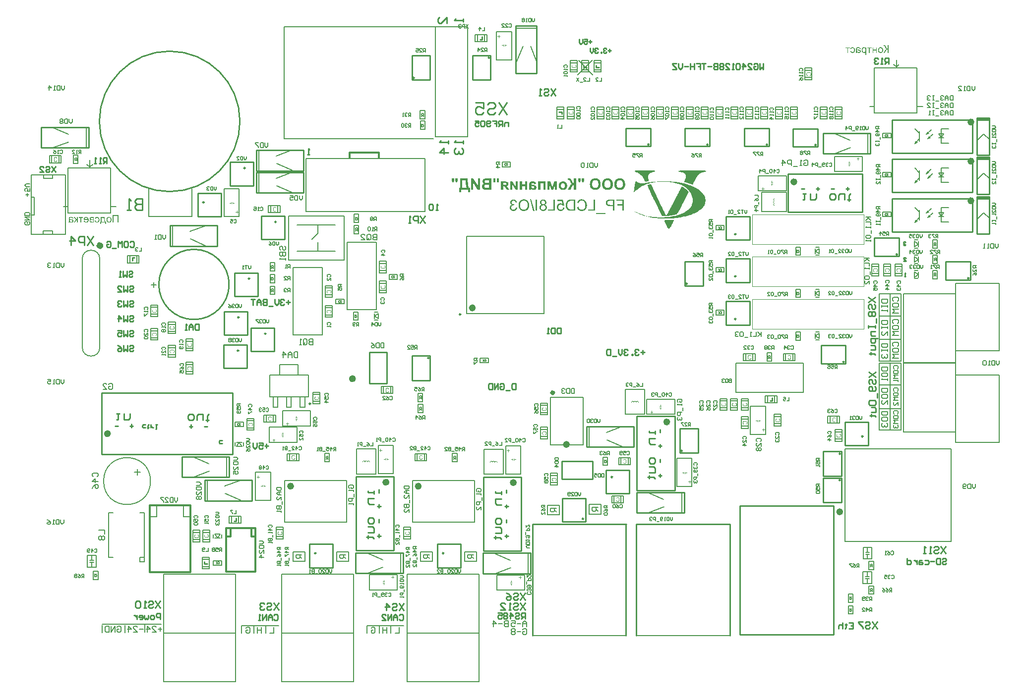
<source format=gbo>
G04*
G04 #@! TF.GenerationSoftware,Altium Limited,Altium Designer,19.1.5 (86)*
G04*
G04 Layer_Color=32896*
%FSLAX44Y44*%
%MOMM*%
G71*
G01*
G75*
%ADD10C,0.2540*%
%ADD11C,1.0000*%
%ADD12C,0.2000*%
%ADD13C,0.2500*%
%ADD14C,0.6000*%
%ADD15C,0.0500*%
%ADD16C,0.1500*%
%ADD17C,0.1000*%
%ADD18C,0.3000*%
%ADD19C,0.1540*%
G36*
X2273232Y2250119D02*
X2274991D01*
X2276565Y2250026D01*
X2277861D01*
X2278972Y2249934D01*
X2279991D01*
X2280732Y2249841D01*
X2281380Y2249749D01*
X2281842D01*
X2282213Y2249656D01*
X2282491D01*
X2282676Y2249563D01*
X2283139D01*
X2283416Y2249471D01*
X2283787Y2249193D01*
X2283972Y2248823D01*
Y2248730D01*
X2283694Y2248267D01*
X2283324Y2247989D01*
X2282768Y2247619D01*
X2282120Y2247434D01*
X2281472Y2247249D01*
X2280917Y2247064D01*
X2280546Y2246971D01*
X2280454D01*
X2278602Y2246601D01*
X2277028Y2246045D01*
X2275732Y2245397D01*
X2274621Y2244656D01*
X2273788Y2243823D01*
X2273140Y2242990D01*
X2272677Y2242064D01*
X2272399Y2241138D01*
X2272214Y2240305D01*
X2272121Y2239472D01*
Y2238731D01*
X2272214Y2238083D01*
X2272307Y2237527D01*
X2272399Y2237065D01*
X2272492Y2236787D01*
Y2236694D01*
X2272677Y2235861D01*
X2272862Y2235213D01*
X2273047Y2234657D01*
X2273140Y2234194D01*
X2273232Y2233824D01*
X2273325Y2233546D01*
Y2233454D01*
Y2233361D01*
Y2232713D01*
X2273232Y2232250D01*
X2273140Y2231973D01*
Y2231880D01*
X2272769Y2231602D01*
X2272214Y2231324D01*
X2271844Y2231232D01*
X2271658Y2231139D01*
X2270270Y2230954D01*
X2269714D01*
X2269251Y2230862D01*
X2268418D01*
X2267955Y2230954D01*
X2267492Y2231324D01*
X2267122Y2231602D01*
X2267029Y2231695D01*
X2266381Y2232528D01*
X2265918Y2233361D01*
X2265733Y2233732D01*
X2265548Y2234102D01*
X2265455Y2234287D01*
Y2234380D01*
X2264622Y2236046D01*
X2263696Y2237620D01*
X2262770Y2239009D01*
X2261752Y2240212D01*
X2260734Y2241323D01*
X2259715Y2242342D01*
X2258789Y2243175D01*
X2257771Y2243916D01*
X2256938Y2244564D01*
X2256104Y2245119D01*
X2255364Y2245490D01*
X2254716Y2245860D01*
X2254160Y2246138D01*
X2253790Y2246323D01*
X2253512Y2246416D01*
X2253419D01*
X2252216Y2246878D01*
X2251290Y2247249D01*
X2251012Y2247434D01*
X2250735Y2247619D01*
X2250642Y2247712D01*
X2250549D01*
X2249809Y2248267D01*
X2249346Y2248638D01*
X2249161Y2248915D01*
X2249068Y2249008D01*
X2249161Y2249193D01*
X2249253Y2249285D01*
X2249438Y2249378D01*
X2249531D01*
X2249716Y2249471D01*
X2250087Y2249563D01*
X2250920Y2249656D01*
X2251290D01*
X2251660Y2249749D01*
X2252031D01*
X2252864Y2249841D01*
X2253697D01*
X2254530Y2249934D01*
X2255364D01*
X2256012Y2250026D01*
X2257123D01*
X2258419Y2250119D01*
X2259900D01*
X2261382Y2250211D01*
X2271196D01*
X2273232Y2250119D01*
D02*
G37*
G36*
X2356742Y2250119D02*
X2360075D01*
X2361371Y2250026D01*
X2363593D01*
X2364427Y2249934D01*
X2365723D01*
X2366093Y2249841D01*
X2366649D01*
X2367389Y2249749D01*
X2368037D01*
X2369148Y2249563D01*
X2369889Y2249471D01*
X2370444Y2249286D01*
X2370722Y2249193D01*
X2370907Y2249100D01*
X2371000Y2249008D01*
X2370815Y2248360D01*
X2370444Y2247804D01*
X2369796Y2247434D01*
X2369056Y2247249D01*
X2368408Y2247064D01*
X2367760Y2246971D01*
X2367204D01*
X2366463Y2246878D01*
X2365630Y2246693D01*
X2363779Y2246138D01*
X2362945Y2245767D01*
X2362297Y2245490D01*
X2361834Y2245305D01*
X2361649Y2245212D01*
X2360538Y2244564D01*
X2359612Y2243916D01*
X2358686Y2243082D01*
X2357853Y2242434D01*
X2357298Y2241694D01*
X2356742Y2241138D01*
X2356464Y2240768D01*
X2356372Y2240675D01*
X2355909Y2240027D01*
X2355446Y2239287D01*
X2354335Y2237620D01*
X2353317Y2235768D01*
X2352298Y2233917D01*
X2351372Y2232158D01*
X2350909Y2231417D01*
X2350539Y2230676D01*
X2350261Y2230121D01*
X2350076Y2229751D01*
X2349891Y2229473D01*
Y2229380D01*
X2348132Y2225584D01*
X2341744Y2227899D01*
X2340633Y2228269D01*
X2339522Y2228547D01*
X2338596Y2228825D01*
X2337855Y2229102D01*
X2337115Y2229288D01*
X2336559Y2229473D01*
X2335541Y2229658D01*
X2334893Y2229843D01*
X2334522Y2229936D01*
X2334245D01*
X2334059Y2230028D01*
X2333967Y2230121D01*
Y2230584D01*
X2334059Y2231232D01*
X2334245Y2231973D01*
X2334522Y2232621D01*
X2334707Y2233269D01*
X2334893Y2233732D01*
X2334985Y2233917D01*
X2335541Y2235305D01*
X2336004Y2236602D01*
X2336281Y2237620D01*
X2336559Y2238546D01*
X2336652Y2239287D01*
X2336744Y2239749D01*
Y2240120D01*
Y2240212D01*
X2336652Y2241046D01*
X2336467Y2241879D01*
X2336189Y2242620D01*
X2335818Y2243175D01*
X2335541Y2243731D01*
X2335263Y2244101D01*
X2335078Y2244379D01*
X2334985Y2244471D01*
X2334245Y2245119D01*
X2333504Y2245675D01*
X2332763Y2246045D01*
X2332115Y2246323D01*
X2331467Y2246508D01*
X2331004Y2246601D01*
X2330634Y2246693D01*
X2330541D01*
X2329152Y2246878D01*
X2328041Y2247064D01*
X2327116Y2247249D01*
X2326375Y2247434D01*
X2325912Y2247527D01*
X2325634Y2247619D01*
X2325449Y2247712D01*
X2325356D01*
X2324986Y2247897D01*
X2324616Y2248082D01*
X2324338Y2248545D01*
X2324153Y2248915D01*
Y2249008D01*
X2324245Y2249100D01*
X2324431Y2249193D01*
X2324709Y2249286D01*
X2325171Y2249378D01*
X2325727Y2249471D01*
X2326282Y2249563D01*
X2327764Y2249749D01*
X2329615Y2249841D01*
X2331560Y2249934D01*
X2333689Y2250026D01*
X2335818D01*
X2338040Y2250119D01*
X2340170D01*
X2342114Y2250211D01*
X2354798D01*
X2356742Y2250119D01*
D02*
G37*
G36*
X2247704Y2180633D02*
X2247587Y2180681D01*
X2247679D01*
X2247704Y2180633D01*
D02*
G37*
G36*
X2289805Y2199476D02*
X2291749Y2195495D01*
X2292582Y2193551D01*
X2293508Y2191792D01*
X2294249Y2190125D01*
X2295082Y2188551D01*
X2295730Y2187070D01*
X2296378Y2185774D01*
X2297026Y2184570D01*
X2297489Y2183552D01*
X2297952Y2182626D01*
X2298322Y2181792D01*
X2298693Y2181237D01*
X2298878Y2180774D01*
X2298970Y2180496D01*
X2299063Y2180404D01*
X2299804Y2179015D01*
X2300359Y2177811D01*
X2300915Y2176793D01*
X2301378Y2175867D01*
X2301841Y2175127D01*
X2302118Y2174478D01*
X2302489Y2174016D01*
X2302674Y2173553D01*
X2303044Y2172997D01*
X2303229Y2172719D01*
X2303322Y2172627D01*
X2303414Y2172719D01*
X2303600Y2172997D01*
X2303785Y2173367D01*
X2304062Y2173830D01*
X2304711Y2174941D01*
X2305451Y2176238D01*
X2306099Y2177534D01*
X2306747Y2178552D01*
X2306933Y2179015D01*
X2307118Y2179385D01*
X2307303Y2179571D01*
Y2179663D01*
X2308692Y2182348D01*
X2310173Y2185218D01*
X2311654Y2188088D01*
X2313043Y2190681D01*
X2313691Y2191884D01*
X2314247Y2192995D01*
X2314802Y2194014D01*
X2315265Y2194847D01*
X2315635Y2195587D01*
X2315820Y2196050D01*
X2316006Y2196421D01*
X2316098Y2196513D01*
X2317950Y2200124D01*
X2319616Y2203457D01*
X2320450Y2204938D01*
X2321190Y2206420D01*
X2321838Y2207716D01*
X2322487Y2208919D01*
X2323042Y2210030D01*
X2323505Y2210956D01*
X2323968Y2211790D01*
X2324338Y2212530D01*
X2324616Y2213086D01*
X2324801Y2213456D01*
X2324894Y2213734D01*
X2324986Y2213826D01*
X2325634Y2215122D01*
X2326282Y2216233D01*
X2326745Y2217252D01*
X2327208Y2218178D01*
X2327578Y2218918D01*
X2327949Y2219566D01*
X2328227Y2220122D01*
X2328412Y2220585D01*
X2328782Y2221233D01*
X2328967Y2221603D01*
X2329060Y2221788D01*
X2329615Y2222066D01*
X2329801Y2222159D01*
X2330263D01*
X2330634Y2222066D01*
X2331004Y2221974D01*
X2331189Y2221881D01*
X2331930Y2221511D01*
X2332671Y2221048D01*
X2333226Y2220770D01*
X2333411Y2220585D01*
X2333504D01*
X2334800Y2219659D01*
X2335911Y2218918D01*
X2336281Y2218548D01*
X2336652Y2218270D01*
X2336837Y2218178D01*
X2336929Y2218085D01*
X2337948Y2217159D01*
X2338689Y2216511D01*
X2339151Y2216048D01*
X2339337Y2215863D01*
X2341744Y2213548D01*
X2332023Y2194476D01*
X2330726Y2191977D01*
X2329615Y2189755D01*
X2328597Y2187811D01*
X2327764Y2186237D01*
X2327116Y2184940D01*
X2326560Y2184015D01*
X2326468Y2183737D01*
X2326282Y2183459D01*
X2326190Y2183367D01*
Y2183274D01*
X2325357Y2181885D01*
X2324616Y2180589D01*
X2323968Y2179571D01*
X2323412Y2178737D01*
X2323042Y2177997D01*
X2322764Y2177534D01*
X2322579Y2177256D01*
X2322487Y2177163D01*
X2322024Y2176515D01*
X2321653Y2175960D01*
X2321283Y2175497D01*
X2321098Y2175219D01*
X2320913Y2175034D01*
X2320727Y2174941D01*
X2320635Y2174849D01*
X2320264Y2174756D01*
X2319894Y2174664D01*
X2318783Y2174386D01*
X2318320Y2174293D01*
X2317857Y2174201D01*
X2317580Y2174108D01*
X2317487D01*
X2315635Y2173738D01*
X2314709Y2173553D01*
X2313876Y2173460D01*
X2313136Y2173275D01*
X2312580Y2173182D01*
X2312210Y2173090D01*
X2312117D01*
X2309710Y2172719D01*
X2307395Y2172442D01*
X2305451Y2172256D01*
X2303692Y2172164D01*
X2295637Y2172164D01*
X2283046Y2198272D01*
X2281657Y2201050D01*
X2280454Y2203642D01*
X2279250Y2205957D01*
X2278324Y2207993D01*
X2277954Y2208827D01*
X2277584Y2209567D01*
X2277213Y2210308D01*
X2276936Y2210864D01*
X2276750Y2211326D01*
X2276565Y2211604D01*
X2276473Y2211789D01*
Y2211882D01*
X2275454Y2214011D01*
X2274621Y2215863D01*
X2273973Y2217530D01*
X2273418Y2218826D01*
X2272955Y2219844D01*
X2272677Y2220585D01*
X2272492Y2221048D01*
X2272399Y2221233D01*
X2271936Y2222344D01*
X2271566Y2223270D01*
X2271381Y2223918D01*
X2271196Y2224381D01*
X2271103Y2224659D01*
X2271010Y2224844D01*
Y2224936D01*
X2271381Y2225214D01*
X2271844Y2225399D01*
X2272214Y2225584D01*
X2272399D01*
X2273140Y2225770D01*
X2273695Y2225862D01*
X2274251D01*
X2276936Y2226418D01*
X2289805Y2199476D01*
D02*
G37*
G36*
X2251568Y2231324D02*
X2252031Y2231139D01*
X2253327Y2230491D01*
X2253882Y2230121D01*
X2254345Y2229751D01*
X2254716Y2229565D01*
X2254808Y2229473D01*
X2255919Y2228917D01*
X2257215Y2228454D01*
X2258604Y2228177D01*
X2259900Y2227991D01*
X2261011Y2227899D01*
X2262863D01*
X2264067Y2227991D01*
X2265178Y2228084D01*
X2265641D01*
X2266011Y2228177D01*
X2266381D01*
X2267863Y2228454D01*
X2268603Y2228547D01*
X2269251Y2228640D01*
X2269807Y2228732D01*
X2270270Y2228825D01*
X2270547Y2228917D01*
X2270640D01*
X2272121Y2229195D01*
X2272769Y2229380D01*
X2273418Y2229473D01*
X2273880Y2229565D01*
X2274251D01*
X2274436Y2229658D01*
X2274529D01*
X2276010Y2229936D01*
X2277584Y2230121D01*
X2279435Y2230306D01*
X2281380Y2230491D01*
X2285453Y2230769D01*
X2289527Y2230954D01*
X2291564Y2231047D01*
X2293323D01*
X2294989Y2231139D01*
X2302581Y2231139D01*
X2305544Y2231047D01*
X2308321D01*
X2310821Y2230954D01*
X2313136Y2230769D01*
X2315172Y2230676D01*
X2317024Y2230584D01*
X2318691Y2230399D01*
X2320172Y2230306D01*
X2321375Y2230121D01*
X2322394Y2230028D01*
X2323227Y2229936D01*
X2323875Y2229843D01*
X2324338Y2229751D01*
X2324616Y2229658D01*
X2324709D01*
X2328690Y2228825D01*
X2332300Y2227991D01*
X2334059Y2227529D01*
X2335633Y2227066D01*
X2337207Y2226695D01*
X2338596Y2226232D01*
X2339892Y2225862D01*
X2341003Y2225492D01*
X2341929Y2225214D01*
X2342762Y2224936D01*
X2343410Y2224659D01*
X2343966Y2224566D01*
X2344243Y2224381D01*
X2344336D01*
X2347484Y2223177D01*
X2350354Y2221881D01*
X2351650Y2221233D01*
X2352854Y2220585D01*
X2353965Y2220029D01*
X2354983Y2219381D01*
X2355909Y2218918D01*
X2356742Y2218363D01*
X2357390Y2217993D01*
X2357946Y2217622D01*
X2358409Y2217344D01*
X2358779Y2217067D01*
X2358964Y2216974D01*
X2359057Y2216882D01*
X2361094Y2215308D01*
X2362853Y2213641D01*
X2364334Y2212067D01*
X2365630Y2210679D01*
X2366556Y2209475D01*
X2367204Y2208549D01*
X2367482Y2208179D01*
X2367667Y2207901D01*
X2367760Y2207808D01*
Y2207716D01*
X2368500Y2206049D01*
X2369148Y2204475D01*
X2369611Y2202901D01*
X2369889Y2201328D01*
X2369982Y2199846D01*
X2370074Y2198457D01*
X2369982Y2197161D01*
X2369889Y2195865D01*
X2369704Y2194754D01*
X2369426Y2193736D01*
X2369241Y2192903D01*
X2368963Y2192069D01*
X2368778Y2191514D01*
X2368593Y2191051D01*
X2368408Y2190773D01*
Y2190681D01*
X2367389Y2189107D01*
X2366278Y2187533D01*
X2364890Y2186051D01*
X2363501Y2184663D01*
X2361927Y2183367D01*
X2360353Y2182163D01*
X2358779Y2181052D01*
X2357205Y2179941D01*
X2355631Y2179015D01*
X2354243Y2178274D01*
X2352946Y2177534D01*
X2351835Y2176978D01*
X2350817Y2176515D01*
X2350169Y2176145D01*
X2349706Y2175960D01*
X2349521Y2175867D01*
X2346836Y2174756D01*
X2343966Y2173830D01*
X2338226Y2172071D01*
X2335448Y2171423D01*
X2332578Y2170775D01*
X2329893Y2170220D01*
X2327393Y2169757D01*
X2324986Y2169294D01*
X2322764Y2168923D01*
X2320820Y2168646D01*
X2319153Y2168461D01*
X2317765Y2168275D01*
X2317209D01*
X2316746Y2168183D01*
X2316376D01*
X2316098Y2168090D01*
X2315913D01*
X2309247Y2167720D01*
X2306099Y2167627D01*
X2299896D01*
X2297026Y2167720D01*
X2294249Y2167812D01*
X2291749Y2167998D01*
X2289434Y2168183D01*
X2287305Y2168368D01*
X2285546Y2168461D01*
X2283972Y2168646D01*
X2282676Y2168831D01*
X2281750Y2168923D01*
X2281472D01*
X2281194Y2169016D01*
X2281009D01*
X2277584Y2169572D01*
X2274251Y2170220D01*
X2271010Y2170960D01*
X2269529Y2171331D01*
X2268140Y2171794D01*
X2266844Y2172164D01*
X2265733Y2172442D01*
X2264715Y2172812D01*
X2263789Y2173090D01*
X2263048Y2173275D01*
X2262585Y2173460D01*
X2262215Y2173645D01*
X2262122D01*
X2260363Y2174293D01*
X2258697Y2174941D01*
X2257123Y2175589D01*
X2255734Y2176238D01*
X2254438Y2176793D01*
X2253234Y2177441D01*
X2252123Y2177997D01*
X2251198Y2178459D01*
X2250364Y2178922D01*
X2249624Y2179385D01*
X2248976Y2179756D01*
X2248513Y2180126D01*
X2248050Y2180311D01*
X2247772Y2180496D01*
X2247704Y2180633D01*
X2253790Y2178089D01*
X2257123Y2176515D01*
X2260178Y2175219D01*
X2263048Y2174201D01*
X2264252Y2173738D01*
X2265455Y2173367D01*
X2266566Y2172997D01*
X2267492Y2172719D01*
X2268325Y2172442D01*
X2269066Y2172256D01*
X2269622Y2172071D01*
X2269992Y2171979D01*
X2270270Y2171886D01*
X2270362D01*
X2271751Y2171608D01*
X2273325Y2171331D01*
X2276473Y2170868D01*
X2279621Y2170497D01*
X2282583Y2170220D01*
X2283972Y2170127D01*
X2285268Y2170034D01*
X2286379Y2169942D01*
X2287305D01*
X2288138Y2169849D01*
X2289249D01*
X2293601Y2169757D01*
X2297674Y2169849D01*
X2301563Y2170034D01*
X2305266Y2170312D01*
X2308784Y2170683D01*
X2312025Y2171145D01*
X2315172Y2171701D01*
X2318135Y2172349D01*
X2320820Y2173090D01*
X2323412Y2173830D01*
X2325820Y2174664D01*
X2328042Y2175497D01*
X2330171Y2176423D01*
X2332115Y2177349D01*
X2333874Y2178274D01*
X2335541Y2179293D01*
X2337022Y2180219D01*
X2338411Y2181145D01*
X2339614Y2182163D01*
X2340725Y2183089D01*
X2341744Y2184015D01*
X2342670Y2184848D01*
X2343410Y2185681D01*
X2344058Y2186422D01*
X2344706Y2187162D01*
X2345169Y2187811D01*
X2345540Y2188366D01*
X2345817Y2188829D01*
X2346095Y2189199D01*
X2346280Y2189477D01*
X2346373Y2189662D01*
Y2189755D01*
X2347021Y2191329D01*
X2347576Y2192995D01*
X2347947Y2194662D01*
X2348132Y2196143D01*
X2348317Y2197532D01*
X2348410Y2198550D01*
Y2198920D01*
Y2199198D01*
Y2199383D01*
Y2199476D01*
X2348224Y2202068D01*
X2347762Y2204568D01*
X2347021Y2206883D01*
X2346095Y2209104D01*
X2345077Y2211141D01*
X2343873Y2212993D01*
X2342670Y2214752D01*
X2341373Y2216326D01*
X2340077Y2217715D01*
X2338874Y2218918D01*
X2337670Y2219937D01*
X2336652Y2220770D01*
X2335818Y2221511D01*
X2335078Y2221974D01*
X2334707Y2222251D01*
X2334522Y2222344D01*
X2331837Y2223825D01*
X2328967Y2225121D01*
X2326005Y2226325D01*
X2322949Y2227251D01*
X2319802Y2228084D01*
X2316746Y2228825D01*
X2313691Y2229380D01*
X2310728Y2229843D01*
X2307951Y2230121D01*
X2305359Y2230399D01*
X2303044Y2230584D01*
X2301007Y2230769D01*
X2299433Y2230769D01*
X2298693Y2230862D01*
X2294156D01*
X2291379Y2230676D01*
X2288694Y2230491D01*
X2286101Y2230213D01*
X2283602Y2229843D01*
X2281194Y2229473D01*
X2278880Y2229010D01*
X2276658Y2228547D01*
X2274529Y2227991D01*
X2272584Y2227343D01*
X2270640Y2226788D01*
X2268788Y2226140D01*
X2267122Y2225492D01*
X2265455Y2224751D01*
X2263974Y2224103D01*
X2262493Y2223362D01*
X2261196Y2222622D01*
X2259900Y2221974D01*
X2257678Y2220585D01*
X2255827Y2219381D01*
X2254345Y2218178D01*
X2253142Y2217252D01*
X2252309Y2216511D01*
X2251846Y2216048D01*
X2251660Y2215863D01*
X2250457Y2214845D01*
X2249624Y2214011D01*
X2248883Y2213548D01*
X2248420Y2213178D01*
X2248142Y2212993D01*
X2247957Y2212900D01*
X2247865D01*
Y2212993D01*
X2247772Y2213271D01*
Y2213826D01*
X2247865Y2214659D01*
X2247957Y2215585D01*
X2248050Y2216419D01*
X2248142Y2217159D01*
X2248235Y2217715D01*
Y2217807D01*
Y2217900D01*
X2248420Y2219659D01*
X2248698Y2221326D01*
X2248976Y2222807D01*
X2249161Y2224196D01*
X2249346Y2225307D01*
X2249531Y2226232D01*
X2249716Y2226788D01*
Y2226880D01*
Y2226973D01*
X2249901Y2227714D01*
X2249994Y2228454D01*
X2250272Y2229565D01*
X2250549Y2230306D01*
X2250735Y2230862D01*
X2250920Y2231232D01*
X2251012Y2231324D01*
X2251105Y2231417D01*
X2251568Y2231324D01*
D02*
G37*
G36*
X2316006Y2165591D02*
X2316376D01*
X2316561Y2165498D01*
X2316746D01*
X2316654Y2165405D01*
X2316561Y2165128D01*
X2316376Y2164757D01*
X2316191Y2164294D01*
X2316006Y2163831D01*
X2315820Y2163461D01*
X2315635Y2163183D01*
Y2163091D01*
X2314709Y2161332D01*
X2314247Y2160406D01*
X2313876Y2159573D01*
X2313506Y2158832D01*
X2313228Y2158277D01*
X2313043Y2157906D01*
X2312950Y2157814D01*
X2312302Y2156517D01*
X2311747Y2155406D01*
X2311191Y2154388D01*
X2310636Y2153555D01*
X2310173Y2152814D01*
X2309803Y2152259D01*
X2309432Y2151703D01*
X2309062Y2151333D01*
X2308506Y2150777D01*
X2308136Y2150500D01*
X2307951Y2150314D01*
X2307858D01*
X2307488Y2150407D01*
X2307118Y2150592D01*
X2306747Y2150962D01*
X2306377Y2151333D01*
X2305544Y2152536D01*
X2304711Y2153833D01*
X2303970Y2155129D01*
X2303414Y2156240D01*
X2303137Y2156703D01*
X2303044Y2157073D01*
X2302859Y2157258D01*
Y2157351D01*
X2302303Y2158647D01*
X2301748Y2159758D01*
X2301378Y2160684D01*
X2301007Y2161517D01*
X2300637Y2162258D01*
X2300452Y2162813D01*
X2300267Y2163369D01*
X2300081Y2163739D01*
X2299896Y2164294D01*
X2299804Y2164572D01*
Y2164665D01*
X2299896Y2164665D01*
X2300081Y2164757D01*
X2300637Y2164850D01*
X2301378D01*
X2302303Y2164942D01*
X2303137Y2165035D01*
X2303785Y2165128D01*
X2304525D01*
X2306099Y2165220D01*
X2307581Y2165405D01*
X2308969D01*
X2310173Y2165498D01*
X2311191Y2165591D01*
X2312580D01*
X2313784Y2165683D01*
X2315450D01*
X2316006Y2165591D01*
D02*
G37*
G36*
X1286990Y2170480D02*
X1287379Y2170443D01*
X1287749Y2170388D01*
X1288045Y2170332D01*
X1288305Y2170277D01*
X1288490Y2170221D01*
X1288564Y2170203D01*
X1288619Y2170184D01*
X1288638Y2170166D01*
X1288656D01*
X1288971Y2170036D01*
X1289249Y2169869D01*
X1289490Y2169721D01*
X1289693Y2169573D01*
X1289841Y2169425D01*
X1289953Y2169314D01*
X1290027Y2169240D01*
X1290045Y2169221D01*
X1290212Y2168981D01*
X1290360Y2168721D01*
X1290471Y2168462D01*
X1290564Y2168221D01*
X1290638Y2167981D01*
X1290693Y2167814D01*
X1290712Y2167740D01*
Y2167684D01*
X1290730Y2167666D01*
Y2167647D01*
X1289193Y2167444D01*
X1289082Y2167777D01*
X1288971Y2168073D01*
X1288842Y2168314D01*
X1288730Y2168499D01*
X1288619Y2168647D01*
X1288527Y2168740D01*
X1288453Y2168795D01*
X1288434Y2168814D01*
X1288212Y2168944D01*
X1287953Y2169036D01*
X1287675Y2169110D01*
X1287416Y2169147D01*
X1287157Y2169184D01*
X1286971Y2169203D01*
X1286786D01*
X1286360Y2169184D01*
X1285990Y2169129D01*
X1285694Y2169036D01*
X1285435Y2168944D01*
X1285249Y2168833D01*
X1285101Y2168758D01*
X1285009Y2168684D01*
X1284990Y2168666D01*
X1284842Y2168499D01*
X1284731Y2168295D01*
X1284638Y2168073D01*
X1284583Y2167851D01*
X1284546Y2167647D01*
X1284527Y2167462D01*
Y2167351D01*
Y2167333D01*
Y2167314D01*
Y2167277D01*
Y2167203D01*
Y2167073D01*
X1284546Y2166962D01*
Y2166925D01*
Y2166907D01*
X1284731Y2166851D01*
X1284935Y2166796D01*
X1285360Y2166685D01*
X1285842Y2166592D01*
X1286286Y2166499D01*
X1286508Y2166462D01*
X1286712Y2166444D01*
X1286897Y2166407D01*
X1287045Y2166388D01*
X1287175Y2166370D01*
X1287268D01*
X1287342Y2166351D01*
X1287360D01*
X1287693Y2166314D01*
X1287971Y2166259D01*
X1288212Y2166222D01*
X1288397Y2166185D01*
X1288545Y2166166D01*
X1288656Y2166129D01*
X1288730Y2166111D01*
X1288749D01*
X1288990Y2166037D01*
X1289193Y2165962D01*
X1289397Y2165870D01*
X1289564Y2165796D01*
X1289712Y2165722D01*
X1289804Y2165648D01*
X1289879Y2165611D01*
X1289897Y2165592D01*
X1290082Y2165462D01*
X1290230Y2165314D01*
X1290378Y2165166D01*
X1290490Y2165018D01*
X1290582Y2164888D01*
X1290656Y2164777D01*
X1290693Y2164703D01*
X1290712Y2164685D01*
X1290804Y2164481D01*
X1290878Y2164259D01*
X1290934Y2164055D01*
X1290971Y2163851D01*
X1290990Y2163685D01*
X1291008Y2163555D01*
Y2163481D01*
Y2163444D01*
X1290990Y2163222D01*
X1290971Y2163037D01*
X1290878Y2162648D01*
X1290749Y2162333D01*
X1290601Y2162055D01*
X1290453Y2161833D01*
X1290323Y2161667D01*
X1290230Y2161574D01*
X1290193Y2161537D01*
X1289860Y2161296D01*
X1289490Y2161111D01*
X1289082Y2160981D01*
X1288712Y2160889D01*
X1288379Y2160833D01*
X1288230Y2160815D01*
X1288101D01*
X1287990Y2160796D01*
X1287842D01*
X1287508Y2160815D01*
X1287175Y2160852D01*
X1286879Y2160889D01*
X1286620Y2160944D01*
X1286416Y2161000D01*
X1286249Y2161055D01*
X1286138Y2161074D01*
X1286101Y2161093D01*
X1285786Y2161222D01*
X1285490Y2161389D01*
X1285212Y2161574D01*
X1284935Y2161741D01*
X1284712Y2161907D01*
X1284546Y2162037D01*
X1284435Y2162130D01*
X1284416Y2162166D01*
X1284398D01*
X1284361Y2161926D01*
X1284323Y2161704D01*
X1284286Y2161500D01*
X1284231Y2161333D01*
X1284175Y2161185D01*
X1284138Y2161093D01*
X1284120Y2161019D01*
X1284101Y2161000D01*
X1282453D01*
X1282546Y2161204D01*
X1282639Y2161407D01*
X1282713Y2161593D01*
X1282750Y2161759D01*
X1282805Y2161907D01*
X1282824Y2162018D01*
X1282842Y2162092D01*
Y2162111D01*
X1282861Y2162241D01*
X1282879Y2162407D01*
Y2162592D01*
X1282898Y2162796D01*
X1282916Y2163259D01*
Y2163722D01*
X1282935Y2164166D01*
Y2164370D01*
Y2164537D01*
Y2164685D01*
Y2164796D01*
Y2164870D01*
Y2164888D01*
Y2166999D01*
Y2167351D01*
X1282953Y2167666D01*
X1282972Y2167907D01*
Y2168110D01*
X1282990Y2168259D01*
X1283009Y2168370D01*
X1283027Y2168425D01*
Y2168444D01*
X1283083Y2168684D01*
X1283157Y2168888D01*
X1283231Y2169055D01*
X1283324Y2169221D01*
X1283398Y2169332D01*
X1283453Y2169425D01*
X1283490Y2169481D01*
X1283509Y2169499D01*
X1283657Y2169647D01*
X1283824Y2169795D01*
X1284009Y2169906D01*
X1284194Y2170018D01*
X1284361Y2170092D01*
X1284490Y2170147D01*
X1284583Y2170184D01*
X1284620Y2170203D01*
X1284916Y2170295D01*
X1285231Y2170369D01*
X1285546Y2170425D01*
X1285860Y2170462D01*
X1286138Y2170480D01*
X1286342Y2170499D01*
X1286546D01*
X1286990Y2170480D01*
D02*
G37*
G36*
X1298322Y2161000D02*
X1296748D01*
Y2165296D01*
X1296563Y2165277D01*
X1296396Y2165259D01*
X1296230Y2165203D01*
X1296100Y2165166D01*
X1296008Y2165111D01*
X1295933Y2165055D01*
X1295878Y2165037D01*
X1295859Y2165018D01*
X1295711Y2164888D01*
X1295545Y2164722D01*
X1295396Y2164537D01*
X1295267Y2164333D01*
X1295137Y2164166D01*
X1295045Y2164018D01*
X1294971Y2163907D01*
X1294952Y2163889D01*
Y2163870D01*
X1293248Y2161000D01*
X1291508D01*
X1293248Y2163870D01*
X1293434Y2164166D01*
X1293619Y2164407D01*
X1293804Y2164648D01*
X1293971Y2164851D01*
X1294156Y2165018D01*
X1294304Y2165185D01*
X1294471Y2165314D01*
X1294619Y2165425D01*
X1294748Y2165518D01*
X1294878Y2165592D01*
X1295082Y2165685D01*
X1295156Y2165722D01*
X1295211Y2165740D01*
X1295230Y2165759D01*
X1295248D01*
X1295026Y2165870D01*
X1294841Y2165981D01*
X1294674Y2166092D01*
X1294545Y2166185D01*
X1294452Y2166259D01*
X1294378Y2166333D01*
X1294341Y2166370D01*
X1294323Y2166388D01*
X1294211Y2166536D01*
X1294100Y2166740D01*
X1293989Y2166944D01*
X1293878Y2167166D01*
X1293786Y2167351D01*
X1293711Y2167518D01*
X1293674Y2167629D01*
X1293656Y2167647D01*
Y2167666D01*
X1293526Y2167981D01*
X1293415Y2168240D01*
X1293323Y2168444D01*
X1293230Y2168592D01*
X1293174Y2168703D01*
X1293137Y2168777D01*
X1293100Y2168795D01*
Y2168814D01*
X1293026Y2168869D01*
X1292897Y2168925D01*
X1292637Y2168981D01*
X1292508Y2168999D01*
X1292304D01*
X1291860Y2168981D01*
Y2170295D01*
X1292471D01*
X1292730Y2170277D01*
X1292934Y2170258D01*
X1293100Y2170240D01*
X1293230Y2170203D01*
X1293323Y2170184D01*
X1293378Y2170166D01*
X1293397D01*
X1293526Y2170110D01*
X1293656Y2170036D01*
X1293860Y2169869D01*
X1293952Y2169795D01*
X1294008Y2169740D01*
X1294045Y2169703D01*
X1294063Y2169684D01*
X1294174Y2169518D01*
X1294304Y2169314D01*
X1294415Y2169073D01*
X1294545Y2168833D01*
X1294637Y2168610D01*
X1294730Y2168425D01*
X1294767Y2168351D01*
X1294785Y2168295D01*
X1294804Y2168259D01*
Y2168240D01*
X1294915Y2167999D01*
X1295008Y2167777D01*
X1295100Y2167573D01*
X1295193Y2167388D01*
X1295285Y2167240D01*
X1295359Y2167092D01*
X1295415Y2166981D01*
X1295470Y2166870D01*
X1295582Y2166722D01*
X1295656Y2166629D01*
X1295693Y2166573D01*
X1295711Y2166555D01*
X1295841Y2166462D01*
X1295989Y2166388D01*
X1296174Y2166351D01*
X1296341Y2166314D01*
X1296489Y2166296D01*
X1296618Y2166277D01*
X1296748D01*
Y2170295D01*
X1298322D01*
Y2161000D01*
D02*
G37*
G36*
X1331633Y2170480D02*
X1332041Y2170406D01*
X1332430Y2170314D01*
X1332744Y2170221D01*
X1333022Y2170110D01*
X1333133Y2170055D01*
X1333226Y2170018D01*
X1333300Y2169980D01*
X1333355Y2169944D01*
X1333392Y2169925D01*
X1333411D01*
X1333763Y2169703D01*
X1334078Y2169425D01*
X1334337Y2169147D01*
X1334559Y2168870D01*
X1334726Y2168629D01*
X1334837Y2168425D01*
X1334874Y2168351D01*
X1334911Y2168295D01*
X1334929Y2168259D01*
Y2168240D01*
X1335096Y2167796D01*
X1335207Y2167351D01*
X1335300Y2166907D01*
X1335355Y2166499D01*
X1335374Y2166314D01*
X1335392Y2166148D01*
Y2165999D01*
X1335411Y2165870D01*
Y2165759D01*
Y2165685D01*
Y2165629D01*
Y2165611D01*
X1335392Y2165185D01*
X1335355Y2164796D01*
X1335300Y2164407D01*
X1335226Y2164074D01*
X1335152Y2163741D01*
X1335040Y2163463D01*
X1334948Y2163185D01*
X1334837Y2162944D01*
X1334726Y2162741D01*
X1334633Y2162555D01*
X1334522Y2162389D01*
X1334448Y2162259D01*
X1334374Y2162166D01*
X1334318Y2162092D01*
X1334281Y2162055D01*
X1334263Y2162037D01*
X1334041Y2161815D01*
X1333800Y2161630D01*
X1333559Y2161463D01*
X1333300Y2161315D01*
X1333041Y2161204D01*
X1332800Y2161093D01*
X1332300Y2160944D01*
X1332078Y2160907D01*
X1331874Y2160870D01*
X1331689Y2160833D01*
X1331522Y2160815D01*
X1331393Y2160796D01*
X1331207D01*
X1330930Y2160815D01*
X1330652Y2160833D01*
X1330171Y2160944D01*
X1329726Y2161074D01*
X1329356Y2161241D01*
X1329208Y2161333D01*
X1329060Y2161407D01*
X1328930Y2161481D01*
X1328837Y2161555D01*
X1328763Y2161611D01*
X1328708Y2161648D01*
X1328671Y2161667D01*
X1328652Y2161685D01*
X1328467Y2161870D01*
X1328300Y2162055D01*
X1328004Y2162463D01*
X1327763Y2162889D01*
X1327597Y2163277D01*
X1327467Y2163648D01*
X1327430Y2163796D01*
X1327393Y2163944D01*
X1327375Y2164055D01*
X1327356Y2164129D01*
X1327338Y2164185D01*
Y2164203D01*
X1328893Y2164407D01*
X1328967Y2164000D01*
X1329078Y2163629D01*
X1329226Y2163333D01*
X1329356Y2163092D01*
X1329485Y2162889D01*
X1329597Y2162759D01*
X1329652Y2162666D01*
X1329689Y2162648D01*
X1329930Y2162463D01*
X1330189Y2162333D01*
X1330448Y2162222D01*
X1330689Y2162166D01*
X1330893Y2162130D01*
X1331078Y2162111D01*
X1331189Y2162092D01*
X1331226D01*
X1331430Y2162111D01*
X1331633Y2162130D01*
X1332004Y2162222D01*
X1332319Y2162352D01*
X1332596Y2162518D01*
X1332800Y2162666D01*
X1332967Y2162796D01*
X1333059Y2162889D01*
X1333096Y2162926D01*
X1333226Y2163092D01*
X1333337Y2163296D01*
X1333504Y2163703D01*
X1333633Y2164166D01*
X1333707Y2164611D01*
X1333763Y2165018D01*
X1333781Y2165185D01*
Y2165351D01*
X1333800Y2165462D01*
Y2165574D01*
Y2165629D01*
Y2165648D01*
Y2165981D01*
X1333763Y2166296D01*
X1333726Y2166592D01*
X1333689Y2166851D01*
X1333633Y2167092D01*
X1333559Y2167314D01*
X1333504Y2167518D01*
X1333430Y2167703D01*
X1333355Y2167851D01*
X1333300Y2167981D01*
X1333226Y2168092D01*
X1333170Y2168184D01*
X1333133Y2168259D01*
X1333096Y2168314D01*
X1333059Y2168333D01*
Y2168351D01*
X1332911Y2168499D01*
X1332763Y2168629D01*
X1332448Y2168851D01*
X1332115Y2168999D01*
X1331819Y2169092D01*
X1331541Y2169166D01*
X1331337Y2169184D01*
X1331245Y2169203D01*
X1331134D01*
X1330856Y2169184D01*
X1330596Y2169129D01*
X1330374Y2169055D01*
X1330171Y2168962D01*
X1330022Y2168870D01*
X1329893Y2168795D01*
X1329819Y2168740D01*
X1329800Y2168721D01*
X1329615Y2168536D01*
X1329448Y2168314D01*
X1329300Y2168073D01*
X1329208Y2167851D01*
X1329115Y2167648D01*
X1329060Y2167481D01*
X1329041Y2167370D01*
X1329023Y2167351D01*
Y2167333D01*
X1327486Y2167573D01*
X1327615Y2168073D01*
X1327800Y2168499D01*
X1328004Y2168870D01*
X1328208Y2169166D01*
X1328412Y2169406D01*
X1328578Y2169573D01*
X1328689Y2169684D01*
X1328708Y2169721D01*
X1328726D01*
X1329115Y2169980D01*
X1329523Y2170166D01*
X1329930Y2170314D01*
X1330319Y2170406D01*
X1330670Y2170462D01*
X1330819Y2170480D01*
X1330930D01*
X1331041Y2170499D01*
X1331189D01*
X1331633Y2170480D01*
D02*
G37*
G36*
X1313024D02*
X1313358Y2170444D01*
X1313672Y2170388D01*
X1313969Y2170295D01*
X1314246Y2170203D01*
X1314505Y2170092D01*
X1314746Y2169980D01*
X1314950Y2169851D01*
X1315154Y2169740D01*
X1315320Y2169610D01*
X1315468Y2169499D01*
X1315580Y2169406D01*
X1315672Y2169314D01*
X1315746Y2169258D01*
X1315783Y2169221D01*
X1315802Y2169203D01*
X1316005Y2168944D01*
X1316191Y2168666D01*
X1316357Y2168388D01*
X1316505Y2168092D01*
X1316616Y2167777D01*
X1316709Y2167481D01*
X1316857Y2166888D01*
X1316913Y2166629D01*
X1316950Y2166370D01*
X1316968Y2166148D01*
X1316987Y2165944D01*
X1317005Y2165777D01*
Y2165666D01*
Y2165574D01*
Y2165555D01*
X1316987Y2165148D01*
X1316950Y2164759D01*
X1316894Y2164388D01*
X1316820Y2164055D01*
X1316727Y2163741D01*
X1316635Y2163444D01*
X1316524Y2163185D01*
X1316413Y2162944D01*
X1316302Y2162741D01*
X1316191Y2162555D01*
X1316098Y2162407D01*
X1316005Y2162278D01*
X1315931Y2162166D01*
X1315876Y2162092D01*
X1315839Y2162055D01*
X1315820Y2162037D01*
X1315580Y2161815D01*
X1315339Y2161630D01*
X1315080Y2161463D01*
X1314802Y2161315D01*
X1314543Y2161204D01*
X1314265Y2161093D01*
X1313746Y2160944D01*
X1313506Y2160907D01*
X1313284Y2160870D01*
X1313080Y2160833D01*
X1312913Y2160815D01*
X1312784Y2160796D01*
X1312580D01*
X1312006Y2160833D01*
X1311487Y2160926D01*
X1311024Y2161037D01*
X1310839Y2161111D01*
X1310654Y2161185D01*
X1310487Y2161259D01*
X1310339Y2161333D01*
X1310228Y2161389D01*
X1310117Y2161444D01*
X1310043Y2161500D01*
X1309987Y2161537D01*
X1309951Y2161574D01*
X1309932D01*
X1309562Y2161907D01*
X1309265Y2162259D01*
X1309006Y2162630D01*
X1308821Y2162981D01*
X1308673Y2163296D01*
X1308617Y2163444D01*
X1308562Y2163555D01*
X1308525Y2163666D01*
X1308506Y2163741D01*
X1308488Y2163777D01*
Y2163796D01*
X1310117Y2164000D01*
X1310265Y2163648D01*
X1310432Y2163352D01*
X1310598Y2163092D01*
X1310747Y2162889D01*
X1310876Y2162741D01*
X1310987Y2162630D01*
X1311080Y2162555D01*
X1311098Y2162537D01*
X1311339Y2162389D01*
X1311580Y2162278D01*
X1311839Y2162204D01*
X1312061Y2162148D01*
X1312265Y2162111D01*
X1312432Y2162092D01*
X1312580D01*
X1312802Y2162111D01*
X1313006Y2162130D01*
X1313376Y2162222D01*
X1313709Y2162352D01*
X1314006Y2162500D01*
X1314228Y2162630D01*
X1314395Y2162759D01*
X1314505Y2162852D01*
X1314524Y2162889D01*
X1314543D01*
X1314802Y2163222D01*
X1315005Y2163592D01*
X1315154Y2164000D01*
X1315265Y2164370D01*
X1315320Y2164703D01*
X1315357Y2164851D01*
X1315376Y2164981D01*
Y2165092D01*
X1315394Y2165166D01*
Y2165222D01*
Y2165240D01*
X1308451D01*
X1308432Y2165426D01*
Y2165555D01*
Y2165629D01*
Y2165648D01*
X1308451Y2166073D01*
X1308488Y2166462D01*
X1308543Y2166833D01*
X1308617Y2167184D01*
X1308710Y2167499D01*
X1308802Y2167796D01*
X1308914Y2168055D01*
X1309025Y2168295D01*
X1309136Y2168518D01*
X1309247Y2168703D01*
X1309339Y2168851D01*
X1309432Y2168981D01*
X1309506Y2169092D01*
X1309562Y2169166D01*
X1309599Y2169203D01*
X1309617Y2169221D01*
X1309839Y2169444D01*
X1310080Y2169647D01*
X1310339Y2169814D01*
X1310598Y2169962D01*
X1310858Y2170092D01*
X1311098Y2170184D01*
X1311358Y2170277D01*
X1311580Y2170332D01*
X1311821Y2170388D01*
X1312024Y2170425D01*
X1312209Y2170462D01*
X1312358Y2170480D01*
X1312487Y2170499D01*
X1312672D01*
X1313024Y2170480D01*
D02*
G37*
G36*
X1368000Y2161000D02*
X1366297D01*
Y2172295D01*
X1359649D01*
Y2161000D01*
X1357946D01*
Y2173813D01*
X1368000D01*
Y2161000D01*
D02*
G37*
G36*
X1325986D02*
X1321820D01*
X1321246Y2161019D01*
X1320986Y2161055D01*
X1320746Y2161093D01*
X1320523Y2161148D01*
X1320320Y2161204D01*
X1320135Y2161259D01*
X1319968Y2161315D01*
X1319820Y2161370D01*
X1319690Y2161426D01*
X1319579Y2161481D01*
X1319505Y2161537D01*
X1319431Y2161574D01*
X1319375Y2161611D01*
X1319357Y2161630D01*
X1319338D01*
X1319042Y2161907D01*
X1318820Y2162204D01*
X1318653Y2162537D01*
X1318524Y2162852D01*
X1318450Y2163148D01*
X1318431Y2163259D01*
X1318394Y2163370D01*
Y2163463D01*
X1318376Y2163537D01*
Y2163574D01*
Y2163592D01*
X1318394Y2163889D01*
X1318450Y2164166D01*
X1318524Y2164407D01*
X1318598Y2164611D01*
X1318672Y2164796D01*
X1318746Y2164907D01*
X1318801Y2165000D01*
X1318820Y2165018D01*
X1318987Y2165222D01*
X1319172Y2165388D01*
X1319338Y2165537D01*
X1319523Y2165648D01*
X1319672Y2165740D01*
X1319783Y2165796D01*
X1319857Y2165814D01*
X1319894Y2165833D01*
X1319709Y2165962D01*
X1319542Y2166111D01*
X1319394Y2166240D01*
X1319283Y2166370D01*
X1319190Y2166481D01*
X1319135Y2166573D01*
X1319098Y2166629D01*
X1319079Y2166648D01*
X1318987Y2166833D01*
X1318913Y2167036D01*
X1318875Y2167240D01*
X1318838Y2167425D01*
X1318820Y2167573D01*
X1318801Y2167703D01*
Y2167777D01*
Y2167814D01*
X1318820Y2168110D01*
X1318875Y2168388D01*
X1318949Y2168629D01*
X1319042Y2168833D01*
X1319135Y2169018D01*
X1319209Y2169129D01*
X1319264Y2169221D01*
X1319283Y2169240D01*
X1319468Y2169444D01*
X1319653Y2169610D01*
X1319838Y2169758D01*
X1320005Y2169869D01*
X1320172Y2169962D01*
X1320283Y2170018D01*
X1320357Y2170036D01*
X1320394Y2170055D01*
X1320672Y2170129D01*
X1320968Y2170203D01*
X1321301Y2170240D01*
X1321634Y2170258D01*
X1321912Y2170277D01*
X1322042Y2170295D01*
X1325986D01*
Y2161000D01*
D02*
G37*
G36*
X1307358Y2168999D02*
X1304377D01*
Y2161000D01*
X1302803D01*
Y2168999D01*
X1299822D01*
Y2170295D01*
X1307358D01*
Y2168999D01*
D02*
G37*
G36*
X1351909Y2170480D02*
X1352205Y2170462D01*
X1352779Y2170332D01*
X1353279Y2170166D01*
X1353501Y2170073D01*
X1353705Y2169980D01*
X1353890Y2169888D01*
X1354039Y2169795D01*
X1354187Y2169703D01*
X1354298Y2169629D01*
X1354390Y2169555D01*
X1354464Y2169499D01*
X1354501Y2169481D01*
X1354520Y2169462D01*
X1354779Y2169221D01*
X1354983Y2168944D01*
X1355186Y2168647D01*
X1355335Y2168351D01*
X1355483Y2168036D01*
X1355594Y2167703D01*
X1355686Y2167388D01*
X1355760Y2167092D01*
X1355835Y2166796D01*
X1355872Y2166537D01*
X1355909Y2166277D01*
X1355927Y2166073D01*
Y2165888D01*
X1355946Y2165759D01*
Y2165685D01*
Y2165648D01*
X1355927Y2165222D01*
X1355890Y2164814D01*
X1355835Y2164444D01*
X1355760Y2164092D01*
X1355668Y2163777D01*
X1355575Y2163481D01*
X1355464Y2163203D01*
X1355353Y2162963D01*
X1355242Y2162741D01*
X1355131Y2162555D01*
X1355038Y2162407D01*
X1354946Y2162278D01*
X1354872Y2162166D01*
X1354816Y2162092D01*
X1354779Y2162055D01*
X1354761Y2162037D01*
X1354520Y2161815D01*
X1354279Y2161630D01*
X1354020Y2161463D01*
X1353761Y2161315D01*
X1353501Y2161204D01*
X1353224Y2161093D01*
X1352724Y2160944D01*
X1352502Y2160907D01*
X1352279Y2160870D01*
X1352094Y2160833D01*
X1351928Y2160815D01*
X1351779Y2160796D01*
X1351594D01*
X1351150Y2160815D01*
X1350742Y2160889D01*
X1350354Y2160981D01*
X1350039Y2161074D01*
X1349761Y2161185D01*
X1349650Y2161222D01*
X1349557Y2161259D01*
X1349465Y2161296D01*
X1349409Y2161333D01*
X1349391Y2161352D01*
X1349372D01*
X1349002Y2161593D01*
X1348687Y2161852D01*
X1348409Y2162111D01*
X1348187Y2162370D01*
X1348021Y2162592D01*
X1347891Y2162778D01*
X1347854Y2162852D01*
X1347817Y2162907D01*
X1347798Y2162926D01*
Y2162944D01*
X1347613Y2163370D01*
X1347484Y2163833D01*
X1347372Y2164296D01*
X1347317Y2164759D01*
X1347280Y2164962D01*
Y2165148D01*
X1347261Y2165333D01*
X1347243Y2165481D01*
Y2165611D01*
Y2165703D01*
Y2165759D01*
Y2165777D01*
X1347261Y2166185D01*
X1347298Y2166555D01*
X1347354Y2166907D01*
X1347428Y2167240D01*
X1347521Y2167555D01*
X1347632Y2167833D01*
X1347743Y2168110D01*
X1347854Y2168333D01*
X1347965Y2168536D01*
X1348076Y2168721D01*
X1348187Y2168888D01*
X1348280Y2169018D01*
X1348354Y2169110D01*
X1348409Y2169184D01*
X1348447Y2169221D01*
X1348465Y2169240D01*
X1348706Y2169462D01*
X1348946Y2169647D01*
X1349206Y2169832D01*
X1349465Y2169962D01*
X1349724Y2170092D01*
X1349983Y2170184D01*
X1350483Y2170351D01*
X1350724Y2170388D01*
X1350928Y2170425D01*
X1351113Y2170462D01*
X1351279Y2170480D01*
X1351409Y2170499D01*
X1351594D01*
X1351909Y2170480D01*
D02*
G37*
G36*
X1344151Y2169758D02*
Y2169258D01*
X1344169Y2168777D01*
X1344206Y2168295D01*
X1344243Y2167851D01*
X1344280Y2167425D01*
X1344317Y2166999D01*
X1344373Y2166611D01*
X1344428Y2166240D01*
X1344502Y2165888D01*
X1344632Y2165240D01*
X1344780Y2164648D01*
X1344928Y2164129D01*
X1345076Y2163685D01*
X1345225Y2163315D01*
X1345354Y2163000D01*
X1345484Y2162741D01*
X1345595Y2162537D01*
X1345669Y2162407D01*
X1345724Y2162315D01*
X1345743Y2162296D01*
X1346576D01*
Y2158371D01*
X1345280D01*
Y2161000D01*
X1337985D01*
Y2158371D01*
X1336688D01*
Y2162296D01*
X1337688D01*
Y2170295D01*
X1344151D01*
Y2169758D01*
D02*
G37*
G36*
X2631302Y2460480D02*
X2631690Y2460444D01*
X2632061Y2460388D01*
X2632357Y2460332D01*
X2632616Y2460277D01*
X2632802Y2460221D01*
X2632876Y2460203D01*
X2632931Y2460184D01*
X2632950Y2460166D01*
X2632968D01*
X2633283Y2460036D01*
X2633561Y2459870D01*
X2633801Y2459721D01*
X2634005Y2459573D01*
X2634153Y2459425D01*
X2634264Y2459314D01*
X2634338Y2459240D01*
X2634357Y2459221D01*
X2634524Y2458981D01*
X2634672Y2458721D01*
X2634783Y2458462D01*
X2634875Y2458221D01*
X2634949Y2457981D01*
X2635005Y2457814D01*
X2635023Y2457740D01*
Y2457684D01*
X2635042Y2457666D01*
Y2457648D01*
X2633505Y2457444D01*
X2633394Y2457777D01*
X2633283Y2458073D01*
X2633153Y2458314D01*
X2633042Y2458499D01*
X2632931Y2458647D01*
X2632838Y2458740D01*
X2632765Y2458795D01*
X2632746Y2458814D01*
X2632524Y2458944D01*
X2632264Y2459036D01*
X2631987Y2459110D01*
X2631728Y2459147D01*
X2631468Y2459184D01*
X2631283Y2459203D01*
X2631098D01*
X2630672Y2459184D01*
X2630302Y2459129D01*
X2630005Y2459036D01*
X2629746Y2458944D01*
X2629561Y2458833D01*
X2629413Y2458759D01*
X2629320Y2458684D01*
X2629302Y2458666D01*
X2629154Y2458499D01*
X2629043Y2458295D01*
X2628950Y2458073D01*
X2628894Y2457851D01*
X2628857Y2457648D01*
X2628839Y2457462D01*
Y2457351D01*
Y2457333D01*
Y2457314D01*
Y2457277D01*
Y2457203D01*
Y2457073D01*
X2628857Y2456962D01*
Y2456925D01*
Y2456907D01*
X2629043Y2456851D01*
X2629246Y2456796D01*
X2629672Y2456685D01*
X2630154Y2456592D01*
X2630598Y2456499D01*
X2630820Y2456462D01*
X2631024Y2456444D01*
X2631209Y2456407D01*
X2631357Y2456388D01*
X2631487Y2456370D01*
X2631579D01*
X2631653Y2456351D01*
X2631672D01*
X2632005Y2456314D01*
X2632283Y2456259D01*
X2632524Y2456222D01*
X2632709Y2456185D01*
X2632857Y2456166D01*
X2632968Y2456129D01*
X2633042Y2456111D01*
X2633061D01*
X2633301Y2456037D01*
X2633505Y2455962D01*
X2633709Y2455870D01*
X2633875Y2455796D01*
X2634024Y2455722D01*
X2634116Y2455648D01*
X2634190Y2455611D01*
X2634209Y2455592D01*
X2634394Y2455462D01*
X2634542Y2455314D01*
X2634690Y2455166D01*
X2634801Y2455018D01*
X2634894Y2454888D01*
X2634968Y2454777D01*
X2635005Y2454703D01*
X2635023Y2454685D01*
X2635116Y2454481D01*
X2635190Y2454259D01*
X2635246Y2454055D01*
X2635283Y2453852D01*
X2635301Y2453685D01*
X2635320Y2453555D01*
Y2453481D01*
Y2453444D01*
X2635301Y2453222D01*
X2635283Y2453037D01*
X2635190Y2452648D01*
X2635060Y2452333D01*
X2634912Y2452055D01*
X2634764Y2451833D01*
X2634635Y2451667D01*
X2634542Y2451574D01*
X2634505Y2451537D01*
X2634172Y2451296D01*
X2633801Y2451111D01*
X2633394Y2450981D01*
X2633024Y2450889D01*
X2632690Y2450833D01*
X2632542Y2450815D01*
X2632413D01*
X2632302Y2450796D01*
X2632153D01*
X2631820Y2450815D01*
X2631487Y2450852D01*
X2631190Y2450889D01*
X2630931Y2450945D01*
X2630728Y2451000D01*
X2630561Y2451055D01*
X2630450Y2451074D01*
X2630413Y2451093D01*
X2630098Y2451222D01*
X2629802Y2451389D01*
X2629524Y2451574D01*
X2629246Y2451741D01*
X2629024Y2451907D01*
X2628857Y2452037D01*
X2628746Y2452130D01*
X2628728Y2452166D01*
X2628709D01*
X2628672Y2451926D01*
X2628635Y2451704D01*
X2628598Y2451500D01*
X2628543Y2451333D01*
X2628487Y2451185D01*
X2628450Y2451093D01*
X2628432Y2451019D01*
X2628413Y2451000D01*
X2626765D01*
X2626858Y2451204D01*
X2626950Y2451407D01*
X2627024Y2451593D01*
X2627061Y2451759D01*
X2627117Y2451907D01*
X2627135Y2452018D01*
X2627154Y2452092D01*
Y2452111D01*
X2627173Y2452241D01*
X2627191Y2452407D01*
Y2452592D01*
X2627209Y2452796D01*
X2627228Y2453259D01*
Y2453722D01*
X2627246Y2454166D01*
Y2454370D01*
Y2454537D01*
Y2454685D01*
Y2454796D01*
Y2454870D01*
Y2454888D01*
Y2456999D01*
Y2457351D01*
X2627265Y2457666D01*
X2627284Y2457907D01*
Y2458110D01*
X2627302Y2458259D01*
X2627321Y2458370D01*
X2627339Y2458425D01*
Y2458444D01*
X2627395Y2458684D01*
X2627469Y2458888D01*
X2627543Y2459055D01*
X2627635Y2459221D01*
X2627709Y2459332D01*
X2627765Y2459425D01*
X2627802Y2459481D01*
X2627820Y2459499D01*
X2627969Y2459647D01*
X2628135Y2459795D01*
X2628321Y2459906D01*
X2628506Y2460018D01*
X2628672Y2460092D01*
X2628802Y2460147D01*
X2628894Y2460184D01*
X2628932Y2460203D01*
X2629228Y2460295D01*
X2629543Y2460369D01*
X2629857Y2460425D01*
X2630172Y2460462D01*
X2630450Y2460480D01*
X2630654Y2460499D01*
X2630857D01*
X2631302Y2460480D01*
D02*
G37*
G36*
X2662835Y2451000D02*
X2661262D01*
Y2455129D01*
X2656891D01*
Y2451000D01*
X2655318D01*
Y2460295D01*
X2656891D01*
Y2456425D01*
X2661262D01*
Y2460295D01*
X2662835D01*
Y2451000D01*
D02*
G37*
G36*
X2621506Y2460480D02*
X2621914Y2460406D01*
X2622303Y2460314D01*
X2622617Y2460221D01*
X2622895Y2460110D01*
X2623006Y2460055D01*
X2623099Y2460018D01*
X2623173Y2459981D01*
X2623228Y2459944D01*
X2623265Y2459925D01*
X2623284D01*
X2623636Y2459703D01*
X2623951Y2459425D01*
X2624210Y2459147D01*
X2624432Y2458870D01*
X2624599Y2458629D01*
X2624710Y2458425D01*
X2624747Y2458351D01*
X2624784Y2458295D01*
X2624802Y2458259D01*
Y2458240D01*
X2624969Y2457796D01*
X2625080Y2457351D01*
X2625173Y2456907D01*
X2625228Y2456499D01*
X2625247Y2456314D01*
X2625265Y2456148D01*
Y2455999D01*
X2625284Y2455870D01*
Y2455759D01*
Y2455685D01*
Y2455629D01*
Y2455611D01*
X2625265Y2455185D01*
X2625228Y2454796D01*
X2625173Y2454407D01*
X2625099Y2454074D01*
X2625024Y2453741D01*
X2624913Y2453463D01*
X2624821Y2453185D01*
X2624710Y2452944D01*
X2624599Y2452741D01*
X2624506Y2452555D01*
X2624395Y2452389D01*
X2624321Y2452259D01*
X2624247Y2452166D01*
X2624191Y2452092D01*
X2624154Y2452055D01*
X2624136Y2452037D01*
X2623914Y2451815D01*
X2623673Y2451630D01*
X2623432Y2451463D01*
X2623173Y2451315D01*
X2622914Y2451204D01*
X2622673Y2451093D01*
X2622173Y2450945D01*
X2621951Y2450907D01*
X2621747Y2450870D01*
X2621562Y2450833D01*
X2621395Y2450815D01*
X2621266Y2450796D01*
X2621081D01*
X2620803Y2450815D01*
X2620525Y2450833D01*
X2620044Y2450945D01*
X2619599Y2451074D01*
X2619229Y2451241D01*
X2619081Y2451333D01*
X2618932Y2451407D01*
X2618803Y2451481D01*
X2618710Y2451555D01*
X2618636Y2451611D01*
X2618581Y2451648D01*
X2618544Y2451667D01*
X2618525Y2451685D01*
X2618340Y2451870D01*
X2618174Y2452055D01*
X2617877Y2452463D01*
X2617636Y2452889D01*
X2617470Y2453277D01*
X2617340Y2453648D01*
X2617303Y2453796D01*
X2617266Y2453944D01*
X2617248Y2454055D01*
X2617229Y2454129D01*
X2617210Y2454185D01*
Y2454203D01*
X2618766Y2454407D01*
X2618840Y2454000D01*
X2618951Y2453629D01*
X2619099Y2453333D01*
X2619229Y2453092D01*
X2619359Y2452889D01*
X2619470Y2452759D01*
X2619525Y2452666D01*
X2619562Y2452648D01*
X2619803Y2452463D01*
X2620062Y2452333D01*
X2620321Y2452222D01*
X2620562Y2452166D01*
X2620766Y2452130D01*
X2620951Y2452111D01*
X2621062Y2452092D01*
X2621099D01*
X2621303Y2452111D01*
X2621506Y2452130D01*
X2621877Y2452222D01*
X2622191Y2452352D01*
X2622469Y2452518D01*
X2622673Y2452666D01*
X2622840Y2452796D01*
X2622932Y2452889D01*
X2622969Y2452926D01*
X2623099Y2453092D01*
X2623210Y2453296D01*
X2623376Y2453703D01*
X2623506Y2454166D01*
X2623580Y2454611D01*
X2623636Y2455018D01*
X2623654Y2455185D01*
Y2455351D01*
X2623673Y2455462D01*
Y2455574D01*
Y2455629D01*
Y2455648D01*
Y2455981D01*
X2623636Y2456296D01*
X2623599Y2456592D01*
X2623562Y2456851D01*
X2623506Y2457092D01*
X2623432Y2457314D01*
X2623376Y2457518D01*
X2623303Y2457703D01*
X2623228Y2457851D01*
X2623173Y2457981D01*
X2623099Y2458092D01*
X2623043Y2458184D01*
X2623006Y2458259D01*
X2622969Y2458314D01*
X2622932Y2458333D01*
Y2458351D01*
X2622784Y2458499D01*
X2622636Y2458629D01*
X2622321Y2458851D01*
X2621988Y2458999D01*
X2621692Y2459092D01*
X2621414Y2459166D01*
X2621210Y2459184D01*
X2621118Y2459203D01*
X2621006D01*
X2620729Y2459184D01*
X2620469Y2459129D01*
X2620247Y2459055D01*
X2620044Y2458962D01*
X2619895Y2458870D01*
X2619766Y2458795D01*
X2619692Y2458740D01*
X2619673Y2458721D01*
X2619488Y2458536D01*
X2619321Y2458314D01*
X2619173Y2458073D01*
X2619081Y2457851D01*
X2618988Y2457648D01*
X2618932Y2457481D01*
X2618914Y2457370D01*
X2618896Y2457351D01*
Y2457333D01*
X2617359Y2457573D01*
X2617488Y2458073D01*
X2617673Y2458499D01*
X2617877Y2458870D01*
X2618081Y2459166D01*
X2618285Y2459406D01*
X2618451Y2459573D01*
X2618562Y2459684D01*
X2618581Y2459721D01*
X2618599D01*
X2618988Y2459981D01*
X2619395Y2460166D01*
X2619803Y2460314D01*
X2620192Y2460406D01*
X2620544Y2460462D01*
X2620692Y2460480D01*
X2620803D01*
X2620914Y2460499D01*
X2621062D01*
X2621506Y2460480D01*
D02*
G37*
G36*
X2675482Y2463813D02*
X2675760Y2463777D01*
X2676001Y2463721D01*
X2676205Y2463647D01*
X2676389Y2463573D01*
X2676519Y2463517D01*
X2676593Y2463480D01*
X2676630Y2463462D01*
X2676852Y2463332D01*
X2677056Y2463184D01*
X2677223Y2463036D01*
X2677352Y2462888D01*
X2677463Y2462777D01*
X2677538Y2462684D01*
X2677593Y2462610D01*
X2677612Y2462591D01*
X2677741Y2462369D01*
X2677889Y2462091D01*
X2678037Y2461795D01*
X2678167Y2461517D01*
X2678297Y2461240D01*
X2678389Y2461017D01*
X2678427Y2460925D01*
X2678463Y2460869D01*
X2678482Y2460832D01*
Y2460814D01*
X2678611Y2460499D01*
X2678741Y2460221D01*
X2678852Y2459981D01*
X2678982Y2459758D01*
X2679074Y2459555D01*
X2679185Y2459370D01*
X2679278Y2459221D01*
X2679352Y2459092D01*
X2679426Y2458981D01*
X2679500Y2458888D01*
X2679593Y2458740D01*
X2679667Y2458666D01*
X2679685Y2458647D01*
X2679889Y2458499D01*
X2680130Y2458388D01*
X2680389Y2458314D01*
X2680667Y2458259D01*
X2680908Y2458221D01*
X2681111Y2458203D01*
X2681296D01*
Y2463813D01*
X2683000D01*
Y2451000D01*
X2681296D01*
Y2456999D01*
X2680963Y2456981D01*
X2680667Y2456907D01*
X2680408Y2456833D01*
X2680186Y2456722D01*
X2680019Y2456629D01*
X2679889Y2456537D01*
X2679796Y2456462D01*
X2679778Y2456444D01*
X2679667Y2456333D01*
X2679537Y2456203D01*
X2679297Y2455907D01*
X2679056Y2455574D01*
X2678815Y2455259D01*
X2678611Y2454944D01*
X2678519Y2454814D01*
X2678445Y2454703D01*
X2678389Y2454592D01*
X2678334Y2454518D01*
X2678315Y2454481D01*
X2678297Y2454463D01*
X2676149Y2451000D01*
X2674038D01*
X2676686Y2455259D01*
X2676908Y2455611D01*
X2677130Y2455925D01*
X2677352Y2456203D01*
X2677574Y2456444D01*
X2677778Y2456666D01*
X2677982Y2456851D01*
X2678186Y2456999D01*
X2678352Y2457148D01*
X2678519Y2457259D01*
X2678667Y2457351D01*
X2678797Y2457425D01*
X2678908Y2457481D01*
X2679001Y2457518D01*
X2679074Y2457536D01*
X2679112Y2457555D01*
X2679130D01*
X2678908Y2457666D01*
X2678704Y2457777D01*
X2678519Y2457888D01*
X2678371Y2457999D01*
X2678241Y2458092D01*
X2678148Y2458166D01*
X2678093Y2458221D01*
X2678075Y2458240D01*
X2677982Y2458333D01*
X2677908Y2458444D01*
X2677815Y2458592D01*
X2677723Y2458740D01*
X2677538Y2459073D01*
X2677352Y2459425D01*
X2677204Y2459740D01*
X2677149Y2459888D01*
X2677093Y2460018D01*
X2677038Y2460129D01*
X2677019Y2460203D01*
X2676982Y2460258D01*
Y2460277D01*
X2676890Y2460517D01*
X2676797Y2460721D01*
X2676704Y2460906D01*
X2676612Y2461091D01*
X2676464Y2461388D01*
X2676316Y2461610D01*
X2676205Y2461777D01*
X2676130Y2461888D01*
X2676075Y2461943D01*
X2676056Y2461962D01*
X2675890Y2462091D01*
X2675705Y2462202D01*
X2675501Y2462277D01*
X2675316Y2462314D01*
X2675130Y2462351D01*
X2674982Y2462369D01*
X2674667D01*
X2674556Y2462351D01*
X2674167D01*
Y2463813D01*
X2674223D01*
X2674353Y2463832D01*
X2675204D01*
X2675482Y2463813D01*
D02*
G37*
G36*
X2653799Y2458999D02*
X2650818D01*
Y2451000D01*
X2649244D01*
Y2458999D01*
X2646263D01*
Y2460295D01*
X2653799D01*
Y2458999D01*
D02*
G37*
G36*
X2616711D02*
X2613729D01*
Y2451000D01*
X2612155D01*
Y2458999D01*
X2609174Y2458999D01*
Y2460295D01*
X2616711Y2460295D01*
Y2458999D01*
D02*
G37*
G36*
X2669353Y2460480D02*
X2669649Y2460462D01*
X2670223Y2460332D01*
X2670724Y2460166D01*
X2670946Y2460073D01*
X2671149Y2459981D01*
X2671335Y2459888D01*
X2671483Y2459795D01*
X2671631Y2459703D01*
X2671742Y2459629D01*
X2671834Y2459555D01*
X2671909Y2459499D01*
X2671945Y2459481D01*
X2671964Y2459462D01*
X2672223Y2459221D01*
X2672427Y2458944D01*
X2672631Y2458647D01*
X2672779Y2458351D01*
X2672927Y2458036D01*
X2673038Y2457703D01*
X2673130Y2457388D01*
X2673205Y2457092D01*
X2673279Y2456796D01*
X2673316Y2456537D01*
X2673353Y2456277D01*
X2673371Y2456073D01*
Y2455888D01*
X2673390Y2455759D01*
Y2455685D01*
Y2455648D01*
X2673371Y2455222D01*
X2673334Y2454814D01*
X2673279Y2454444D01*
X2673205Y2454092D01*
X2673112Y2453777D01*
X2673019Y2453481D01*
X2672908Y2453203D01*
X2672797Y2452963D01*
X2672686Y2452741D01*
X2672575Y2452555D01*
X2672483Y2452407D01*
X2672390Y2452278D01*
X2672316Y2452166D01*
X2672260Y2452092D01*
X2672223Y2452055D01*
X2672205Y2452037D01*
X2671964Y2451815D01*
X2671723Y2451630D01*
X2671464Y2451463D01*
X2671205Y2451315D01*
X2670946Y2451204D01*
X2670668Y2451093D01*
X2670168Y2450945D01*
X2669946Y2450907D01*
X2669724Y2450870D01*
X2669538Y2450833D01*
X2669372Y2450815D01*
X2669224Y2450796D01*
X2669038D01*
X2668594Y2450815D01*
X2668187Y2450889D01*
X2667798Y2450981D01*
X2667483Y2451074D01*
X2667205Y2451185D01*
X2667094Y2451222D01*
X2667002Y2451259D01*
X2666909Y2451296D01*
X2666854Y2451333D01*
X2666835Y2451352D01*
X2666816D01*
X2666446Y2451593D01*
X2666131Y2451852D01*
X2665854Y2452111D01*
X2665631Y2452370D01*
X2665465Y2452592D01*
X2665335Y2452778D01*
X2665298Y2452852D01*
X2665261Y2452907D01*
X2665243Y2452926D01*
Y2452944D01*
X2665057Y2453370D01*
X2664928Y2453833D01*
X2664817Y2454296D01*
X2664761Y2454759D01*
X2664724Y2454963D01*
Y2455148D01*
X2664706Y2455333D01*
X2664687Y2455481D01*
Y2455611D01*
Y2455703D01*
Y2455759D01*
Y2455777D01*
X2664706Y2456185D01*
X2664743Y2456555D01*
X2664798Y2456907D01*
X2664872Y2457240D01*
X2664965Y2457555D01*
X2665076Y2457833D01*
X2665187Y2458110D01*
X2665298Y2458333D01*
X2665409Y2458536D01*
X2665520Y2458721D01*
X2665631Y2458888D01*
X2665724Y2459018D01*
X2665798Y2459110D01*
X2665854Y2459184D01*
X2665891Y2459221D01*
X2665909Y2459240D01*
X2666150Y2459462D01*
X2666391Y2459647D01*
X2666650Y2459832D01*
X2666909Y2459962D01*
X2667168Y2460092D01*
X2667427Y2460184D01*
X2667928Y2460351D01*
X2668168Y2460388D01*
X2668372Y2460425D01*
X2668557Y2460462D01*
X2668724Y2460480D01*
X2668853Y2460499D01*
X2669038D01*
X2669353Y2460480D01*
D02*
G37*
G36*
X2640967D02*
X2641264Y2460444D01*
X2641523Y2460388D01*
X2641745Y2460314D01*
X2641930Y2460240D01*
X2642078Y2460184D01*
X2642152Y2460147D01*
X2642189Y2460129D01*
X2642411Y2459981D01*
X2642634Y2459814D01*
X2642819Y2459647D01*
X2642986Y2459462D01*
X2643134Y2459314D01*
X2643226Y2459184D01*
X2643300Y2459110D01*
X2643319Y2459073D01*
Y2460295D01*
X2644745D01*
Y2447445D01*
X2643171D01*
Y2451963D01*
X2643023Y2451778D01*
X2642856Y2451611D01*
X2642671Y2451463D01*
X2642523Y2451352D01*
X2642375Y2451241D01*
X2642263Y2451167D01*
X2642171Y2451130D01*
X2642152Y2451111D01*
X2641912Y2451000D01*
X2641671Y2450926D01*
X2641430Y2450870D01*
X2641208Y2450833D01*
X2641023Y2450815D01*
X2640875Y2450796D01*
X2640745D01*
X2640356Y2450815D01*
X2639967Y2450889D01*
X2639634Y2450981D01*
X2639319Y2451093D01*
X2639060Y2451204D01*
X2638875Y2451296D01*
X2638801Y2451333D01*
X2638745Y2451370D01*
X2638727Y2451389D01*
X2638708D01*
X2638357Y2451648D01*
X2638060Y2451926D01*
X2637801Y2452204D01*
X2637597Y2452481D01*
X2637431Y2452741D01*
X2637301Y2452944D01*
X2637264Y2453018D01*
X2637227Y2453074D01*
X2637208Y2453111D01*
Y2453129D01*
X2637042Y2453574D01*
X2636912Y2454018D01*
X2636819Y2454444D01*
X2636746Y2454852D01*
X2636708Y2455185D01*
Y2455333D01*
X2636690Y2455462D01*
Y2455574D01*
Y2455648D01*
Y2455685D01*
Y2455703D01*
X2636708Y2456185D01*
X2636764Y2456648D01*
X2636838Y2457055D01*
X2636931Y2457425D01*
X2637023Y2457722D01*
X2637060Y2457851D01*
X2637097Y2457962D01*
X2637134Y2458036D01*
X2637153Y2458092D01*
X2637171Y2458129D01*
Y2458147D01*
X2637357Y2458536D01*
X2637579Y2458888D01*
X2637801Y2459184D01*
X2638023Y2459425D01*
X2638227Y2459610D01*
X2638394Y2459758D01*
X2638505Y2459832D01*
X2638523Y2459870D01*
X2638542D01*
X2638893Y2460073D01*
X2639245Y2460240D01*
X2639597Y2460351D01*
X2639930Y2460425D01*
X2640208Y2460462D01*
X2640338Y2460480D01*
X2640430Y2460499D01*
X2640634D01*
X2640967Y2460480D01*
D02*
G37*
G36*
X2043300Y2200239D02*
X2044049Y2200100D01*
X2044688Y2199878D01*
X2045243Y2199656D01*
X2045493Y2199517D01*
X2045687Y2199406D01*
X2045882Y2199295D01*
X2046021Y2199184D01*
X2046131Y2199101D01*
X2046215Y2199045D01*
X2046270Y2199018D01*
X2046298Y2198990D01*
X2046826Y2198462D01*
X2047242Y2197879D01*
X2047575Y2197269D01*
X2047853Y2196658D01*
X2048019Y2196130D01*
X2048103Y2195908D01*
X2048158Y2195714D01*
X2048186Y2195547D01*
X2048214Y2195436D01*
X2048241Y2195353D01*
Y2195325D01*
X2045882Y2194909D01*
X2045771Y2195520D01*
X2045604Y2196047D01*
X2045410Y2196491D01*
X2045215Y2196852D01*
X2045021Y2197130D01*
X2044854Y2197324D01*
X2044743Y2197463D01*
X2044716Y2197491D01*
X2044355Y2197768D01*
X2043966Y2197990D01*
X2043605Y2198129D01*
X2043244Y2198240D01*
X2042911Y2198296D01*
X2042661Y2198351D01*
X2042439D01*
X2041939Y2198324D01*
X2041495Y2198212D01*
X2041107Y2198074D01*
X2040773Y2197935D01*
X2040524Y2197768D01*
X2040329Y2197630D01*
X2040190Y2197518D01*
X2040163Y2197491D01*
X2039857Y2197158D01*
X2039635Y2196797D01*
X2039496Y2196436D01*
X2039385Y2196103D01*
X2039330Y2195797D01*
X2039274Y2195575D01*
Y2195409D01*
Y2195381D01*
Y2195353D01*
Y2195048D01*
X2039330Y2194770D01*
X2039469Y2194298D01*
X2039663Y2193882D01*
X2039885Y2193521D01*
X2040107Y2193271D01*
X2040302Y2193076D01*
X2040440Y2192966D01*
X2040468Y2192938D01*
X2040496D01*
X2040968Y2192688D01*
X2041412Y2192493D01*
X2041884Y2192355D01*
X2042300Y2192271D01*
X2042661Y2192216D01*
X2042967Y2192160D01*
X2043327D01*
X2043439Y2192188D01*
X2043577D01*
X2043855Y2190106D01*
X2043494Y2190189D01*
X2043161Y2190245D01*
X2042883Y2190300D01*
X2042634Y2190328D01*
X2042439Y2190356D01*
X2042189D01*
X2041606Y2190300D01*
X2041079Y2190189D01*
X2040607Y2190023D01*
X2040218Y2189828D01*
X2039913Y2189634D01*
X2039691Y2189467D01*
X2039552Y2189356D01*
X2039496Y2189301D01*
X2039135Y2188884D01*
X2038858Y2188440D01*
X2038663Y2187996D01*
X2038552Y2187552D01*
X2038469Y2187191D01*
X2038441Y2186886D01*
X2038414Y2186774D01*
Y2186691D01*
Y2186636D01*
Y2186608D01*
X2038469Y2185997D01*
X2038608Y2185442D01*
X2038775Y2184970D01*
X2038997Y2184554D01*
X2039219Y2184220D01*
X2039385Y2183970D01*
X2039524Y2183804D01*
X2039580Y2183748D01*
X2040024Y2183360D01*
X2040496Y2183082D01*
X2040968Y2182888D01*
X2041412Y2182749D01*
X2041801Y2182666D01*
X2042106Y2182638D01*
X2042217Y2182610D01*
X2042384D01*
X2042883Y2182638D01*
X2043355Y2182749D01*
X2043772Y2182888D01*
X2044105Y2183054D01*
X2044382Y2183193D01*
X2044605Y2183332D01*
X2044716Y2183443D01*
X2044771Y2183471D01*
X2045104Y2183860D01*
X2045382Y2184304D01*
X2045632Y2184776D01*
X2045826Y2185275D01*
X2045965Y2185692D01*
X2046021Y2185886D01*
X2046048Y2186053D01*
X2046076Y2186192D01*
X2046104Y2186303D01*
X2046131Y2186358D01*
Y2186386D01*
X2048491Y2186080D01*
X2048436Y2185636D01*
X2048353Y2185220D01*
X2048103Y2184442D01*
X2047797Y2183776D01*
X2047631Y2183499D01*
X2047464Y2183221D01*
X2047298Y2182971D01*
X2047131Y2182777D01*
X2046992Y2182582D01*
X2046853Y2182444D01*
X2046770Y2182333D01*
X2046687Y2182249D01*
X2046631Y2182194D01*
X2046604Y2182166D01*
X2046270Y2181916D01*
X2045937Y2181666D01*
X2045604Y2181472D01*
X2045243Y2181305D01*
X2044549Y2181028D01*
X2043883Y2180861D01*
X2043577Y2180806D01*
X2043300Y2180750D01*
X2043050Y2180722D01*
X2042828Y2180695D01*
X2042661Y2180667D01*
X2042411D01*
X2041884Y2180695D01*
X2041412Y2180750D01*
X2040940Y2180833D01*
X2040496Y2180945D01*
X2040079Y2181083D01*
X2039718Y2181222D01*
X2039357Y2181389D01*
X2039052Y2181555D01*
X2038747Y2181694D01*
X2038497Y2181861D01*
X2038275Y2181999D01*
X2038108Y2182138D01*
X2037969Y2182249D01*
X2037858Y2182333D01*
X2037803Y2182388D01*
X2037775Y2182416D01*
X2037442Y2182749D01*
X2037164Y2183110D01*
X2036915Y2183471D01*
X2036692Y2183832D01*
X2036526Y2184165D01*
X2036359Y2184526D01*
X2036137Y2185192D01*
X2036082Y2185497D01*
X2036026Y2185775D01*
X2035971Y2186025D01*
X2035943Y2186247D01*
X2035915Y2186414D01*
Y2186552D01*
Y2186636D01*
Y2186664D01*
X2035943Y2187330D01*
X2036054Y2187941D01*
X2036220Y2188468D01*
X2036387Y2188912D01*
X2036554Y2189273D01*
X2036720Y2189551D01*
X2036831Y2189717D01*
X2036859Y2189773D01*
X2037248Y2190189D01*
X2037664Y2190550D01*
X2038108Y2190828D01*
X2038552Y2191050D01*
X2038941Y2191216D01*
X2039247Y2191328D01*
X2039357Y2191355D01*
X2039441Y2191383D01*
X2039496Y2191411D01*
X2039524D01*
X2039052Y2191661D01*
X2038663Y2191911D01*
X2038330Y2192188D01*
X2038053Y2192438D01*
X2037831Y2192660D01*
X2037664Y2192854D01*
X2037581Y2192966D01*
X2037553Y2193021D01*
X2037331Y2193410D01*
X2037164Y2193798D01*
X2037025Y2194187D01*
X2036942Y2194548D01*
X2036887Y2194853D01*
X2036859Y2195075D01*
Y2195242D01*
Y2195298D01*
X2036887Y2195770D01*
X2036970Y2196241D01*
X2037081Y2196658D01*
X2037220Y2197019D01*
X2037359Y2197324D01*
X2037470Y2197574D01*
X2037553Y2197713D01*
X2037581Y2197768D01*
X2037858Y2198185D01*
X2038192Y2198546D01*
X2038525Y2198851D01*
X2038858Y2199129D01*
X2039135Y2199323D01*
X2039385Y2199490D01*
X2039552Y2199573D01*
X2039580Y2199601D01*
X2039607D01*
X2040107Y2199823D01*
X2040607Y2199989D01*
X2041107Y2200128D01*
X2041551Y2200211D01*
X2041912Y2200267D01*
X2042217Y2200295D01*
X2042911D01*
X2043300Y2200239D01*
D02*
G37*
G36*
X2128724Y2190078D02*
X2126503Y2189773D01*
X2126309Y2190078D01*
X2126059Y2190328D01*
X2125837Y2190578D01*
X2125615Y2190772D01*
X2125393Y2190911D01*
X2125226Y2191050D01*
X2125115Y2191105D01*
X2125087Y2191133D01*
X2124726Y2191300D01*
X2124365Y2191439D01*
X2124032Y2191522D01*
X2123699Y2191605D01*
X2123421Y2191633D01*
X2123199Y2191661D01*
X2122672D01*
X2122339Y2191605D01*
X2121756Y2191466D01*
X2121256Y2191272D01*
X2120812Y2191078D01*
X2120479Y2190856D01*
X2120229Y2190661D01*
X2120090Y2190522D01*
X2120034Y2190495D01*
Y2190467D01*
X2119646Y2189995D01*
X2119368Y2189495D01*
X2119174Y2188968D01*
X2119035Y2188440D01*
X2118952Y2187996D01*
X2118924Y2187802D01*
Y2187635D01*
X2118896Y2187496D01*
Y2187385D01*
Y2187330D01*
Y2187302D01*
Y2186913D01*
X2118952Y2186552D01*
X2119091Y2185858D01*
X2119285Y2185275D01*
X2119479Y2184803D01*
X2119701Y2184415D01*
X2119896Y2184109D01*
X2119979Y2184026D01*
X2120034Y2183943D01*
X2120062Y2183915D01*
X2120090Y2183887D01*
X2120312Y2183665D01*
X2120534Y2183471D01*
X2121034Y2183138D01*
X2121506Y2182916D01*
X2121978Y2182777D01*
X2122366Y2182666D01*
X2122700Y2182638D01*
X2122811Y2182610D01*
X2122977D01*
X2123505Y2182638D01*
X2123977Y2182749D01*
X2124393Y2182888D01*
X2124726Y2183054D01*
X2125032Y2183221D01*
X2125254Y2183360D01*
X2125365Y2183471D01*
X2125420Y2183499D01*
X2125753Y2183887D01*
X2126031Y2184304D01*
X2126253Y2184776D01*
X2126420Y2185192D01*
X2126531Y2185609D01*
X2126614Y2185914D01*
X2126642Y2186053D01*
X2126670Y2186136D01*
Y2186192D01*
Y2186219D01*
X2129140Y2186025D01*
X2129085Y2185581D01*
X2129002Y2185164D01*
X2128752Y2184387D01*
X2128446Y2183721D01*
X2128280Y2183415D01*
X2128113Y2183165D01*
X2127975Y2182916D01*
X2127808Y2182693D01*
X2127669Y2182527D01*
X2127530Y2182388D01*
X2127419Y2182277D01*
X2127364Y2182166D01*
X2127308Y2182138D01*
X2127280Y2182110D01*
X2126947Y2181861D01*
X2126614Y2181638D01*
X2126253Y2181444D01*
X2125892Y2181278D01*
X2125198Y2181028D01*
X2124504Y2180861D01*
X2124199Y2180778D01*
X2123893Y2180750D01*
X2123644Y2180722D01*
X2123421Y2180695D01*
X2123227Y2180667D01*
X2122977D01*
X2122394Y2180695D01*
X2121839Y2180778D01*
X2121312Y2180889D01*
X2120840Y2181028D01*
X2120395Y2181222D01*
X2119979Y2181416D01*
X2119590Y2181611D01*
X2119257Y2181833D01*
X2118952Y2182055D01*
X2118674Y2182249D01*
X2118452Y2182471D01*
X2118258Y2182638D01*
X2118119Y2182777D01*
X2118008Y2182888D01*
X2117952Y2182971D01*
X2117925Y2182999D01*
X2117647Y2183360D01*
X2117425Y2183748D01*
X2117203Y2184109D01*
X2117036Y2184498D01*
X2116759Y2185248D01*
X2116592Y2185969D01*
X2116537Y2186275D01*
X2116481Y2186580D01*
X2116453Y2186830D01*
X2116425Y2187052D01*
X2116398Y2187247D01*
Y2187385D01*
Y2187469D01*
Y2187496D01*
X2116425Y2187996D01*
X2116481Y2188468D01*
X2116564Y2188940D01*
X2116675Y2189356D01*
X2116814Y2189745D01*
X2116953Y2190134D01*
X2117119Y2190467D01*
X2117258Y2190772D01*
X2117425Y2191050D01*
X2117591Y2191300D01*
X2117730Y2191494D01*
X2117869Y2191688D01*
X2117980Y2191827D01*
X2118063Y2191911D01*
X2118119Y2191966D01*
X2118147Y2191994D01*
X2118480Y2192299D01*
X2118813Y2192577D01*
X2119174Y2192799D01*
X2119535Y2192993D01*
X2119896Y2193188D01*
X2120257Y2193326D01*
X2120923Y2193521D01*
X2121228Y2193604D01*
X2121506Y2193660D01*
X2121756Y2193687D01*
X2121978Y2193715D01*
X2122144Y2193743D01*
X2122755D01*
X2123088Y2193687D01*
X2123755Y2193548D01*
X2124365Y2193354D01*
X2124921Y2193132D01*
X2125365Y2192910D01*
X2125559Y2192799D01*
X2125726Y2192716D01*
X2125865Y2192632D01*
X2125948Y2192577D01*
X2126003Y2192549D01*
X2126031Y2192521D01*
X2125004Y2197713D01*
X2117314D01*
Y2199962D01*
X2126864D01*
X2128724Y2190078D01*
D02*
G37*
G36*
X2159540Y2200489D02*
X2160428Y2200350D01*
X2161206Y2200184D01*
X2161567Y2200073D01*
X2161900Y2199962D01*
X2162205Y2199850D01*
X2162483Y2199740D01*
X2162705Y2199656D01*
X2162927Y2199573D01*
X2163066Y2199490D01*
X2163177Y2199434D01*
X2163260Y2199406D01*
X2163288Y2199379D01*
X2164038Y2198907D01*
X2164676Y2198351D01*
X2165231Y2197796D01*
X2165703Y2197241D01*
X2166064Y2196741D01*
X2166203Y2196519D01*
X2166314Y2196325D01*
X2166425Y2196186D01*
X2166481Y2196075D01*
X2166508Y2195992D01*
X2166536Y2195964D01*
X2166925Y2195103D01*
X2167202Y2194215D01*
X2167397Y2193326D01*
X2167536Y2192521D01*
X2167591Y2192160D01*
X2167619Y2191799D01*
X2167647Y2191522D01*
Y2191244D01*
X2167674Y2191050D01*
Y2190883D01*
Y2190772D01*
Y2190744D01*
X2167619Y2189745D01*
X2167508Y2188773D01*
X2167369Y2187913D01*
X2167258Y2187496D01*
X2167175Y2187135D01*
X2167091Y2186802D01*
X2166980Y2186497D01*
X2166897Y2186219D01*
X2166842Y2185997D01*
X2166758Y2185831D01*
X2166730Y2185692D01*
X2166675Y2185609D01*
Y2185581D01*
X2166259Y2184748D01*
X2165787Y2183998D01*
X2165287Y2183360D01*
X2165037Y2183110D01*
X2164815Y2182860D01*
X2164593Y2182638D01*
X2164371Y2182444D01*
X2164176Y2182277D01*
X2164010Y2182166D01*
X2163899Y2182055D01*
X2163788Y2181972D01*
X2163732Y2181944D01*
X2163704Y2181916D01*
X2163316Y2181694D01*
X2162927Y2181500D01*
X2162094Y2181194D01*
X2161261Y2180972D01*
X2160456Y2180833D01*
X2160068Y2180778D01*
X2159734Y2180722D01*
X2159429Y2180695D01*
X2159179D01*
X2158957Y2180667D01*
X2158652D01*
X2158096Y2180695D01*
X2157569Y2180750D01*
X2157069Y2180806D01*
X2156597Y2180917D01*
X2156153Y2181055D01*
X2155737Y2181194D01*
X2155348Y2181333D01*
X2154987Y2181500D01*
X2154682Y2181638D01*
X2154376Y2181777D01*
X2154154Y2181916D01*
X2153932Y2182055D01*
X2153793Y2182166D01*
X2153654Y2182222D01*
X2153599Y2182277D01*
X2153571Y2182305D01*
X2153183Y2182638D01*
X2152849Y2182971D01*
X2152544Y2183360D01*
X2152239Y2183748D01*
X2151739Y2184526D01*
X2151350Y2185303D01*
X2151184Y2185664D01*
X2151045Y2185997D01*
X2150934Y2186303D01*
X2150851Y2186552D01*
X2150767Y2186774D01*
X2150712Y2186941D01*
X2150684Y2187052D01*
Y2187080D01*
X2153238Y2187718D01*
X2153349Y2187274D01*
X2153488Y2186858D01*
X2153627Y2186469D01*
X2153766Y2186108D01*
X2153932Y2185775D01*
X2154099Y2185497D01*
X2154293Y2185220D01*
X2154460Y2184970D01*
X2154598Y2184748D01*
X2154765Y2184581D01*
X2154904Y2184415D01*
X2155015Y2184276D01*
X2155126Y2184193D01*
X2155209Y2184109D01*
X2155237Y2184082D01*
X2155265Y2184054D01*
X2155542Y2183832D01*
X2155848Y2183665D01*
X2156458Y2183360D01*
X2157041Y2183138D01*
X2157625Y2182999D01*
X2158124Y2182888D01*
X2158319Y2182860D01*
X2158513Y2182860D01*
X2158680Y2182832D01*
X2158874D01*
X2159512Y2182860D01*
X2160123Y2182971D01*
X2160678Y2183110D01*
X2161178Y2183277D01*
X2161567Y2183443D01*
X2161733Y2183526D01*
X2161872Y2183582D01*
X2161983Y2183637D01*
X2162066Y2183693D01*
X2162122Y2183721D01*
X2162150D01*
X2162677Y2184109D01*
X2163121Y2184526D01*
X2163510Y2184998D01*
X2163815Y2185442D01*
X2164065Y2185831D01*
X2164232Y2186164D01*
X2164287Y2186303D01*
X2164343Y2186386D01*
X2164371Y2186441D01*
Y2186469D01*
X2164593Y2187191D01*
X2164759Y2187913D01*
X2164898Y2188635D01*
X2164982Y2189301D01*
X2165009Y2189606D01*
X2165037Y2189884D01*
Y2190134D01*
X2165065Y2190328D01*
Y2190495D01*
Y2190634D01*
Y2190717D01*
Y2190744D01*
X2165037Y2191466D01*
X2164982Y2192133D01*
X2164870Y2192743D01*
X2164759Y2193299D01*
X2164676Y2193771D01*
X2164621Y2193965D01*
X2164565Y2194131D01*
X2164537Y2194270D01*
X2164509Y2194354D01*
X2164482Y2194409D01*
Y2194437D01*
X2164204Y2195075D01*
X2163899Y2195658D01*
X2163566Y2196130D01*
X2163205Y2196547D01*
X2162899Y2196880D01*
X2162650Y2197102D01*
X2162455Y2197241D01*
X2162427Y2197296D01*
X2162400D01*
X2161817Y2197657D01*
X2161178Y2197935D01*
X2160567Y2198129D01*
X2159984Y2198240D01*
X2159457Y2198324D01*
X2159235Y2198351D01*
X2159040D01*
X2158902Y2198379D01*
X2158680D01*
X2157985Y2198351D01*
X2157347Y2198240D01*
X2156819Y2198074D01*
X2156348Y2197907D01*
X2155986Y2197713D01*
X2155709Y2197574D01*
X2155542Y2197463D01*
X2155487Y2197407D01*
X2155043Y2196991D01*
X2154626Y2196519D01*
X2154293Y2196019D01*
X2154015Y2195520D01*
X2153793Y2195075D01*
X2153710Y2194853D01*
X2153654Y2194687D01*
X2153599Y2194548D01*
X2153544Y2194437D01*
X2153516Y2194381D01*
Y2194354D01*
X2151017Y2194937D01*
X2151184Y2195436D01*
X2151350Y2195880D01*
X2151572Y2196297D01*
X2151767Y2196713D01*
X2151989Y2197074D01*
X2152239Y2197407D01*
X2152461Y2197741D01*
X2152683Y2198018D01*
X2152905Y2198240D01*
X2153099Y2198462D01*
X2153294Y2198657D01*
X2153432Y2198796D01*
X2153571Y2198934D01*
X2153682Y2199018D01*
X2153738Y2199045D01*
X2153766Y2199073D01*
X2154154Y2199323D01*
X2154543Y2199573D01*
X2154932Y2199767D01*
X2155348Y2199934D01*
X2156181Y2200184D01*
X2156931Y2200350D01*
X2157291Y2200434D01*
X2157597Y2200461D01*
X2157902Y2200489D01*
X2158152Y2200517D01*
X2158346Y2200545D01*
X2158624Y2200545D01*
X2159540Y2200489D01*
D02*
G37*
G36*
X2231000Y2181000D02*
X2228446D01*
Y2189717D01*
X2219423D01*
Y2191994D01*
X2228446D01*
Y2197935D01*
X2218007D01*
Y2200211D01*
X2231000D01*
Y2181000D01*
D02*
G37*
G36*
X2214704D02*
X2212150D01*
Y2188801D01*
X2207236D01*
X2206514Y2188829D01*
X2205820Y2188884D01*
X2205209Y2188968D01*
X2204654Y2189079D01*
X2204126Y2189190D01*
X2203682Y2189329D01*
X2203266Y2189495D01*
X2202905Y2189662D01*
X2202599Y2189801D01*
X2202322Y2189967D01*
X2202100Y2190106D01*
X2201933Y2190245D01*
X2201794Y2190328D01*
X2201711Y2190411D01*
X2201655Y2190467D01*
X2201628Y2190495D01*
X2201350Y2190828D01*
X2201100Y2191161D01*
X2200906Y2191494D01*
X2200711Y2191855D01*
X2200545Y2192216D01*
X2200434Y2192549D01*
X2200240Y2193188D01*
X2200184Y2193493D01*
X2200128Y2193771D01*
X2200101Y2194021D01*
X2200073Y2194215D01*
X2200045Y2194409D01*
Y2194520D01*
Y2194603D01*
Y2194631D01*
X2200073Y2195159D01*
X2200128Y2195658D01*
X2200240Y2196103D01*
X2200323Y2196491D01*
X2200434Y2196824D01*
X2200545Y2197074D01*
X2200600Y2197213D01*
X2200628Y2197269D01*
X2200850Y2197685D01*
X2201128Y2198046D01*
X2201378Y2198379D01*
X2201628Y2198629D01*
X2201850Y2198823D01*
X2202016Y2198990D01*
X2202127Y2199073D01*
X2202183Y2199101D01*
X2202544Y2199323D01*
X2202960Y2199517D01*
X2203349Y2199684D01*
X2203710Y2199823D01*
X2204043Y2199906D01*
X2204293Y2199962D01*
X2204487Y2200017D01*
X2204543D01*
X2204959Y2200073D01*
X2205431Y2200128D01*
X2205931Y2200156D01*
X2206403Y2200184D01*
X2206819Y2200211D01*
X2214704D01*
Y2181000D01*
D02*
G37*
G36*
X2181972D02*
X2169951D01*
Y2183277D01*
X2179418D01*
Y2200211D01*
X2181972D01*
Y2181000D01*
D02*
G37*
G36*
X2147547Y2181000D02*
X2140634D01*
X2139996Y2181028D01*
X2139413Y2181055D01*
X2138885Y2181111D01*
X2138441Y2181167D01*
X2138052Y2181222D01*
X2137775Y2181250D01*
X2137691Y2181278D01*
X2137608Y2181305D01*
X2137552D01*
X2137053Y2181444D01*
X2136608Y2181611D01*
X2136220Y2181750D01*
X2135887Y2181916D01*
X2135609Y2182055D01*
X2135415Y2182166D01*
X2135304Y2182249D01*
X2135248Y2182277D01*
X2134887Y2182527D01*
X2134582Y2182832D01*
X2134276Y2183110D01*
X2134027Y2183387D01*
X2133804Y2183637D01*
X2133638Y2183832D01*
X2133527Y2183970D01*
X2133499Y2184026D01*
X2133221Y2184470D01*
X2132944Y2184942D01*
X2132722Y2185386D01*
X2132555Y2185831D01*
X2132389Y2186219D01*
X2132278Y2186525D01*
X2132250Y2186636D01*
X2132222Y2186719D01*
X2132194Y2186774D01*
Y2186802D01*
X2132028Y2187469D01*
X2131889Y2188135D01*
X2131806Y2188773D01*
X2131722Y2189384D01*
X2131695Y2189912D01*
Y2190134D01*
X2131667Y2190328D01*
Y2190467D01*
Y2190606D01*
Y2190661D01*
Y2190689D01*
X2131695Y2191633D01*
X2131778Y2192493D01*
X2131917Y2193271D01*
X2131972Y2193632D01*
X2132056Y2193937D01*
X2132139Y2194243D01*
X2132194Y2194492D01*
X2132250Y2194715D01*
X2132333Y2194909D01*
X2132361Y2195075D01*
X2132416Y2195186D01*
X2132444Y2195242D01*
Y2195270D01*
X2132750Y2195992D01*
X2133111Y2196630D01*
X2133499Y2197185D01*
X2133860Y2197657D01*
X2134193Y2198046D01*
X2134471Y2198324D01*
X2134582Y2198407D01*
X2134665Y2198490D01*
X2134693Y2198518D01*
X2134721Y2198546D01*
X2135165Y2198907D01*
X2135637Y2199184D01*
X2136109Y2199434D01*
X2136553Y2199628D01*
X2136942Y2199767D01*
X2137247Y2199850D01*
X2137358Y2199906D01*
X2137441D01*
X2137497Y2199934D01*
X2137525D01*
X2137997Y2200017D01*
X2138552Y2200100D01*
X2139107Y2200156D01*
X2139662Y2200184D01*
X2140162Y2200211D01*
X2147547D01*
Y2181000D01*
D02*
G37*
G36*
X2113344D02*
X2101323D01*
Y2183277D01*
X2110790D01*
Y2200211D01*
X2113344D01*
Y2181000D01*
D02*
G37*
G36*
X2082944D02*
X2080390D01*
Y2200211D01*
X2082944D01*
Y2181000D01*
D02*
G37*
G36*
X2093466Y2200267D02*
X2093910Y2200239D01*
X2094688Y2200073D01*
X2095049Y2199962D01*
X2095382Y2199850D01*
X2095687Y2199712D01*
X2095965Y2199573D01*
X2096187Y2199434D01*
X2096409Y2199295D01*
X2096603Y2199184D01*
X2096742Y2199073D01*
X2096853Y2198990D01*
X2096936Y2198907D01*
X2096992Y2198879D01*
X2097020Y2198851D01*
X2097269Y2198573D01*
X2097519Y2198296D01*
X2097714Y2197990D01*
X2097880Y2197685D01*
X2098158Y2197102D01*
X2098324Y2196547D01*
X2098436Y2196075D01*
X2098463Y2195853D01*
X2098491Y2195686D01*
X2098519Y2195520D01*
Y2195409D01*
Y2195353D01*
Y2195325D01*
X2098491Y2194826D01*
X2098408Y2194354D01*
X2098297Y2193937D01*
X2098158Y2193576D01*
X2098047Y2193299D01*
X2097936Y2193076D01*
X2097852Y2192966D01*
X2097825Y2192910D01*
X2097519Y2192577D01*
X2097186Y2192271D01*
X2096825Y2191994D01*
X2096464Y2191772D01*
X2096131Y2191605D01*
X2095881Y2191494D01*
X2095770Y2191439D01*
X2095687Y2191411D01*
X2095659Y2191383D01*
X2095632D01*
X2096270Y2191189D01*
X2096797Y2190939D01*
X2097269Y2190634D01*
X2097658Y2190356D01*
X2097964Y2190078D01*
X2098186Y2189856D01*
X2098297Y2189717D01*
X2098352Y2189689D01*
Y2189662D01*
X2098658Y2189162D01*
X2098907Y2188635D01*
X2099074Y2188135D01*
X2099185Y2187635D01*
X2099241Y2187191D01*
X2099268Y2186997D01*
Y2186830D01*
X2099296Y2186719D01*
Y2186608D01*
Y2186552D01*
Y2186525D01*
X2099268Y2186080D01*
X2099213Y2185636D01*
X2099130Y2185220D01*
X2099019Y2184803D01*
X2098741Y2184109D01*
X2098602Y2183776D01*
X2098436Y2183499D01*
X2098269Y2183221D01*
X2098130Y2182999D01*
X2097964Y2182805D01*
X2097852Y2182638D01*
X2097741Y2182499D01*
X2097658Y2182416D01*
X2097603Y2182360D01*
X2097575Y2182333D01*
X2097242Y2182027D01*
X2096881Y2181777D01*
X2096492Y2181555D01*
X2096104Y2181361D01*
X2095743Y2181222D01*
X2095354Y2181083D01*
X2094604Y2180889D01*
X2094271Y2180806D01*
X2093966Y2180750D01*
X2093688Y2180722D01*
X2093438Y2180695D01*
X2093244Y2180667D01*
X2092966D01*
X2092439Y2180695D01*
X2091967Y2180750D01*
X2091495Y2180833D01*
X2091051Y2180917D01*
X2090662Y2181055D01*
X2090273Y2181194D01*
X2089913Y2181333D01*
X2089607Y2181500D01*
X2089330Y2181666D01*
X2089080Y2181805D01*
X2088885Y2181944D01*
X2088691Y2182083D01*
X2088552Y2182166D01*
X2088469Y2182249D01*
X2088413Y2182305D01*
X2088386Y2182333D01*
X2088080Y2182666D01*
X2087803Y2182999D01*
X2087581Y2183332D01*
X2087386Y2183693D01*
X2087192Y2184026D01*
X2087053Y2184387D01*
X2086859Y2185025D01*
X2086775Y2185331D01*
X2086720Y2185609D01*
X2086692Y2185858D01*
X2086664Y2186053D01*
X2086637Y2186219D01*
Y2186358D01*
Y2186441D01*
Y2186469D01*
X2086664Y2187108D01*
X2086775Y2187691D01*
X2086942Y2188218D01*
X2087108Y2188662D01*
X2087275Y2189023D01*
X2087442Y2189301D01*
X2087553Y2189467D01*
X2087581Y2189495D01*
Y2189523D01*
X2087969Y2189967D01*
X2088386Y2190356D01*
X2088830Y2190661D01*
X2089246Y2190939D01*
X2089635Y2191133D01*
X2089968Y2191272D01*
X2090079Y2191328D01*
X2090162Y2191355D01*
X2090218Y2191383D01*
X2090246D01*
X2089746Y2191605D01*
X2089330Y2191855D01*
X2088969Y2192105D01*
X2088663Y2192355D01*
X2088441Y2192577D01*
X2088275Y2192743D01*
X2088163Y2192854D01*
X2088136Y2192910D01*
X2087886Y2193299D01*
X2087719Y2193687D01*
X2087581Y2194076D01*
X2087497Y2194465D01*
X2087442Y2194770D01*
X2087414Y2195020D01*
Y2195186D01*
Y2195214D01*
Y2195242D01*
X2087442Y2195631D01*
X2087469Y2195992D01*
X2087664Y2196686D01*
X2087914Y2197296D01*
X2088191Y2197824D01*
X2088469Y2198240D01*
X2088608Y2198407D01*
X2088719Y2198573D01*
X2088830Y2198685D01*
X2088913Y2198768D01*
X2088941Y2198796D01*
X2088969Y2198823D01*
X2089274Y2199073D01*
X2089579Y2199323D01*
X2089913Y2199517D01*
X2090246Y2199684D01*
X2090912Y2199934D01*
X2091578Y2200100D01*
X2091856Y2200184D01*
X2092133Y2200211D01*
X2092383Y2200239D01*
X2092605Y2200267D01*
X2092772Y2200295D01*
X2093022D01*
X2093466Y2200267D01*
D02*
G37*
G36*
X2077975Y2180667D02*
X2076087D01*
X2070507Y2200545D01*
X2072395D01*
X2077975Y2180667D01*
D02*
G37*
G36*
X2060762Y2200517D02*
X2061456Y2200434D01*
X2062122Y2200295D01*
X2062761Y2200128D01*
X2063344Y2199906D01*
X2063899Y2199684D01*
X2064399Y2199434D01*
X2064843Y2199184D01*
X2065260Y2198934D01*
X2065621Y2198685D01*
X2065926Y2198462D01*
X2066176Y2198240D01*
X2066370Y2198074D01*
X2066537Y2197935D01*
X2066620Y2197852D01*
X2066648Y2197824D01*
X2067092Y2197296D01*
X2067481Y2196741D01*
X2067842Y2196130D01*
X2068119Y2195520D01*
X2068369Y2194881D01*
X2068591Y2194270D01*
X2068758Y2193660D01*
X2068869Y2193076D01*
X2068980Y2192521D01*
X2069063Y2191994D01*
X2069119Y2191522D01*
X2069174Y2191133D01*
Y2190800D01*
X2069202Y2190550D01*
Y2190384D01*
Y2190356D01*
Y2190328D01*
X2069146Y2189384D01*
X2069035Y2188524D01*
X2068869Y2187691D01*
X2068758Y2187330D01*
X2068647Y2186969D01*
X2068563Y2186664D01*
X2068452Y2186386D01*
X2068369Y2186136D01*
X2068286Y2185914D01*
X2068230Y2185747D01*
X2068175Y2185636D01*
X2068119Y2185553D01*
Y2185525D01*
X2067647Y2184720D01*
X2067148Y2184026D01*
X2066592Y2183415D01*
X2066065Y2182916D01*
X2065593Y2182499D01*
X2065399Y2182333D01*
X2065232Y2182222D01*
X2065065Y2182110D01*
X2064954Y2182027D01*
X2064899Y2181999D01*
X2064871Y2181972D01*
X2064455Y2181750D01*
X2064038Y2181555D01*
X2063205Y2181222D01*
X2062400Y2181000D01*
X2061651Y2180833D01*
X2061290Y2180778D01*
X2060984Y2180750D01*
X2060707Y2180695D01*
X2060457D01*
X2060290Y2180667D01*
X2060013D01*
X2059097Y2180722D01*
X2058236Y2180861D01*
X2057431Y2181028D01*
X2057070Y2181139D01*
X2056737Y2181250D01*
X2056431Y2181361D01*
X2056154Y2181472D01*
X2055932Y2181555D01*
X2055737Y2181638D01*
X2055571Y2181722D01*
X2055432Y2181777D01*
X2055376Y2181833D01*
X2055349D01*
X2054571Y2182333D01*
X2053905Y2182888D01*
X2053350Y2183471D01*
X2052878Y2184026D01*
X2052489Y2184554D01*
X2052350Y2184748D01*
X2052239Y2184942D01*
X2052128Y2185109D01*
X2052073Y2185220D01*
X2052017Y2185303D01*
Y2185331D01*
X2051795Y2185775D01*
X2051628Y2186219D01*
X2051323Y2187108D01*
X2051101Y2187996D01*
X2050962Y2188801D01*
X2050934Y2189162D01*
X2050879Y2189495D01*
X2050851Y2189801D01*
Y2190051D01*
X2050823Y2190273D01*
Y2190411D01*
Y2190522D01*
Y2190550D01*
X2050879Y2191605D01*
X2050990Y2192577D01*
X2051073Y2193021D01*
X2051184Y2193465D01*
X2051295Y2193854D01*
X2051379Y2194215D01*
X2051490Y2194548D01*
X2051601Y2194853D01*
X2051684Y2195103D01*
X2051795Y2195325D01*
X2051850Y2195492D01*
X2051906Y2195603D01*
X2051962Y2195686D01*
Y2195714D01*
X2052406Y2196519D01*
X2052933Y2197241D01*
X2053488Y2197852D01*
X2053988Y2198351D01*
X2054460Y2198740D01*
X2054682Y2198907D01*
X2054849Y2199045D01*
X2055015Y2199129D01*
X2055126Y2199212D01*
X2055182Y2199240D01*
X2055210Y2199267D01*
X2055626Y2199490D01*
X2056043Y2199684D01*
X2056848Y2200017D01*
X2057681Y2200239D01*
X2058402Y2200378D01*
X2058736Y2200434D01*
X2059069Y2200489D01*
X2059319Y2200517D01*
X2059568D01*
X2059763Y2200545D01*
X2060013D01*
X2060762Y2200517D01*
D02*
G37*
G36*
X2199296Y2175670D02*
X2183665D01*
Y2177363D01*
X2199296D01*
Y2175670D01*
D02*
G37*
G36*
X2162595Y2232935D02*
X2161929Y2229382D01*
X2159208Y2229382D01*
X2158597Y2232935D01*
Y2236211D01*
X2162595Y2236212D01*
Y2232935D01*
D02*
G37*
G36*
X2156682Y2232935D02*
X2156015Y2229382D01*
X2153295D01*
X2152684Y2232935D01*
Y2236211D01*
X2156682D01*
Y2232935D01*
D02*
G37*
G36*
X2017732D02*
X2017066Y2229382D01*
X2014345Y2229382D01*
X2013734Y2232935D01*
Y2236211D01*
X2017732Y2236211D01*
Y2232935D01*
D02*
G37*
G36*
X2011819Y2232935D02*
X2011152Y2229382D01*
X2008432D01*
X2007821Y2232935D01*
Y2236211D01*
X2011819D01*
Y2232935D01*
D02*
G37*
G36*
X1947216D02*
X1946550Y2229382D01*
X1943829D01*
X1943218Y2232935D01*
Y2236211D01*
X1947216D01*
Y2232935D01*
D02*
G37*
G36*
X1941303D02*
X1940636Y2229382D01*
X1937916D01*
X1937305Y2232935D01*
Y2236211D01*
X1941303D01*
Y2232935D01*
D02*
G37*
G36*
X2076088Y2231187D02*
X2076532Y2231159D01*
X2076921Y2231075D01*
X2077310Y2231020D01*
X2077643Y2230937D01*
X2077948Y2230826D01*
X2078226Y2230742D01*
X2078448Y2230659D01*
X2078670Y2230548D01*
X2078837Y2230465D01*
X2079003Y2230409D01*
X2079114Y2230326D01*
X2079197Y2230298D01*
X2079225Y2230243D01*
X2079253D01*
X2079725Y2229826D01*
X2080114Y2229354D01*
X2080447Y2228854D01*
X2080724Y2228383D01*
X2080919Y2227938D01*
X2081002Y2227744D01*
X2081057Y2227577D01*
X2081113Y2227439D01*
X2081141Y2227328D01*
X2081169Y2227272D01*
Y2227244D01*
X2077865Y2226633D01*
X2077726Y2226967D01*
X2077587Y2227244D01*
X2077448Y2227494D01*
X2077282Y2227688D01*
X2077171Y2227827D01*
X2077060Y2227910D01*
X2077004Y2227966D01*
X2076976Y2227994D01*
X2076754Y2228133D01*
X2076505Y2228244D01*
X2076227Y2228299D01*
X2075977Y2228355D01*
X2075755Y2228383D01*
X2075588Y2228410D01*
X2075422D01*
X2074922Y2228383D01*
X2074506Y2228327D01*
X2074173Y2228271D01*
X2073895Y2228188D01*
X2073701Y2228077D01*
X2073562Y2228022D01*
X2073478Y2227966D01*
X2073451Y2227938D01*
X2073256Y2227744D01*
X2073118Y2227522D01*
X2073034Y2227272D01*
X2072951Y2227022D01*
X2072923Y2226772D01*
X2072895Y2226578D01*
Y2226467D01*
Y2226411D01*
Y2226051D01*
X2073090Y2225967D01*
X2073340Y2225884D01*
X2073867Y2225717D01*
X2074478Y2225578D01*
X2075061Y2225440D01*
X2075616Y2225301D01*
X2075866Y2225245D01*
X2076088Y2225218D01*
X2076255Y2225190D01*
X2076393Y2225162D01*
X2076477Y2225134D01*
X2076505D01*
X2077171Y2224996D01*
X2077782Y2224857D01*
X2078281Y2224718D01*
X2078698Y2224579D01*
X2079031Y2224440D01*
X2079253Y2224357D01*
X2079392Y2224301D01*
X2079447Y2224274D01*
X2079808Y2224079D01*
X2080114Y2223857D01*
X2080391Y2223607D01*
X2080585Y2223385D01*
X2080780Y2223191D01*
X2080891Y2223024D01*
X2080974Y2222913D01*
X2081002Y2222858D01*
X2081196Y2222497D01*
X2081335Y2222136D01*
X2081418Y2221803D01*
X2081474Y2221470D01*
X2081529Y2221192D01*
X2081557Y2220970D01*
Y2220831D01*
Y2220776D01*
X2081529Y2220443D01*
X2081502Y2220137D01*
X2081363Y2219554D01*
X2081169Y2219054D01*
X2080946Y2218638D01*
X2080724Y2218305D01*
X2080530Y2218055D01*
X2080391Y2217888D01*
X2080336Y2217861D01*
Y2217833D01*
X2079836Y2217444D01*
X2079281Y2217167D01*
X2078725Y2216972D01*
X2078170Y2216833D01*
X2077698Y2216750D01*
X2077476Y2216722D01*
X2077310D01*
X2077143Y2216695D01*
X2076949D01*
X2076505Y2216722D01*
X2076060Y2216778D01*
X2075672Y2216833D01*
X2075338Y2216917D01*
X2075061Y2217000D01*
X2074839Y2217083D01*
X2074700Y2217111D01*
X2074644Y2217139D01*
X2074256Y2217333D01*
X2073867Y2217527D01*
X2073534Y2217777D01*
X2073228Y2217999D01*
X2072979Y2218194D01*
X2072784Y2218360D01*
X2072673Y2218471D01*
X2072618Y2218499D01*
X2072590Y2218388D01*
X2072534Y2218249D01*
X2072507Y2218138D01*
X2072479Y2218111D01*
Y2218083D01*
X2072396Y2217833D01*
X2072340Y2217611D01*
X2072285Y2217416D01*
X2072229Y2217278D01*
X2072174Y2217167D01*
X2072146Y2217056D01*
X2072118Y2217028D01*
Y2217000D01*
X2068481D01*
X2068648Y2217361D01*
X2068787Y2217694D01*
X2068898Y2217999D01*
X2069009Y2218277D01*
X2069064Y2218499D01*
X2069120Y2218694D01*
X2069147Y2218804D01*
Y2218832D01*
X2069203Y2219193D01*
X2069231Y2219637D01*
X2069286Y2220082D01*
Y2220526D01*
X2069314Y2220914D01*
Y2221248D01*
Y2221386D01*
Y2221470D01*
Y2221525D01*
Y2221553D01*
X2069259Y2225856D01*
Y2226300D01*
X2069286Y2226689D01*
X2069314Y2227050D01*
X2069342Y2227383D01*
X2069370Y2227688D01*
X2069425Y2227966D01*
X2069453Y2228216D01*
X2069508Y2228410D01*
X2069564Y2228605D01*
X2069592Y2228743D01*
X2069675Y2228993D01*
X2069731Y2229104D01*
X2069758Y2229160D01*
X2069980Y2229465D01*
X2070230Y2229771D01*
X2070508Y2230020D01*
X2070813Y2230243D01*
X2071063Y2230409D01*
X2071285Y2230520D01*
X2071424Y2230603D01*
X2071452Y2230631D01*
X2071479D01*
X2071729Y2230742D01*
X2071979Y2230826D01*
X2072562Y2230992D01*
X2073173Y2231103D01*
X2073756Y2231159D01*
X2074311Y2231214D01*
X2074533D01*
X2074728Y2231242D01*
X2075644D01*
X2076088Y2231187D01*
D02*
G37*
G36*
X2065788Y2217000D02*
X2062096D01*
Y2222858D01*
X2056821D01*
Y2217000D01*
X2053129D01*
Y2230937D01*
X2056821D01*
Y2225828D01*
X2062096D01*
Y2230937D01*
X2065788D01*
Y2217000D01*
D02*
G37*
G36*
X1985139Y2217000D02*
X1981252D01*
X1973423Y2229576D01*
Y2217000D01*
X1969787D01*
Y2236211D01*
X1973645D01*
X1981502Y2223330D01*
Y2236211D01*
X1985139D01*
Y2217000D01*
D02*
G37*
G36*
X2049520Y2217000D02*
X2045994D01*
X2040247Y2225884D01*
Y2217000D01*
X2036721D01*
Y2230937D01*
X2040330D01*
X2045994Y2222164D01*
Y2230937D01*
X2049520D01*
Y2217000D01*
D02*
G37*
G36*
X2116538D02*
X2113400D01*
Y2226161D01*
X2110180Y2217000D01*
X2107015D01*
X2103628Y2226161D01*
Y2217000D01*
X2100491D01*
Y2230937D01*
X2105044D01*
X2108542Y2221220D01*
X2111957Y2230937D01*
X2116538D01*
Y2217000D01*
D02*
G37*
G36*
X2135666Y2236322D02*
X2136471D01*
X2136915Y2236295D01*
X2137332Y2236267D01*
X2137720Y2236211D01*
X2138053Y2236156D01*
X2138386Y2236073D01*
X2138664Y2236017D01*
X2138914Y2235962D01*
X2139136Y2235878D01*
X2139330Y2235823D01*
X2139497Y2235739D01*
X2139636Y2235684D01*
X2139719Y2235656D01*
X2139802Y2235601D01*
X2139830Y2235573D01*
X2139858D01*
X2140080Y2235406D01*
X2140302Y2235184D01*
X2140524Y2234934D01*
X2140746Y2234629D01*
X2141163Y2233990D01*
X2141524Y2233352D01*
X2141829Y2232713D01*
X2141968Y2232436D01*
X2142079Y2232186D01*
X2142162Y2231992D01*
X2142218Y2231825D01*
X2142245Y2231714D01*
X2142273Y2231686D01*
X2142440Y2231242D01*
X2142606Y2230853D01*
X2142773Y2230492D01*
X2142912Y2230159D01*
X2143051Y2229882D01*
X2143161Y2229632D01*
X2143273Y2229438D01*
X2143356Y2229243D01*
X2143439Y2229104D01*
X2143522Y2228965D01*
X2143634Y2228799D01*
X2143689Y2228688D01*
X2143717Y2228660D01*
X2143911Y2228493D01*
X2144161Y2228327D01*
X2144466Y2228216D01*
X2144744Y2228133D01*
X2145022Y2228077D01*
X2145244Y2228049D01*
X2145383Y2228022D01*
X2145438D01*
Y2236211D01*
X2149325D01*
Y2217000D01*
X2145438D01*
Y2225412D01*
X2145105Y2225384D01*
X2144799Y2225329D01*
X2144550Y2225273D01*
X2144355Y2225218D01*
X2144189Y2225134D01*
X2144078Y2225079D01*
X2144022Y2225051D01*
X2143994Y2225023D01*
X2143800Y2224857D01*
X2143606Y2224607D01*
X2143411Y2224301D01*
X2143217Y2223996D01*
X2143051Y2223718D01*
X2142912Y2223469D01*
X2142828Y2223302D01*
X2142801Y2223274D01*
Y2223246D01*
X2142662Y2222997D01*
X2142551Y2222775D01*
X2142467Y2222636D01*
X2142384Y2222525D01*
X2142356Y2222441D01*
X2142329Y2222386D01*
X2142301Y2222358D01*
X2142190Y2222164D01*
X2142134Y2222025D01*
X2142079Y2221969D01*
Y2221942D01*
X2139774Y2217000D01*
X2135194D01*
X2137831Y2222247D01*
X2138192Y2222969D01*
X2138553Y2223580D01*
X2138858Y2224135D01*
X2139136Y2224579D01*
X2139358Y2224940D01*
X2139552Y2225190D01*
X2139664Y2225329D01*
X2139691Y2225384D01*
X2140024Y2225773D01*
X2140385Y2226078D01*
X2140746Y2226356D01*
X2141079Y2226550D01*
X2141385Y2226689D01*
X2141607Y2226800D01*
X2141773Y2226856D01*
X2141801Y2226883D01*
X2141829D01*
X2141468Y2227105D01*
X2141163Y2227328D01*
X2140913Y2227522D01*
X2140719Y2227716D01*
X2140552Y2227883D01*
X2140469Y2228022D01*
X2140413Y2228105D01*
X2140385Y2228133D01*
X2140219Y2228410D01*
X2140080Y2228688D01*
X2139969Y2228965D01*
X2139830Y2229215D01*
X2139747Y2229438D01*
X2139664Y2229632D01*
X2139636Y2229743D01*
X2139608Y2229798D01*
X2139497Y2230132D01*
X2139386Y2230437D01*
X2139275Y2230742D01*
X2139164Y2230992D01*
X2138997Y2231409D01*
X2138858Y2231770D01*
X2138747Y2231992D01*
X2138664Y2232186D01*
X2138636Y2232269D01*
X2138609Y2232297D01*
X2138470Y2232519D01*
X2138303Y2232686D01*
X2138164Y2232852D01*
X2138026Y2232963D01*
X2137887Y2233074D01*
X2137776Y2233130D01*
X2137720Y2233185D01*
X2137692D01*
X2137470Y2233296D01*
X2137193Y2233352D01*
X2136610Y2233463D01*
X2136360D01*
X2136138Y2233491D01*
X2135388D01*
Y2236350D01*
X2135527D01*
X2135666Y2236322D01*
D02*
G37*
G36*
X2096938Y2217000D02*
X2093245D01*
Y2227966D01*
X2088276D01*
Y2217000D01*
X2084583D01*
Y2230937D01*
X2096938D01*
Y2217000D01*
D02*
G37*
G36*
X2029003Y2230909D02*
X2029642Y2230881D01*
X2030197Y2230826D01*
X2030641Y2230770D01*
X2030974Y2230687D01*
X2031224Y2230631D01*
X2031363Y2230603D01*
X2031419Y2230576D01*
X2031780Y2230409D01*
X2032141Y2230215D01*
X2032418Y2229993D01*
X2032668Y2229771D01*
X2032862Y2229576D01*
X2033001Y2229410D01*
X2033084Y2229299D01*
X2033112Y2229243D01*
X2033306Y2228882D01*
X2033473Y2228493D01*
X2033584Y2228105D01*
X2033640Y2227744D01*
X2033695Y2227439D01*
X2033723Y2227189D01*
Y2227022D01*
Y2226994D01*
Y2226967D01*
X2033695Y2226356D01*
X2033584Y2225828D01*
X2033418Y2225356D01*
X2033251Y2224940D01*
X2033084Y2224635D01*
X2032918Y2224385D01*
X2032807Y2224246D01*
X2032779Y2224190D01*
X2032390Y2223829D01*
X2031974Y2223552D01*
X2031557Y2223330D01*
X2031141Y2223191D01*
X2030808Y2223080D01*
X2030502Y2223024D01*
X2030392D01*
X2030308Y2222997D01*
X2030253D01*
X2030419Y2222941D01*
X2030614Y2222830D01*
X2030947Y2222580D01*
X2031308Y2222275D01*
X2031613Y2221914D01*
X2031891Y2221581D01*
X2032113Y2221303D01*
X2032196Y2221192D01*
X2032251Y2221109D01*
X2032307Y2221053D01*
Y2221026D01*
X2034917Y2217000D01*
X2030641D01*
X2028254Y2220887D01*
X2028032Y2221137D01*
X2027782Y2221470D01*
X2027532Y2221775D01*
X2027338Y2221997D01*
X2027143Y2222164D01*
X2027005Y2222303D01*
X2026866Y2222386D01*
X2026810Y2222414D01*
X2026782Y2222441D01*
X2026560Y2222552D01*
X2026283Y2222636D01*
X2025700Y2222747D01*
X2025450D01*
X2025255Y2222775D01*
X2024700D01*
Y2217000D01*
X2021008D01*
Y2230937D01*
X2028282D01*
X2029003Y2230909D01*
D02*
G37*
G36*
X2004517Y2217000D02*
X1996188D01*
X1995717Y2217028D01*
X1994884D01*
X1994550Y2217056D01*
X1994023D01*
X1993829Y2217083D01*
X1993551D01*
X1993440Y2217111D01*
X1993329D01*
X1992774Y2217194D01*
X1992274Y2217333D01*
X1991830Y2217472D01*
X1991441Y2217639D01*
X1991136Y2217777D01*
X1990914Y2217916D01*
X1990775Y2217999D01*
X1990719Y2218027D01*
X1990331Y2218333D01*
X1990025Y2218666D01*
X1989720Y2218971D01*
X1989498Y2219304D01*
X1989303Y2219582D01*
X1989165Y2219804D01*
X1989081Y2219943D01*
X1989054Y2219998D01*
X1988859Y2220470D01*
X1988693Y2220914D01*
X1988582Y2221359D01*
X1988526Y2221747D01*
X1988470Y2222080D01*
X1988443Y2222330D01*
Y2222497D01*
Y2222525D01*
Y2222552D01*
X1988470Y2223163D01*
X1988582Y2223718D01*
X1988748Y2224190D01*
X1988915Y2224635D01*
X1989081Y2224968D01*
X1989248Y2225218D01*
X1989359Y2225384D01*
X1989387Y2225440D01*
X1989775Y2225884D01*
X1990192Y2226245D01*
X1990664Y2226550D01*
X1991080Y2226772D01*
X1991469Y2226967D01*
X1991802Y2227105D01*
X1991913Y2227133D01*
X1991996Y2227161D01*
X1992052Y2227189D01*
X1992080D01*
X1991635Y2227439D01*
X1991247Y2227688D01*
X1990914Y2227994D01*
X1990636Y2228244D01*
X1990442Y2228493D01*
X1990275Y2228688D01*
X1990164Y2228827D01*
X1990136Y2228882D01*
X1989886Y2229326D01*
X1989692Y2229743D01*
X1989581Y2230159D01*
X1989470Y2230548D01*
X1989415Y2230881D01*
X1989387Y2231131D01*
Y2231297D01*
Y2231325D01*
Y2231353D01*
X1989415Y2231797D01*
X1989470Y2232241D01*
X1989581Y2232602D01*
X1989692Y2232935D01*
X1989803Y2233213D01*
X1989914Y2233435D01*
X1989970Y2233546D01*
X1989998Y2233602D01*
X1990220Y2233963D01*
X1990469Y2234268D01*
X1990719Y2234546D01*
X1990941Y2234796D01*
X1991163Y2234962D01*
X1991330Y2235101D01*
X1991441Y2235184D01*
X1991469Y2235212D01*
X1991802Y2235434D01*
X1992163Y2235601D01*
X1992496Y2235739D01*
X1992802Y2235851D01*
X1993079Y2235934D01*
X1993273Y2235989D01*
X1993412Y2236017D01*
X1993468D01*
X1993940Y2236073D01*
X1994467Y2236128D01*
X1995022Y2236156D01*
X1995578Y2236184D01*
X1996077Y2236211D01*
X2004517D01*
Y2217000D01*
D02*
G37*
G36*
X2127476Y2231214D02*
X2128170Y2231103D01*
X2128808Y2230964D01*
X2129364Y2230798D01*
X2129586Y2230687D01*
X2129808Y2230603D01*
X2130002Y2230548D01*
X2130141Y2230465D01*
X2130280Y2230409D01*
X2130363Y2230354D01*
X2130419Y2230326D01*
X2130446D01*
X2131029Y2229937D01*
X2131529Y2229521D01*
X2131973Y2229077D01*
X2132334Y2228660D01*
X2132612Y2228271D01*
X2132834Y2227966D01*
X2132917Y2227855D01*
X2132945Y2227772D01*
X2133001Y2227716D01*
Y2227688D01*
X2133306Y2227050D01*
X2133500Y2226411D01*
X2133667Y2225828D01*
X2133778Y2225301D01*
X2133833Y2224829D01*
X2133861Y2224635D01*
Y2224468D01*
X2133889Y2224357D01*
Y2224246D01*
Y2224190D01*
Y2224163D01*
X2133861Y2223302D01*
X2133750Y2222497D01*
X2133611Y2221803D01*
X2133528Y2221497D01*
X2133445Y2221220D01*
X2133362Y2220970D01*
X2133278Y2220748D01*
X2133195Y2220553D01*
X2133139Y2220387D01*
X2133084Y2220248D01*
X2133028Y2220165D01*
X2133001Y2220109D01*
Y2220082D01*
X2132612Y2219499D01*
X2132195Y2218999D01*
X2131751Y2218555D01*
X2131335Y2218194D01*
X2130946Y2217916D01*
X2130641Y2217722D01*
X2130530Y2217639D01*
X2130446Y2217583D01*
X2130391Y2217555D01*
X2130363D01*
X2129697Y2217278D01*
X2129058Y2217056D01*
X2128448Y2216917D01*
X2127865Y2216806D01*
X2127393Y2216750D01*
X2127198Y2216722D01*
X2127032D01*
X2126893Y2216695D01*
X2126698D01*
X2126116Y2216722D01*
X2125588Y2216778D01*
X2125061Y2216889D01*
X2124589Y2217028D01*
X2124117Y2217167D01*
X2123700Y2217333D01*
X2123312Y2217527D01*
X2122951Y2217722D01*
X2122645Y2217916D01*
X2122368Y2218111D01*
X2122118Y2218277D01*
X2121923Y2218416D01*
X2121757Y2218555D01*
X2121646Y2218666D01*
X2121590Y2218721D01*
X2121562Y2218749D01*
X2121202Y2219165D01*
X2120896Y2219582D01*
X2120619Y2219998D01*
X2120369Y2220443D01*
X2120174Y2220887D01*
X2120008Y2221331D01*
X2119869Y2221747D01*
X2119758Y2222164D01*
X2119675Y2222525D01*
X2119619Y2222886D01*
X2119564Y2223191D01*
X2119536Y2223469D01*
X2119508Y2223691D01*
Y2223857D01*
Y2223968D01*
Y2223996D01*
X2119536Y2224579D01*
X2119591Y2225134D01*
X2119702Y2225634D01*
X2119814Y2226134D01*
X2119980Y2226578D01*
X2120147Y2227022D01*
X2120341Y2227411D01*
X2120508Y2227772D01*
X2120702Y2228077D01*
X2120896Y2228383D01*
X2121063Y2228605D01*
X2121229Y2228827D01*
X2121340Y2228965D01*
X2121452Y2229104D01*
X2121507Y2229160D01*
X2121535Y2229188D01*
X2121923Y2229548D01*
X2122340Y2229854D01*
X2122756Y2230132D01*
X2123201Y2230381D01*
X2123645Y2230576D01*
X2124061Y2230742D01*
X2124478Y2230881D01*
X2124894Y2230992D01*
X2125255Y2231075D01*
X2125616Y2231131D01*
X2125921Y2231187D01*
X2126199Y2231214D01*
X2126421Y2231242D01*
X2126726D01*
X2127476Y2231214D01*
D02*
G37*
G36*
X2224560Y2236545D02*
X2225365Y2236461D01*
X2226060Y2236322D01*
X2226670Y2236184D01*
X2226920Y2236100D01*
X2227170Y2236045D01*
X2227364Y2235989D01*
X2227531Y2235906D01*
X2227670Y2235878D01*
X2227781Y2235823D01*
X2227836Y2235795D01*
X2227864D01*
X2228364Y2235573D01*
X2228836Y2235295D01*
X2229252Y2234990D01*
X2229613Y2234712D01*
X2229918Y2234462D01*
X2230168Y2234240D01*
X2230307Y2234102D01*
X2230335Y2234074D01*
X2230363Y2234046D01*
X2230751Y2233602D01*
X2231112Y2233130D01*
X2231418Y2232713D01*
X2231667Y2232297D01*
X2231862Y2231936D01*
X2232028Y2231658D01*
X2232056Y2231547D01*
X2232112Y2231464D01*
X2232139Y2231436D01*
Y2231409D01*
X2232417Y2230631D01*
X2232639Y2229798D01*
X2232778Y2228965D01*
X2232889Y2228188D01*
X2232917Y2227827D01*
X2232944Y2227494D01*
X2232972Y2227216D01*
Y2226967D01*
X2233000Y2226745D01*
Y2226606D01*
Y2226495D01*
Y2226467D01*
X2232972Y2225634D01*
X2232889Y2224829D01*
X2232778Y2224079D01*
X2232611Y2223385D01*
X2232417Y2222747D01*
X2232195Y2222164D01*
X2231973Y2221608D01*
X2231723Y2221137D01*
X2231501Y2220692D01*
X2231279Y2220332D01*
X2231057Y2219998D01*
X2230862Y2219721D01*
X2230696Y2219526D01*
X2230585Y2219360D01*
X2230501Y2219276D01*
X2230474Y2219249D01*
X2229974Y2218777D01*
X2229446Y2218388D01*
X2228919Y2218027D01*
X2228336Y2217750D01*
X2227781Y2217500D01*
X2227198Y2217278D01*
X2226670Y2217111D01*
X2226115Y2216972D01*
X2225615Y2216861D01*
X2225143Y2216778D01*
X2224727Y2216722D01*
X2224366Y2216695D01*
X2224088Y2216667D01*
X2223866Y2216639D01*
X2223672D01*
X2222895Y2216667D01*
X2222173Y2216750D01*
X2221479Y2216889D01*
X2220840Y2217056D01*
X2220229Y2217250D01*
X2219674Y2217472D01*
X2219174Y2217694D01*
X2218703Y2217944D01*
X2218314Y2218194D01*
X2217953Y2218416D01*
X2217648Y2218638D01*
X2217398Y2218832D01*
X2217176Y2218999D01*
X2217037Y2219138D01*
X2216953Y2219221D01*
X2216926Y2219249D01*
X2216481Y2219776D01*
X2216093Y2220332D01*
X2215732Y2220914D01*
X2215454Y2221497D01*
X2215204Y2222108D01*
X2214982Y2222719D01*
X2214816Y2223330D01*
X2214677Y2223913D01*
X2214594Y2224440D01*
X2214510Y2224968D01*
X2214455Y2225412D01*
X2214399Y2225801D01*
Y2226134D01*
X2214372Y2226384D01*
Y2226522D01*
Y2226578D01*
X2214399Y2227439D01*
X2214483Y2228244D01*
X2214594Y2228993D01*
X2214760Y2229715D01*
X2214955Y2230354D01*
X2215177Y2230964D01*
X2215399Y2231520D01*
X2215649Y2231992D01*
X2215898Y2232436D01*
X2216121Y2232825D01*
X2216343Y2233158D01*
X2216537Y2233435D01*
X2216676Y2233630D01*
X2216815Y2233796D01*
X2216898Y2233879D01*
X2216926Y2233907D01*
X2217425Y2234379D01*
X2217953Y2234796D01*
X2218508Y2235157D01*
X2219063Y2235462D01*
X2219646Y2235712D01*
X2220202Y2235934D01*
X2220757Y2236100D01*
X2221284Y2236239D01*
X2221784Y2236350D01*
X2222256Y2236434D01*
X2222672Y2236489D01*
X2223033Y2236545D01*
X2223311D01*
X2223533Y2236572D01*
X2223727D01*
X2224560Y2236545D01*
D02*
G37*
G36*
X2203683D02*
X2204488Y2236461D01*
X2205182Y2236322D01*
X2205793Y2236184D01*
X2206043Y2236100D01*
X2206293Y2236045D01*
X2206487Y2235989D01*
X2206654Y2235906D01*
X2206792Y2235878D01*
X2206904Y2235823D01*
X2206959Y2235795D01*
X2206987D01*
X2207487Y2235573D01*
X2207959Y2235295D01*
X2208375Y2234990D01*
X2208736Y2234712D01*
X2209041Y2234462D01*
X2209291Y2234240D01*
X2209430Y2234102D01*
X2209458Y2234074D01*
X2209485Y2234046D01*
X2209874Y2233602D01*
X2210235Y2233130D01*
X2210540Y2232713D01*
X2210790Y2232297D01*
X2210985Y2231936D01*
X2211151Y2231658D01*
X2211179Y2231547D01*
X2211234Y2231464D01*
X2211262Y2231436D01*
Y2231409D01*
X2211540Y2230631D01*
X2211762Y2229798D01*
X2211901Y2228965D01*
X2212012Y2228188D01*
X2212039Y2227827D01*
X2212067Y2227494D01*
X2212095Y2227216D01*
Y2226967D01*
X2212123Y2226745D01*
Y2226606D01*
Y2226495D01*
Y2226467D01*
X2212095Y2225634D01*
X2212012Y2224829D01*
X2211901Y2224079D01*
X2211734Y2223385D01*
X2211540Y2222747D01*
X2211318Y2222164D01*
X2211096Y2221608D01*
X2210846Y2221137D01*
X2210624Y2220692D01*
X2210402Y2220332D01*
X2210179Y2219998D01*
X2209985Y2219721D01*
X2209819Y2219526D01*
X2209707Y2219360D01*
X2209624Y2219276D01*
X2209597Y2219249D01*
X2209097Y2218777D01*
X2208569Y2218388D01*
X2208042Y2218027D01*
X2207459Y2217750D01*
X2206904Y2217500D01*
X2206320Y2217278D01*
X2205793Y2217111D01*
X2205238Y2216972D01*
X2204738Y2216861D01*
X2204266Y2216778D01*
X2203850Y2216722D01*
X2203489Y2216695D01*
X2203211Y2216667D01*
X2202989Y2216639D01*
X2202795D01*
X2202017Y2216667D01*
X2201296Y2216750D01*
X2200602Y2216889D01*
X2199963Y2217056D01*
X2199352Y2217250D01*
X2198797Y2217472D01*
X2198297Y2217694D01*
X2197825Y2217944D01*
X2197437Y2218194D01*
X2197076Y2218416D01*
X2196770Y2218638D01*
X2196521Y2218832D01*
X2196298Y2218999D01*
X2196160Y2219138D01*
X2196076Y2219221D01*
X2196048Y2219249D01*
X2195604Y2219776D01*
X2195216Y2220332D01*
X2194855Y2220914D01*
X2194577Y2221497D01*
X2194327Y2222108D01*
X2194105Y2222719D01*
X2193939Y2223330D01*
X2193800Y2223913D01*
X2193716Y2224440D01*
X2193633Y2224968D01*
X2193578Y2225412D01*
X2193522Y2225801D01*
Y2226134D01*
X2193494Y2226384D01*
Y2226522D01*
Y2226578D01*
X2193522Y2227439D01*
X2193605Y2228244D01*
X2193716Y2228993D01*
X2193883Y2229715D01*
X2194077Y2230354D01*
X2194299Y2230964D01*
X2194522Y2231520D01*
X2194772Y2231992D01*
X2195021Y2232436D01*
X2195243Y2232825D01*
X2195466Y2233158D01*
X2195660Y2233435D01*
X2195799Y2233630D01*
X2195938Y2233796D01*
X2196021Y2233879D01*
X2196048Y2233907D01*
X2196548Y2234379D01*
X2197076Y2234796D01*
X2197631Y2235157D01*
X2198186Y2235462D01*
X2198769Y2235712D01*
X2199324Y2235934D01*
X2199880Y2236100D01*
X2200407Y2236239D01*
X2200907Y2236350D01*
X2201379Y2236434D01*
X2201795Y2236489D01*
X2202156Y2236545D01*
X2202434D01*
X2202656Y2236572D01*
X2202850D01*
X2203683Y2236545D01*
D02*
G37*
G36*
X2182806D02*
X2183611Y2236461D01*
X2184305Y2236322D01*
X2184916Y2236184D01*
X2185166Y2236100D01*
X2185416Y2236045D01*
X2185610Y2235989D01*
X2185777Y2235906D01*
X2185915Y2235878D01*
X2186026Y2235823D01*
X2186082Y2235795D01*
X2186110D01*
X2186609Y2235573D01*
X2187081Y2235295D01*
X2187498Y2234990D01*
X2187859Y2234712D01*
X2188164Y2234462D01*
X2188414Y2234240D01*
X2188553Y2234102D01*
X2188580Y2234074D01*
X2188608Y2234046D01*
X2188997Y2233602D01*
X2189358Y2233130D01*
X2189663Y2232713D01*
X2189913Y2232297D01*
X2190107Y2231936D01*
X2190274Y2231658D01*
X2190302Y2231547D01*
X2190357Y2231464D01*
X2190385Y2231436D01*
Y2231409D01*
X2190663Y2230631D01*
X2190885Y2229798D01*
X2191024Y2228965D01*
X2191135Y2228188D01*
X2191162Y2227827D01*
X2191190Y2227494D01*
X2191218Y2227216D01*
Y2226967D01*
X2191246Y2226745D01*
Y2226606D01*
Y2226495D01*
Y2226467D01*
X2191218Y2225634D01*
X2191135Y2224829D01*
X2191024Y2224079D01*
X2190857Y2223385D01*
X2190663Y2222747D01*
X2190441Y2222164D01*
X2190219Y2221608D01*
X2189969Y2221137D01*
X2189747Y2220692D01*
X2189524Y2220332D01*
X2189302Y2219998D01*
X2189108Y2219721D01*
X2188941Y2219526D01*
X2188830Y2219360D01*
X2188747Y2219276D01*
X2188719Y2219249D01*
X2188220Y2218777D01*
X2187692Y2218388D01*
X2187165Y2218027D01*
X2186582Y2217750D01*
X2186026Y2217500D01*
X2185443Y2217278D01*
X2184916Y2217111D01*
X2184361Y2216972D01*
X2183861Y2216861D01*
X2183389Y2216778D01*
X2182973Y2216722D01*
X2182612Y2216695D01*
X2182334Y2216667D01*
X2182112Y2216639D01*
X2181918D01*
X2181140Y2216667D01*
X2180418Y2216750D01*
X2179724Y2216889D01*
X2179086Y2217056D01*
X2178475Y2217250D01*
X2177920Y2217472D01*
X2177420Y2217694D01*
X2176948Y2217944D01*
X2176559Y2218194D01*
X2176198Y2218416D01*
X2175893Y2218638D01*
X2175643Y2218832D01*
X2175421Y2218999D01*
X2175282Y2219138D01*
X2175199Y2219221D01*
X2175171Y2219249D01*
X2174727Y2219776D01*
X2174339Y2220332D01*
X2173978Y2220914D01*
X2173700Y2221497D01*
X2173450Y2222108D01*
X2173228Y2222719D01*
X2173061Y2223330D01*
X2172923Y2223913D01*
X2172839Y2224440D01*
X2172756Y2224968D01*
X2172701Y2225412D01*
X2172645Y2225801D01*
Y2226134D01*
X2172617Y2226384D01*
Y2226522D01*
Y2226578D01*
X2172645Y2227439D01*
X2172728Y2228244D01*
X2172839Y2228993D01*
X2173006Y2229715D01*
X2173200Y2230354D01*
X2173422Y2230964D01*
X2173644Y2231520D01*
X2173894Y2231992D01*
X2174144Y2232436D01*
X2174366Y2232825D01*
X2174588Y2233158D01*
X2174783Y2233435D01*
X2174922Y2233630D01*
X2175060Y2233796D01*
X2175144Y2233879D01*
X2175171Y2233907D01*
X2175671Y2234379D01*
X2176198Y2234796D01*
X2176754Y2235157D01*
X2177309Y2235462D01*
X2177892Y2235712D01*
X2178447Y2235934D01*
X2179003Y2236100D01*
X2179530Y2236239D01*
X2180030Y2236350D01*
X2180502Y2236434D01*
X2180918Y2236489D01*
X2181279Y2236545D01*
X2181557D01*
X2181779Y2236572D01*
X2181973D01*
X2182806Y2236545D01*
D02*
G37*
G36*
X1964317Y2234157D02*
Y2233241D01*
X1964345Y2232380D01*
Y2231547D01*
X1964373Y2230770D01*
X1964401Y2230048D01*
X1964429Y2229382D01*
X1964484Y2228743D01*
X1964512Y2228188D01*
X1964539Y2227688D01*
X1964595Y2227216D01*
X1964623Y2226855D01*
X1964651Y2226522D01*
X1964678Y2226272D01*
Y2226078D01*
X1964706Y2225967D01*
Y2225939D01*
X1964873Y2224773D01*
X1964984Y2224218D01*
X1965123Y2223691D01*
X1965234Y2223191D01*
X1965372Y2222719D01*
X1965511Y2222275D01*
X1965622Y2221886D01*
X1965761Y2221525D01*
X1965872Y2221192D01*
X1965983Y2220914D01*
X1966066Y2220692D01*
X1966150Y2220498D01*
X1966205Y2220359D01*
X1966233Y2220276D01*
X1966261Y2220248D01*
X1967899D01*
Y2212808D01*
X1964651D01*
Y2217000D01*
X1952602D01*
Y2212808D01*
X1949354D01*
Y2220248D01*
X1951047D01*
Y2236211D01*
X1964317D01*
Y2234157D01*
D02*
G37*
%LPC*%
G36*
X1284546Y2165666D02*
X1284527D01*
X1284546Y2165074D01*
X1284564Y2164703D01*
X1284583Y2164388D01*
X1284620Y2164129D01*
X1284675Y2163907D01*
X1284731Y2163740D01*
X1284768Y2163611D01*
X1284786Y2163537D01*
X1284805Y2163518D01*
X1284953Y2163277D01*
X1285101Y2163055D01*
X1285286Y2162870D01*
X1285453Y2162722D01*
X1285601Y2162592D01*
X1285731Y2162500D01*
X1285805Y2162444D01*
X1285842Y2162426D01*
X1286120Y2162296D01*
X1286397Y2162204D01*
X1286657Y2162130D01*
X1286916Y2162092D01*
X1287119Y2162055D01*
X1287305Y2162037D01*
X1287453D01*
X1287786Y2162055D01*
X1288064Y2162092D01*
X1288305Y2162166D01*
X1288508Y2162241D01*
X1288656Y2162315D01*
X1288768Y2162389D01*
X1288842Y2162426D01*
X1288860Y2162444D01*
X1289008Y2162611D01*
X1289119Y2162796D01*
X1289212Y2162963D01*
X1289267Y2163129D01*
X1289305Y2163277D01*
X1289323Y2163389D01*
Y2163481D01*
Y2163500D01*
X1289305Y2163648D01*
X1289286Y2163796D01*
X1289249Y2163907D01*
X1289212Y2164018D01*
X1289175Y2164111D01*
X1289156Y2164185D01*
X1289119Y2164222D01*
Y2164240D01*
X1288934Y2164463D01*
X1288712Y2164611D01*
X1288638Y2164666D01*
X1288564Y2164703D01*
X1288508Y2164740D01*
X1288490D01*
X1288305Y2164814D01*
X1288101Y2164870D01*
X1287879Y2164926D01*
X1287657Y2164962D01*
X1287453Y2165000D01*
X1287268Y2165037D01*
X1287157Y2165055D01*
X1287119D01*
X1286805Y2165111D01*
X1286508Y2165148D01*
X1286249Y2165203D01*
X1285990Y2165259D01*
X1285749Y2165314D01*
X1285546Y2165370D01*
X1285342Y2165407D01*
X1285175Y2165462D01*
X1285027Y2165500D01*
X1284897Y2165536D01*
X1284786Y2165574D01*
X1284694Y2165611D01*
X1284620Y2165629D01*
X1284564Y2165648D01*
X1284546Y2165666D01*
D02*
G37*
G36*
X1312765Y2169203D02*
X1312654D01*
X1312432Y2169184D01*
X1312228Y2169166D01*
X1311839Y2169055D01*
X1311506Y2168907D01*
X1311228Y2168740D01*
X1311006Y2168573D01*
X1310839Y2168425D01*
X1310747Y2168314D01*
X1310710Y2168295D01*
Y2168277D01*
X1310543Y2168036D01*
X1310395Y2167759D01*
X1310302Y2167481D01*
X1310210Y2167184D01*
X1310154Y2166944D01*
X1310117Y2166722D01*
Y2166648D01*
X1310099Y2166592D01*
Y2166555D01*
Y2166537D01*
X1315302D01*
X1315246Y2166962D01*
X1315135Y2167351D01*
X1315005Y2167684D01*
X1314857Y2167944D01*
X1314728Y2168166D01*
X1314598Y2168333D01*
X1314524Y2168425D01*
X1314487Y2168462D01*
X1314191Y2168703D01*
X1313895Y2168888D01*
X1313580Y2169018D01*
X1313284Y2169110D01*
X1313043Y2169166D01*
X1312839Y2169184D01*
X1312765Y2169203D01*
D02*
G37*
G36*
X1324412Y2168999D02*
X1322708D01*
X1322264Y2168981D01*
X1321894Y2168962D01*
X1321597Y2168907D01*
X1321338Y2168851D01*
X1321153Y2168795D01*
X1321023Y2168759D01*
X1320949Y2168721D01*
X1320931Y2168703D01*
X1320764Y2168573D01*
X1320634Y2168425D01*
X1320542Y2168259D01*
X1320468Y2168092D01*
X1320431Y2167925D01*
X1320412Y2167796D01*
Y2167722D01*
Y2167684D01*
X1320431Y2167518D01*
X1320449Y2167370D01*
X1320505Y2167240D01*
X1320560Y2167129D01*
X1320616Y2167036D01*
X1320653Y2166962D01*
X1320690Y2166925D01*
X1320709Y2166907D01*
X1320820Y2166796D01*
X1320931Y2166703D01*
X1321153Y2166573D01*
X1321246Y2166537D01*
X1321320Y2166499D01*
X1321375Y2166481D01*
X1321394D01*
X1321560Y2166444D01*
X1321764Y2166425D01*
X1321986Y2166407D01*
X1322209D01*
X1322431Y2166388D01*
X1324412D01*
Y2168999D01*
D02*
G37*
G36*
Y2165092D02*
X1322171D01*
X1321857Y2165074D01*
X1321597Y2165055D01*
X1321394Y2165037D01*
X1321246Y2165018D01*
X1321134Y2165000D01*
X1321060Y2164981D01*
X1321042D01*
X1320875Y2164926D01*
X1320727Y2164870D01*
X1320598Y2164796D01*
X1320486Y2164703D01*
X1320394Y2164629D01*
X1320338Y2164555D01*
X1320301Y2164518D01*
X1320283Y2164500D01*
X1320190Y2164352D01*
X1320116Y2164203D01*
X1320060Y2164074D01*
X1320023Y2163944D01*
X1320005Y2163833D01*
X1319987Y2163741D01*
Y2163685D01*
Y2163666D01*
X1320023Y2163407D01*
X1320079Y2163185D01*
X1320172Y2163000D01*
X1320264Y2162852D01*
X1320357Y2162741D01*
X1320449Y2162648D01*
X1320505Y2162611D01*
X1320523Y2162592D01*
X1320634Y2162537D01*
X1320746Y2162500D01*
X1321023Y2162426D01*
X1321320Y2162370D01*
X1321634Y2162333D01*
X1321912Y2162315D01*
X1322023D01*
X1322134Y2162296D01*
X1324412D01*
Y2165092D01*
D02*
G37*
G36*
X1351705Y2169203D02*
X1351594D01*
X1351372Y2169184D01*
X1351168Y2169166D01*
X1350798Y2169073D01*
X1350465Y2168925D01*
X1350187Y2168759D01*
X1349965Y2168592D01*
X1349798Y2168462D01*
X1349687Y2168351D01*
X1349650Y2168333D01*
Y2168314D01*
X1349502Y2168147D01*
X1349391Y2167944D01*
X1349187Y2167536D01*
X1349039Y2167092D01*
X1348946Y2166685D01*
X1348891Y2166296D01*
X1348872Y2166129D01*
Y2165981D01*
X1348854Y2165870D01*
Y2165777D01*
Y2165722D01*
Y2165703D01*
Y2165370D01*
X1348891Y2165055D01*
X1348928Y2164777D01*
X1348983Y2164500D01*
X1349039Y2164259D01*
X1349113Y2164037D01*
X1349169Y2163833D01*
X1349243Y2163648D01*
X1349317Y2163500D01*
X1349391Y2163352D01*
X1349465Y2163241D01*
X1349520Y2163148D01*
X1349576Y2163074D01*
X1349613Y2163018D01*
X1349632Y2163000D01*
X1349650Y2162981D01*
X1349798Y2162833D01*
X1349965Y2162685D01*
X1350280Y2162463D01*
X1350613Y2162315D01*
X1350909Y2162204D01*
X1351187Y2162148D01*
X1351391Y2162111D01*
X1351483Y2162092D01*
X1351594D01*
X1351817Y2162111D01*
X1352020Y2162130D01*
X1352409Y2162222D01*
X1352742Y2162370D01*
X1353020Y2162537D01*
X1353242Y2162685D01*
X1353409Y2162833D01*
X1353520Y2162926D01*
X1353539Y2162963D01*
X1353557D01*
X1353687Y2163148D01*
X1353816Y2163333D01*
X1354001Y2163759D01*
X1354150Y2164203D01*
X1354242Y2164648D01*
X1354298Y2165037D01*
X1354316Y2165203D01*
Y2165351D01*
X1354335Y2165481D01*
Y2165574D01*
Y2165629D01*
Y2165648D01*
X1354316Y2165962D01*
X1354298Y2166277D01*
X1354261Y2166555D01*
X1354205Y2166814D01*
X1354150Y2167055D01*
X1354094Y2167277D01*
X1354020Y2167462D01*
X1353946Y2167648D01*
X1353872Y2167796D01*
X1353798Y2167944D01*
X1353742Y2168055D01*
X1353687Y2168147D01*
X1353631Y2168221D01*
X1353594Y2168277D01*
X1353557Y2168295D01*
Y2168314D01*
X1353409Y2168462D01*
X1353242Y2168610D01*
X1352928Y2168833D01*
X1352594Y2168981D01*
X1352279Y2169092D01*
X1352002Y2169166D01*
X1351798Y2169184D01*
X1351705Y2169203D01*
D02*
G37*
G36*
X1342836Y2168999D02*
X1339262D01*
Y2162296D01*
X1344243D01*
X1344021Y2162722D01*
X1343836Y2163203D01*
X1343651Y2163722D01*
X1343503Y2164259D01*
X1343373Y2164814D01*
X1343262Y2165370D01*
X1343169Y2165925D01*
X1343077Y2166462D01*
X1343021Y2166981D01*
X1342966Y2167444D01*
X1342910Y2167888D01*
X1342892Y2168259D01*
X1342873Y2168425D01*
X1342854Y2168573D01*
Y2168703D01*
Y2168795D01*
X1342836Y2168888D01*
Y2168944D01*
Y2168981D01*
Y2168999D01*
D02*
G37*
G36*
X2628857Y2455666D02*
X2628839D01*
X2628857Y2455074D01*
X2628876Y2454703D01*
X2628894Y2454388D01*
X2628932Y2454129D01*
X2628987Y2453907D01*
X2629043Y2453741D01*
X2629080Y2453611D01*
X2629098Y2453537D01*
X2629117Y2453518D01*
X2629265Y2453277D01*
X2629413Y2453055D01*
X2629598Y2452870D01*
X2629765Y2452722D01*
X2629913Y2452592D01*
X2630042Y2452500D01*
X2630117Y2452444D01*
X2630154Y2452426D01*
X2630432Y2452296D01*
X2630709Y2452204D01*
X2630968Y2452130D01*
X2631228Y2452092D01*
X2631431Y2452055D01*
X2631617Y2452037D01*
X2631765D01*
X2632098Y2452055D01*
X2632375Y2452092D01*
X2632616Y2452166D01*
X2632820Y2452241D01*
X2632968Y2452315D01*
X2633079Y2452389D01*
X2633153Y2452426D01*
X2633172Y2452444D01*
X2633320Y2452611D01*
X2633431Y2452796D01*
X2633524Y2452963D01*
X2633579Y2453129D01*
X2633616Y2453277D01*
X2633635Y2453389D01*
Y2453481D01*
Y2453500D01*
X2633616Y2453648D01*
X2633598Y2453796D01*
X2633561Y2453907D01*
X2633524Y2454018D01*
X2633487Y2454111D01*
X2633468Y2454185D01*
X2633431Y2454222D01*
Y2454240D01*
X2633246Y2454463D01*
X2633024Y2454611D01*
X2632950Y2454666D01*
X2632876Y2454703D01*
X2632820Y2454740D01*
X2632802D01*
X2632616Y2454814D01*
X2632413Y2454870D01*
X2632191Y2454926D01*
X2631968Y2454963D01*
X2631765Y2455000D01*
X2631579Y2455037D01*
X2631468Y2455055D01*
X2631431D01*
X2631117Y2455111D01*
X2630820Y2455148D01*
X2630561Y2455203D01*
X2630302Y2455259D01*
X2630061Y2455314D01*
X2629857Y2455370D01*
X2629654Y2455407D01*
X2629487Y2455462D01*
X2629339Y2455500D01*
X2629209Y2455537D01*
X2629098Y2455574D01*
X2629006Y2455611D01*
X2628932Y2455629D01*
X2628876Y2455648D01*
X2628857Y2455666D01*
D02*
G37*
G36*
X2669149Y2459203D02*
X2669038D01*
X2668816Y2459184D01*
X2668613Y2459166D01*
X2668242Y2459073D01*
X2667909Y2458925D01*
X2667631Y2458759D01*
X2667409Y2458592D01*
X2667242Y2458462D01*
X2667131Y2458351D01*
X2667094Y2458333D01*
Y2458314D01*
X2666946Y2458147D01*
X2666835Y2457944D01*
X2666631Y2457536D01*
X2666483Y2457092D01*
X2666391Y2456685D01*
X2666335Y2456296D01*
X2666317Y2456129D01*
Y2455981D01*
X2666298Y2455870D01*
Y2455777D01*
Y2455722D01*
Y2455703D01*
Y2455370D01*
X2666335Y2455055D01*
X2666372Y2454777D01*
X2666428Y2454500D01*
X2666483Y2454259D01*
X2666557Y2454037D01*
X2666613Y2453833D01*
X2666687Y2453648D01*
X2666761Y2453500D01*
X2666835Y2453352D01*
X2666909Y2453241D01*
X2666965Y2453148D01*
X2667020Y2453074D01*
X2667057Y2453018D01*
X2667076Y2453000D01*
X2667094Y2452981D01*
X2667242Y2452833D01*
X2667409Y2452685D01*
X2667724Y2452463D01*
X2668057Y2452315D01*
X2668353Y2452204D01*
X2668631Y2452148D01*
X2668835Y2452111D01*
X2668927Y2452092D01*
X2669038D01*
X2669261Y2452111D01*
X2669464Y2452130D01*
X2669853Y2452222D01*
X2670186Y2452370D01*
X2670464Y2452537D01*
X2670687Y2452685D01*
X2670853Y2452833D01*
X2670964Y2452926D01*
X2670983Y2452963D01*
X2671001D01*
X2671131Y2453148D01*
X2671260Y2453333D01*
X2671446Y2453759D01*
X2671594Y2454203D01*
X2671686Y2454648D01*
X2671742Y2455037D01*
X2671760Y2455203D01*
Y2455351D01*
X2671779Y2455481D01*
Y2455574D01*
Y2455629D01*
Y2455648D01*
X2671760Y2455962D01*
X2671742Y2456277D01*
X2671705Y2456555D01*
X2671649Y2456814D01*
X2671594Y2457055D01*
X2671538Y2457277D01*
X2671464Y2457462D01*
X2671390Y2457648D01*
X2671316Y2457796D01*
X2671242Y2457944D01*
X2671187Y2458055D01*
X2671131Y2458147D01*
X2671075Y2458221D01*
X2671038Y2458277D01*
X2671001Y2458295D01*
Y2458314D01*
X2670853Y2458462D01*
X2670687Y2458610D01*
X2670372Y2458833D01*
X2670038Y2458981D01*
X2669724Y2459092D01*
X2669446Y2459166D01*
X2669242Y2459184D01*
X2669149Y2459203D01*
D02*
G37*
G36*
X2640875Y2459258D02*
X2640782D01*
X2640597Y2459240D01*
X2640412Y2459221D01*
X2640078Y2459129D01*
X2639782Y2458981D01*
X2639523Y2458814D01*
X2639319Y2458647D01*
X2639171Y2458518D01*
X2639079Y2458407D01*
X2639042Y2458388D01*
Y2458370D01*
X2638912Y2458203D01*
X2638801Y2457999D01*
X2638616Y2457573D01*
X2638486Y2457148D01*
X2638394Y2456722D01*
X2638338Y2456333D01*
X2638319Y2456166D01*
Y2456018D01*
X2638301Y2455888D01*
Y2455796D01*
Y2455740D01*
Y2455722D01*
Y2455388D01*
X2638338Y2455074D01*
X2638375Y2454777D01*
X2638412Y2454500D01*
X2638468Y2454259D01*
X2638542Y2454037D01*
X2638616Y2453815D01*
X2638671Y2453648D01*
X2638745Y2453481D01*
X2638819Y2453352D01*
X2638875Y2453222D01*
X2638949Y2453129D01*
X2638986Y2453055D01*
X2639023Y2453000D01*
X2639060Y2452981D01*
Y2452963D01*
X2639208Y2452815D01*
X2639356Y2452685D01*
X2639653Y2452463D01*
X2639949Y2452315D01*
X2640227Y2452204D01*
X2640486Y2452148D01*
X2640671Y2452111D01*
X2640745Y2452092D01*
X2640856D01*
X2641041Y2452111D01*
X2641227Y2452130D01*
X2641560Y2452222D01*
X2641856Y2452370D01*
X2642115Y2452518D01*
X2642319Y2452666D01*
X2642467Y2452815D01*
X2642560Y2452907D01*
X2642597Y2452944D01*
X2642726Y2453111D01*
X2642838Y2453296D01*
X2643023Y2453722D01*
X2643134Y2454148D01*
X2643226Y2454592D01*
X2643282Y2454981D01*
X2643300Y2455148D01*
Y2455296D01*
X2643319Y2455426D01*
Y2455518D01*
Y2455574D01*
Y2455592D01*
Y2455925D01*
X2643282Y2456222D01*
X2643245Y2456499D01*
X2643208Y2456777D01*
X2643134Y2457018D01*
X2643078Y2457240D01*
X2643004Y2457444D01*
X2642930Y2457629D01*
X2642874Y2457777D01*
X2642801Y2457925D01*
X2642726Y2458036D01*
X2642671Y2458147D01*
X2642634Y2458221D01*
X2642597Y2458277D01*
X2642560Y2458295D01*
Y2458314D01*
X2642411Y2458481D01*
X2642263Y2458629D01*
X2642115Y2458759D01*
X2641949Y2458870D01*
X2641653Y2459036D01*
X2641375Y2459147D01*
X2641134Y2459203D01*
X2640949Y2459240D01*
X2640875Y2459258D01*
D02*
G37*
G36*
X2212150Y2197935D02*
X2206653D01*
X2206153Y2197907D01*
X2205736Y2197879D01*
X2205403Y2197852D01*
X2205181Y2197796D01*
X2205015Y2197768D01*
X2204904Y2197741D01*
X2204876D01*
X2204515Y2197602D01*
X2204209Y2197435D01*
X2203932Y2197269D01*
X2203682Y2197074D01*
X2203515Y2196880D01*
X2203377Y2196741D01*
X2203293Y2196630D01*
X2203266Y2196602D01*
X2203071Y2196269D01*
X2202905Y2195936D01*
X2202794Y2195575D01*
X2202738Y2195270D01*
X2202683Y2194992D01*
X2202655Y2194742D01*
Y2194603D01*
Y2194576D01*
Y2194548D01*
X2202710Y2193965D01*
X2202821Y2193465D01*
X2202988Y2193021D01*
X2203182Y2192660D01*
X2203377Y2192383D01*
X2203543Y2192160D01*
X2203654Y2192049D01*
X2203710Y2191994D01*
X2203904Y2191827D01*
X2204154Y2191689D01*
X2204681Y2191466D01*
X2205264Y2191300D01*
X2205847Y2191189D01*
X2206375Y2191133D01*
X2206597Y2191105D01*
X2206791D01*
X2206986Y2191078D01*
X2212150D01*
Y2197935D01*
D02*
G37*
G36*
X2144993Y2197935D02*
X2140551D01*
X2140190Y2197907D01*
X2139829D01*
X2139496Y2197879D01*
X2138941Y2197796D01*
X2138496Y2197741D01*
X2138135Y2197657D01*
X2137886Y2197574D01*
X2137747Y2197546D01*
X2137691Y2197518D01*
X2137191Y2197269D01*
X2136720Y2196963D01*
X2136303Y2196602D01*
X2135942Y2196241D01*
X2135665Y2195908D01*
X2135443Y2195631D01*
X2135387Y2195520D01*
X2135332Y2195436D01*
X2135276Y2195381D01*
Y2195353D01*
X2135109Y2195048D01*
X2134943Y2194687D01*
X2134693Y2193965D01*
X2134526Y2193188D01*
X2134388Y2192438D01*
X2134360Y2192105D01*
X2134332Y2191772D01*
X2134304Y2191494D01*
Y2191244D01*
X2134276Y2191022D01*
Y2190883D01*
Y2190772D01*
Y2190744D01*
X2134304Y2189967D01*
X2134360Y2189245D01*
X2134443Y2188607D01*
X2134526Y2188052D01*
X2134582Y2187829D01*
X2134637Y2187635D01*
X2134693Y2187441D01*
X2134721Y2187302D01*
X2134749Y2187191D01*
X2134776Y2187108D01*
X2134804Y2187052D01*
Y2187024D01*
X2134998Y2186497D01*
X2135220Y2186025D01*
X2135470Y2185609D01*
X2135692Y2185248D01*
X2135887Y2184970D01*
X2136053Y2184776D01*
X2136164Y2184665D01*
X2136192Y2184609D01*
X2136470Y2184387D01*
X2136747Y2184193D01*
X2137025Y2184026D01*
X2137303Y2183860D01*
X2137552Y2183748D01*
X2137747Y2183665D01*
X2137886Y2183637D01*
X2137941Y2183610D01*
X2138358Y2183499D01*
X2138857Y2183415D01*
X2139357Y2183360D01*
X2139829Y2183332D01*
X2140245Y2183304D01*
X2140440Y2183277D01*
X2144993D01*
Y2197935D01*
D02*
G37*
G36*
X2093188Y2198351D02*
X2092966D01*
X2092494Y2198324D01*
X2092050Y2198212D01*
X2091689Y2198074D01*
X2091356Y2197907D01*
X2091106Y2197741D01*
X2090912Y2197602D01*
X2090773Y2197491D01*
X2090745Y2197463D01*
X2090440Y2197102D01*
X2090218Y2196741D01*
X2090051Y2196380D01*
X2089940Y2196047D01*
X2089885Y2195742D01*
X2089829Y2195492D01*
Y2195325D01*
Y2195298D01*
Y2195270D01*
X2089857Y2194826D01*
X2089968Y2194409D01*
X2090107Y2194048D01*
X2090273Y2193743D01*
X2090440Y2193493D01*
X2090579Y2193326D01*
X2090690Y2193188D01*
X2090718Y2193160D01*
X2091051Y2192882D01*
X2091439Y2192660D01*
X2091800Y2192521D01*
X2092161Y2192410D01*
X2092494Y2192355D01*
X2092744Y2192327D01*
X2092911Y2192299D01*
X2092966D01*
X2093466Y2192327D01*
X2093910Y2192438D01*
X2094299Y2192577D01*
X2094632Y2192743D01*
X2094882Y2192882D01*
X2095076Y2193021D01*
X2095215Y2193132D01*
X2095243Y2193160D01*
X2095520Y2193493D01*
X2095743Y2193882D01*
X2095881Y2194243D01*
X2095992Y2194603D01*
X2096048Y2194909D01*
X2096076Y2195159D01*
X2096104Y2195325D01*
Y2195353D01*
Y2195381D01*
X2096076Y2195825D01*
X2095965Y2196214D01*
X2095826Y2196575D01*
X2095659Y2196880D01*
X2095520Y2197130D01*
X2095382Y2197324D01*
X2095271Y2197435D01*
X2095243Y2197463D01*
X2094882Y2197768D01*
X2094521Y2197990D01*
X2094132Y2198129D01*
X2093772Y2198240D01*
X2093438Y2198296D01*
X2093188Y2198351D01*
D02*
G37*
G36*
X2093216Y2190384D02*
X2093050D01*
X2092439Y2190328D01*
X2091884Y2190217D01*
X2091384Y2190023D01*
X2090968Y2189828D01*
X2090634Y2189606D01*
X2090385Y2189412D01*
X2090246Y2189301D01*
X2090190Y2189245D01*
X2089801Y2188801D01*
X2089524Y2188329D01*
X2089330Y2187857D01*
X2089191Y2187441D01*
X2089107Y2187024D01*
X2089080Y2186719D01*
X2089052Y2186608D01*
Y2186525D01*
Y2186469D01*
Y2186441D01*
X2089107Y2185858D01*
X2089218Y2185303D01*
X2089413Y2184831D01*
X2089607Y2184442D01*
X2089801Y2184137D01*
X2089996Y2183887D01*
X2090107Y2183748D01*
X2090162Y2183693D01*
X2090607Y2183332D01*
X2091051Y2183054D01*
X2091523Y2182888D01*
X2091967Y2182749D01*
X2092356Y2182666D01*
X2092689Y2182638D01*
X2092800Y2182610D01*
X2092966D01*
X2093355Y2182638D01*
X2093744Y2182693D01*
X2094105Y2182777D01*
X2094410Y2182860D01*
X2094660Y2182943D01*
X2094854Y2183027D01*
X2094965Y2183082D01*
X2095021Y2183110D01*
X2095354Y2183332D01*
X2095632Y2183554D01*
X2095881Y2183804D01*
X2096076Y2184054D01*
X2096242Y2184248D01*
X2096353Y2184415D01*
X2096409Y2184554D01*
X2096437Y2184581D01*
X2096575Y2184942D01*
X2096687Y2185275D01*
X2096770Y2185609D01*
X2096825Y2185914D01*
X2096853Y2186164D01*
X2096881Y2186358D01*
Y2186469D01*
Y2186525D01*
X2096825Y2187108D01*
X2096714Y2187635D01*
X2096548Y2188107D01*
X2096326Y2188524D01*
X2096131Y2188829D01*
X2095965Y2189079D01*
X2095854Y2189218D01*
X2095798Y2189273D01*
X2095382Y2189634D01*
X2094910Y2189912D01*
X2094465Y2190106D01*
X2094021Y2190245D01*
X2093633Y2190328D01*
X2093327Y2190356D01*
X2093216Y2190384D01*
D02*
G37*
G36*
X2060262Y2198351D02*
X2060013D01*
X2059319Y2198324D01*
X2058652Y2198212D01*
X2058069Y2198046D01*
X2057569Y2197879D01*
X2057153Y2197685D01*
X2056987Y2197602D01*
X2056848Y2197546D01*
X2056709Y2197463D01*
X2056626Y2197435D01*
X2056598Y2197380D01*
X2056570D01*
X2056043Y2196991D01*
X2055571Y2196547D01*
X2055154Y2196103D01*
X2054821Y2195658D01*
X2054571Y2195270D01*
X2054377Y2194937D01*
X2054321Y2194826D01*
X2054266Y2194742D01*
X2054238Y2194687D01*
Y2194659D01*
X2053961Y2193993D01*
X2053766Y2193271D01*
X2053627Y2192605D01*
X2053544Y2191966D01*
X2053488Y2191661D01*
X2053461Y2191411D01*
Y2191161D01*
X2053433Y2190967D01*
Y2190800D01*
Y2190689D01*
Y2190606D01*
Y2190578D01*
X2053461Y2189912D01*
X2053516Y2189273D01*
X2053600Y2188662D01*
X2053711Y2188107D01*
X2053877Y2187607D01*
X2054016Y2187135D01*
X2054183Y2186691D01*
X2054349Y2186303D01*
X2054543Y2185969D01*
X2054710Y2185664D01*
X2054849Y2185414D01*
X2054988Y2185220D01*
X2055126Y2185053D01*
X2055210Y2184915D01*
X2055265Y2184859D01*
X2055293Y2184831D01*
X2055654Y2184470D01*
X2056043Y2184165D01*
X2056431Y2183915D01*
X2056820Y2183665D01*
X2057209Y2183471D01*
X2057625Y2183332D01*
X2057986Y2183193D01*
X2058375Y2183082D01*
X2058708Y2182999D01*
X2059041Y2182943D01*
X2059319Y2182888D01*
X2059568Y2182860D01*
X2059763D01*
X2059902Y2182832D01*
X2060040D01*
X2060568Y2182860D01*
X2061068Y2182916D01*
X2061512Y2183027D01*
X2061956Y2183138D01*
X2062372Y2183304D01*
X2062761Y2183471D01*
X2063122Y2183637D01*
X2063455Y2183832D01*
X2063733Y2184026D01*
X2063983Y2184193D01*
X2064205Y2184359D01*
X2064399Y2184526D01*
X2064538Y2184637D01*
X2064649Y2184748D01*
X2064704Y2184803D01*
X2064732Y2184831D01*
X2065065Y2185220D01*
X2065343Y2185636D01*
X2065593Y2186080D01*
X2065815Y2186525D01*
X2065981Y2186997D01*
X2066148Y2187441D01*
X2066370Y2188329D01*
X2066426Y2188718D01*
X2066481Y2189106D01*
X2066537Y2189440D01*
X2066564Y2189717D01*
X2066592Y2189967D01*
Y2190161D01*
Y2190273D01*
Y2190300D01*
X2066564Y2191078D01*
X2066509Y2191799D01*
X2066426Y2192493D01*
X2066287Y2193104D01*
X2066148Y2193660D01*
X2065981Y2194159D01*
X2065787Y2194631D01*
X2065621Y2195020D01*
X2065426Y2195381D01*
X2065260Y2195686D01*
X2065093Y2195936D01*
X2064954Y2196130D01*
X2064816Y2196297D01*
X2064732Y2196408D01*
X2064677Y2196463D01*
X2064649Y2196491D01*
X2064288Y2196824D01*
X2063899Y2197102D01*
X2063511Y2197352D01*
X2063094Y2197574D01*
X2062706Y2197741D01*
X2062317Y2197907D01*
X2061595Y2198129D01*
X2061262Y2198185D01*
X2060957Y2198240D01*
X2060707Y2198296D01*
X2060457Y2198324D01*
X2060262Y2198351D01*
D02*
G37*
G36*
X2072923Y2223663D02*
X2072895D01*
Y2222913D01*
Y2222469D01*
X2072923Y2222081D01*
X2072951Y2221775D01*
X2072979Y2221525D01*
X2073006Y2221359D01*
X2073034Y2221220D01*
X2073062Y2221164D01*
Y2221137D01*
X2073145Y2220887D01*
X2073284Y2220637D01*
X2073423Y2220443D01*
X2073562Y2220248D01*
X2073701Y2220109D01*
X2073811Y2219998D01*
X2073895Y2219943D01*
X2073923Y2219915D01*
X2074256Y2219693D01*
X2074617Y2219554D01*
X2074922Y2219443D01*
X2075227Y2219360D01*
X2075477Y2219304D01*
X2075672Y2219276D01*
X2075838D01*
X2076144Y2219304D01*
X2076449Y2219360D01*
X2076699Y2219443D01*
X2076893Y2219554D01*
X2077088Y2219665D01*
X2077198Y2219748D01*
X2077282Y2219804D01*
X2077310Y2219832D01*
X2077504Y2220054D01*
X2077643Y2220276D01*
X2077726Y2220498D01*
X2077782Y2220720D01*
X2077837Y2220887D01*
X2077865Y2221026D01*
Y2221137D01*
Y2221164D01*
X2077837Y2221442D01*
X2077754Y2221692D01*
X2077643Y2221914D01*
X2077504Y2222108D01*
X2077393Y2222247D01*
X2077282Y2222358D01*
X2077198Y2222414D01*
X2077171Y2222441D01*
X2076949Y2222552D01*
X2076671Y2222691D01*
X2076338Y2222802D01*
X2076005Y2222886D01*
X2075672Y2222969D01*
X2075422Y2223024D01*
X2075311Y2223052D01*
X2075227Y2223080D01*
X2075172D01*
X2074617Y2223191D01*
X2074173Y2223302D01*
X2073756Y2223413D01*
X2073451Y2223496D01*
X2073201Y2223580D01*
X2073034Y2223607D01*
X2072923Y2223663D01*
D02*
G37*
G36*
X2027560Y2228577D02*
X2024700D01*
Y2224968D01*
X2027115D01*
X2027643Y2224996D01*
X2028115Y2225023D01*
X2028476Y2225107D01*
X2028781Y2225190D01*
X2029003Y2225245D01*
X2029170Y2225329D01*
X2029281Y2225356D01*
X2029309Y2225384D01*
X2029531Y2225551D01*
X2029670Y2225773D01*
X2029781Y2225995D01*
X2029864Y2226245D01*
X2029919Y2226439D01*
X2029947Y2226606D01*
Y2226717D01*
Y2226772D01*
X2029919Y2227105D01*
X2029864Y2227411D01*
X2029753Y2227633D01*
X2029642Y2227827D01*
X2029559Y2227966D01*
X2029448Y2228077D01*
X2029392Y2228133D01*
X2029364Y2228160D01*
X2029114Y2228299D01*
X2028809Y2228410D01*
X2028476Y2228466D01*
X2028143Y2228521D01*
X2027837Y2228549D01*
X2027560Y2228577D01*
D02*
G37*
G36*
X2000630Y2233019D02*
X1996771D01*
X1996466Y2232991D01*
X1995744D01*
X1995578Y2232963D01*
X1995272D01*
X1995161Y2232935D01*
X1995134D01*
X1994800Y2232880D01*
X1994495Y2232797D01*
X1994245Y2232686D01*
X1994023Y2232575D01*
X1993884Y2232464D01*
X1993745Y2232352D01*
X1993690Y2232297D01*
X1993662Y2232269D01*
X1993495Y2232047D01*
X1993385Y2231797D01*
X1993273Y2231575D01*
X1993218Y2231353D01*
X1993190Y2231131D01*
X1993162Y2230964D01*
Y2230853D01*
Y2230826D01*
X1993190Y2230492D01*
X1993246Y2230187D01*
X1993357Y2229937D01*
X1993440Y2229715D01*
X1993551Y2229521D01*
X1993662Y2229410D01*
X1993718Y2229326D01*
X1993745Y2229299D01*
X1993967Y2229104D01*
X1994217Y2228965D01*
X1994467Y2228854D01*
X1994717Y2228771D01*
X1994967Y2228688D01*
X1995134Y2228660D01*
X1995244Y2228632D01*
X1995411D01*
X1995578Y2228605D01*
X1996438D01*
X1996910Y2228577D01*
X2000630D01*
Y2233019D01*
D02*
G37*
G36*
Y2225384D02*
X1996605D01*
X1996216Y2225356D01*
X1995883Y2225329D01*
X1995550D01*
X1995272Y2225301D01*
X1995022Y2225273D01*
X1994828Y2225245D01*
X1994634Y2225218D01*
X1994495Y2225190D01*
X1994273Y2225162D01*
X1994134Y2225107D01*
X1994106D01*
X1993829Y2224996D01*
X1993579Y2224857D01*
X1993357Y2224718D01*
X1993190Y2224551D01*
X1993051Y2224440D01*
X1992968Y2224329D01*
X1992912Y2224246D01*
X1992885Y2224218D01*
X1992746Y2223968D01*
X1992635Y2223718D01*
X1992552Y2223496D01*
X1992496Y2223246D01*
X1992468Y2223052D01*
X1992440Y2222885D01*
Y2222775D01*
Y2222747D01*
X1992468Y2222386D01*
X1992524Y2222053D01*
X1992607Y2221775D01*
X1992718Y2221553D01*
X1992829Y2221359D01*
X1992912Y2221220D01*
X1992968Y2221136D01*
X1992996Y2221109D01*
X1993218Y2220914D01*
X1993440Y2220748D01*
X1993690Y2220609D01*
X1993912Y2220498D01*
X1994106Y2220443D01*
X1994273Y2220387D01*
X1994384Y2220359D01*
X1994412D01*
X1994523Y2220331D01*
X1994689D01*
X1995050Y2220304D01*
X1995494Y2220276D01*
X1995939D01*
X1996355Y2220248D01*
X2000630D01*
Y2225384D01*
D02*
G37*
G36*
X2126837Y2228244D02*
X2126698D01*
X2126171Y2228188D01*
X2125699Y2228077D01*
X2125310Y2227883D01*
X2124949Y2227688D01*
X2124672Y2227494D01*
X2124450Y2227300D01*
X2124339Y2227189D01*
X2124283Y2227133D01*
X2123950Y2226689D01*
X2123700Y2226161D01*
X2123534Y2225634D01*
X2123395Y2225134D01*
X2123339Y2224690D01*
X2123312Y2224468D01*
Y2224301D01*
X2123284Y2224163D01*
Y2224052D01*
Y2223996D01*
Y2223968D01*
X2123339Y2223246D01*
X2123450Y2222580D01*
X2123589Y2222053D01*
X2123784Y2221581D01*
X2123978Y2221248D01*
X2124117Y2220970D01*
X2124228Y2220831D01*
X2124283Y2220776D01*
X2124672Y2220415D01*
X2125061Y2220137D01*
X2125477Y2219971D01*
X2125866Y2219832D01*
X2126199Y2219748D01*
X2126449Y2219721D01*
X2126560Y2219693D01*
X2126698D01*
X2127226Y2219748D01*
X2127698Y2219859D01*
X2128114Y2220026D01*
X2128448Y2220248D01*
X2128753Y2220443D01*
X2128975Y2220609D01*
X2129086Y2220720D01*
X2129142Y2220776D01*
X2129475Y2221220D01*
X2129697Y2221747D01*
X2129863Y2222275D01*
X2130002Y2222802D01*
X2130058Y2223246D01*
X2130085Y2223441D01*
Y2223635D01*
X2130113Y2223774D01*
Y2223885D01*
Y2223940D01*
Y2223968D01*
X2130058Y2224690D01*
X2129947Y2225329D01*
X2129808Y2225884D01*
X2129614Y2226328D01*
X2129447Y2226661D01*
X2129280Y2226939D01*
X2129169Y2227078D01*
X2129142Y2227133D01*
X2128753Y2227494D01*
X2128336Y2227772D01*
X2127920Y2227966D01*
X2127531Y2228105D01*
X2127198Y2228188D01*
X2126948Y2228216D01*
X2126837Y2228244D01*
D02*
G37*
G36*
X2223894Y2233269D02*
X2223672D01*
X2223228Y2233241D01*
X2222811Y2233185D01*
X2222423Y2233130D01*
X2222062Y2233019D01*
X2221423Y2232741D01*
X2221118Y2232602D01*
X2220868Y2232464D01*
X2220618Y2232297D01*
X2220424Y2232158D01*
X2220257Y2232019D01*
X2220091Y2231881D01*
X2219980Y2231770D01*
X2219896Y2231714D01*
X2219868Y2231658D01*
X2219841Y2231631D01*
X2219591Y2231297D01*
X2219341Y2230937D01*
X2219147Y2230576D01*
X2218980Y2230159D01*
X2218730Y2229326D01*
X2218564Y2228521D01*
X2218480Y2228160D01*
X2218453Y2227800D01*
X2218425Y2227494D01*
X2218397Y2227216D01*
X2218369Y2226967D01*
Y2226800D01*
Y2226689D01*
Y2226661D01*
X2218397Y2226051D01*
X2218425Y2225468D01*
X2218508Y2224940D01*
X2218591Y2224468D01*
X2218703Y2223996D01*
X2218841Y2223580D01*
X2218980Y2223219D01*
X2219119Y2222886D01*
X2219258Y2222580D01*
X2219397Y2222330D01*
X2219508Y2222108D01*
X2219646Y2221914D01*
X2219730Y2221775D01*
X2219813Y2221692D01*
X2219841Y2221636D01*
X2219868Y2221608D01*
X2220146Y2221303D01*
X2220452Y2221053D01*
X2220785Y2220831D01*
X2221090Y2220637D01*
X2221423Y2220498D01*
X2221729Y2220359D01*
X2222339Y2220165D01*
X2222867Y2220026D01*
X2223089Y2219998D01*
X2223283Y2219971D01*
X2223450Y2219943D01*
X2223672D01*
X2224088Y2219971D01*
X2224505Y2220026D01*
X2224893Y2220109D01*
X2225254Y2220220D01*
X2225921Y2220470D01*
X2226448Y2220803D01*
X2226698Y2220942D01*
X2226892Y2221109D01*
X2227087Y2221248D01*
X2227225Y2221386D01*
X2227336Y2221470D01*
X2227420Y2221553D01*
X2227475Y2221608D01*
X2227503Y2221636D01*
X2227753Y2221969D01*
X2228003Y2222330D01*
X2228197Y2222719D01*
X2228364Y2223136D01*
X2228641Y2223941D01*
X2228808Y2224746D01*
X2228863Y2225134D01*
X2228919Y2225468D01*
X2228947Y2225801D01*
X2228974Y2226078D01*
X2229002Y2226300D01*
Y2226467D01*
Y2226578D01*
Y2226606D01*
X2228974Y2227216D01*
X2228947Y2227772D01*
X2228863Y2228299D01*
X2228780Y2228799D01*
X2228669Y2229243D01*
X2228558Y2229660D01*
X2228419Y2230020D01*
X2228280Y2230354D01*
X2228142Y2230659D01*
X2228003Y2230909D01*
X2227892Y2231103D01*
X2227781Y2231297D01*
X2227697Y2231436D01*
X2227614Y2231520D01*
X2227586Y2231575D01*
X2227559Y2231603D01*
X2227281Y2231908D01*
X2226976Y2232158D01*
X2226642Y2232380D01*
X2226337Y2232575D01*
X2226004Y2232741D01*
X2225671Y2232852D01*
X2225060Y2233074D01*
X2224505Y2233185D01*
X2224283Y2233213D01*
X2224061Y2233241D01*
X2223894Y2233269D01*
D02*
G37*
G36*
X2203017D02*
X2202795D01*
X2202350Y2233241D01*
X2201934Y2233185D01*
X2201545Y2233130D01*
X2201185Y2233019D01*
X2200546Y2232741D01*
X2200241Y2232602D01*
X2199991Y2232464D01*
X2199741Y2232297D01*
X2199547Y2232158D01*
X2199380Y2232019D01*
X2199213Y2231881D01*
X2199102Y2231770D01*
X2199019Y2231714D01*
X2198991Y2231658D01*
X2198963Y2231631D01*
X2198714Y2231297D01*
X2198464Y2230937D01*
X2198270Y2230576D01*
X2198103Y2230159D01*
X2197853Y2229326D01*
X2197686Y2228521D01*
X2197603Y2228160D01*
X2197575Y2227800D01*
X2197548Y2227494D01*
X2197520Y2227216D01*
X2197492Y2226967D01*
Y2226800D01*
Y2226689D01*
Y2226661D01*
X2197520Y2226051D01*
X2197548Y2225468D01*
X2197631Y2224940D01*
X2197714Y2224468D01*
X2197825Y2223996D01*
X2197964Y2223580D01*
X2198103Y2223219D01*
X2198242Y2222886D01*
X2198380Y2222580D01*
X2198519Y2222330D01*
X2198630Y2222108D01*
X2198769Y2221914D01*
X2198853Y2221775D01*
X2198936Y2221692D01*
X2198963Y2221636D01*
X2198991Y2221608D01*
X2199269Y2221303D01*
X2199574Y2221053D01*
X2199908Y2220831D01*
X2200213Y2220637D01*
X2200546Y2220498D01*
X2200851Y2220359D01*
X2201462Y2220165D01*
X2201990Y2220026D01*
X2202212Y2219998D01*
X2202406Y2219971D01*
X2202573Y2219943D01*
X2202795D01*
X2203211Y2219971D01*
X2203628Y2220026D01*
X2204016Y2220109D01*
X2204377Y2220220D01*
X2205043Y2220470D01*
X2205571Y2220803D01*
X2205821Y2220942D01*
X2206015Y2221109D01*
X2206210Y2221248D01*
X2206348Y2221386D01*
X2206459Y2221470D01*
X2206543Y2221553D01*
X2206598Y2221608D01*
X2206626Y2221636D01*
X2206876Y2221969D01*
X2207126Y2222330D01*
X2207320Y2222719D01*
X2207487Y2223136D01*
X2207764Y2223941D01*
X2207931Y2224746D01*
X2207986Y2225134D01*
X2208042Y2225468D01*
X2208069Y2225801D01*
X2208097Y2226078D01*
X2208125Y2226300D01*
Y2226467D01*
Y2226578D01*
Y2226606D01*
X2208097Y2227216D01*
X2208069Y2227772D01*
X2207986Y2228299D01*
X2207903Y2228799D01*
X2207792Y2229243D01*
X2207681Y2229660D01*
X2207542Y2230020D01*
X2207403Y2230354D01*
X2207264Y2230659D01*
X2207126Y2230909D01*
X2207015Y2231103D01*
X2206904Y2231297D01*
X2206820Y2231436D01*
X2206737Y2231520D01*
X2206709Y2231575D01*
X2206681Y2231603D01*
X2206404Y2231908D01*
X2206098Y2232158D01*
X2205765Y2232380D01*
X2205460Y2232575D01*
X2205127Y2232741D01*
X2204794Y2232852D01*
X2204183Y2233074D01*
X2203628Y2233185D01*
X2203405Y2233213D01*
X2203183Y2233241D01*
X2203017Y2233269D01*
D02*
G37*
G36*
X2182140D02*
X2181918D01*
X2181473Y2233241D01*
X2181057Y2233185D01*
X2180668Y2233130D01*
X2180307Y2233019D01*
X2179669Y2232741D01*
X2179363Y2232602D01*
X2179114Y2232464D01*
X2178864Y2232297D01*
X2178669Y2232158D01*
X2178503Y2232019D01*
X2178336Y2231881D01*
X2178225Y2231770D01*
X2178142Y2231714D01*
X2178114Y2231658D01*
X2178086Y2231631D01*
X2177836Y2231297D01*
X2177587Y2230937D01*
X2177392Y2230576D01*
X2177226Y2230159D01*
X2176976Y2229326D01*
X2176809Y2228521D01*
X2176726Y2228160D01*
X2176698Y2227800D01*
X2176671Y2227494D01*
X2176643Y2227216D01*
X2176615Y2226967D01*
Y2226800D01*
Y2226689D01*
Y2226661D01*
X2176643Y2226051D01*
X2176671Y2225468D01*
X2176754Y2224940D01*
X2176837Y2224468D01*
X2176948Y2223996D01*
X2177087Y2223580D01*
X2177226Y2223219D01*
X2177365Y2222886D01*
X2177503Y2222580D01*
X2177642Y2222330D01*
X2177753Y2222108D01*
X2177892Y2221914D01*
X2177975Y2221775D01*
X2178059Y2221692D01*
X2178086Y2221636D01*
X2178114Y2221608D01*
X2178392Y2221303D01*
X2178697Y2221053D01*
X2179030Y2220831D01*
X2179336Y2220637D01*
X2179669Y2220498D01*
X2179974Y2220359D01*
X2180585Y2220165D01*
X2181113Y2220026D01*
X2181335Y2219998D01*
X2181529Y2219971D01*
X2181696Y2219943D01*
X2181918D01*
X2182334Y2219971D01*
X2182750Y2220026D01*
X2183139Y2220109D01*
X2183500Y2220220D01*
X2184166Y2220470D01*
X2184694Y2220803D01*
X2184944Y2220942D01*
X2185138Y2221109D01*
X2185332Y2221248D01*
X2185471Y2221386D01*
X2185582Y2221470D01*
X2185665Y2221553D01*
X2185721Y2221608D01*
X2185749Y2221636D01*
X2185999Y2221969D01*
X2186248Y2222330D01*
X2186443Y2222719D01*
X2186609Y2223136D01*
X2186887Y2223941D01*
X2187054Y2224746D01*
X2187109Y2225134D01*
X2187165Y2225468D01*
X2187192Y2225801D01*
X2187220Y2226078D01*
X2187248Y2226300D01*
Y2226467D01*
Y2226578D01*
Y2226606D01*
X2187220Y2227216D01*
X2187192Y2227772D01*
X2187109Y2228299D01*
X2187026Y2228799D01*
X2186915Y2229243D01*
X2186804Y2229660D01*
X2186665Y2230020D01*
X2186526Y2230354D01*
X2186387Y2230659D01*
X2186248Y2230909D01*
X2186137Y2231103D01*
X2186026Y2231297D01*
X2185943Y2231436D01*
X2185860Y2231520D01*
X2185832Y2231575D01*
X2185804Y2231603D01*
X2185527Y2231908D01*
X2185221Y2232158D01*
X2184888Y2232380D01*
X2184583Y2232575D01*
X2184250Y2232741D01*
X2183916Y2232852D01*
X2183306Y2233074D01*
X2182750Y2233185D01*
X2182528Y2233213D01*
X2182306Y2233241D01*
X2182140Y2233269D01*
D02*
G37*
G36*
X1960625Y2232963D02*
X1954934D01*
Y2220248D01*
X1962207D01*
X1962069Y2220637D01*
X1961930Y2221053D01*
X1961680Y2221942D01*
X1961486Y2222885D01*
X1961291Y2223913D01*
X1961125Y2224968D01*
X1961014Y2226023D01*
X1960903Y2227078D01*
X1960819Y2228105D01*
X1960764Y2229077D01*
X1960708Y2229993D01*
X1960681Y2230826D01*
X1960653Y2231186D01*
Y2231547D01*
Y2231853D01*
X1960625Y2232130D01*
Y2232380D01*
Y2232575D01*
Y2232741D01*
Y2232852D01*
Y2232935D01*
Y2232963D01*
D02*
G37*
%LPD*%
D10*
X1556730Y2055080D02*
G03*
X1556730Y2055080I-60000J0D01*
G01*
X1575250Y2333750D02*
G03*
X1575250Y2333750I-120000J0D01*
G01*
X2276320Y2291480D02*
Y2322230D01*
X2234320Y2291480D02*
X2276320D01*
X2234320D02*
Y2322230D01*
X2276320D01*
X2519690Y2321470D02*
X2561690D01*
X2519690Y2290720D02*
Y2321470D01*
Y2290720D02*
X2561690D01*
Y2321470D01*
X2436760Y2321960D02*
X2478760D01*
X2436760Y2291210D02*
Y2321960D01*
Y2291210D02*
X2478760D01*
Y2321960D01*
X2335160D02*
X2377160D01*
X2335160Y2291210D02*
Y2321960D01*
Y2291210D02*
X2377160D01*
Y2321960D01*
X2177600Y1722820D02*
Y1752820D01*
X2124600Y1722820D02*
X2177600D01*
X2124600D02*
Y1752820D01*
X2177600D01*
X1796120Y1885970D02*
Y1938970D01*
Y1885970D02*
X1826120D01*
Y1938970D01*
X1796120D02*
X1826120D01*
X1547500Y1912000D02*
Y1952000D01*
Y1912000D02*
X1587500D01*
Y1952000D01*
X1547500D02*
X1587500D01*
X1548000Y1969000D02*
Y2009000D01*
Y1969000D02*
X1588000D01*
Y2009000D01*
X1548000D02*
X1588000D01*
X1594000Y1941000D02*
Y1981000D01*
Y1941000D02*
X1634000D01*
Y1981000D01*
X1594000D02*
X1634000D01*
X1566230Y2035080D02*
Y2075080D01*
Y2035080D02*
X1606230D01*
Y2075080D01*
X1566230D02*
X1606230D01*
X1503000Y2171000D02*
X1543000D01*
Y2211000D01*
X1503000D02*
X1543000D01*
X1503000Y2171000D02*
Y2211000D01*
X1972250Y2446500D02*
X2003000D01*
Y2404500D02*
Y2446500D01*
X1972250Y2404500D02*
X2003000D01*
X1972250D02*
Y2446500D01*
X1899750Y2404500D02*
Y2446500D01*
X1869000D02*
X1899750D01*
X1869000Y2404500D02*
Y2446500D01*
Y2404500D02*
X1899750D01*
X2658500Y2134500D02*
X2700500D01*
X2658500Y2103750D02*
Y2134500D01*
Y2103750D02*
X2700500D01*
Y2134500D01*
X1476000Y1725500D02*
X1557000D01*
Y1760500D01*
X1476000D02*
X1557000D01*
X1476000Y1725500D02*
Y1760500D01*
X2411480Y1645360D02*
X2411500Y1645340D01*
X2251500Y1645360D02*
X2411480D01*
X2411500Y1645340D02*
X2411560Y1645400D01*
X2411500Y1567000D02*
Y1645340D01*
X2251500Y1645360D02*
X2251540Y1645400D01*
X2251500Y1567000D02*
Y1645360D01*
Y1455220D02*
Y1567000D01*
X2411500Y1455220D02*
Y1567000D01*
X2357500Y1767000D02*
Y1809000D01*
X2326750D02*
X2357500D01*
X2326750Y1767000D02*
Y1809000D01*
Y1767000D02*
X2357500D01*
X1236000Y2288500D02*
Y2323500D01*
X1317000D01*
Y2288500D02*
Y2323500D01*
X1236000Y2288500D02*
X1317000D01*
X1611500Y2172000D02*
X1651500D01*
Y2132000D02*
Y2172000D01*
X1611500Y2132000D02*
X1651500D01*
X1611500D02*
Y2172000D01*
X1558500Y2264000D02*
X1598500D01*
Y2224000D02*
Y2264000D01*
X1558500Y2224000D02*
X1598500D01*
X1558500D02*
Y2264000D01*
X1684000Y2211500D02*
Y2246500D01*
X1603000Y2211500D02*
X1684000D01*
X1603000D02*
Y2246500D01*
X1684000D01*
X1684000Y2249500D02*
Y2284500D01*
X1603000Y2249500D02*
X1684000D01*
X1603000D02*
Y2284500D01*
X1684000D01*
X1515000Y1720500D02*
X1596000D01*
X1515000Y1685500D02*
Y1720500D01*
Y1685500D02*
X1596000D01*
Y1720500D01*
X1338800Y1764694D02*
X1562574D01*
Y1870000D01*
X1338800D02*
X1562574D01*
X1338800Y1764694D02*
Y1870000D01*
X1536731Y2120579D02*
Y2155579D01*
X1455731Y2120579D02*
X1536731D01*
X1455731D02*
Y2155579D01*
X1536731D01*
X1869040Y1933150D02*
X1899790D01*
Y1891150D02*
Y1933150D01*
X1869040Y1891150D02*
X1899790D01*
X1869040D02*
Y1933150D01*
X2648000Y1780000D02*
Y1820000D01*
X2608000Y1780000D02*
X2648000D01*
X2608000D02*
Y1820000D01*
X2648000D01*
X2571250Y1724500D02*
X2602000D01*
Y1682500D02*
Y1724500D01*
X2571250Y1682500D02*
X2602000D01*
X2571250D02*
Y1724500D01*
Y1769503D02*
X2602000D01*
Y1727504D02*
Y1769503D01*
X2571250Y1727504D02*
X2602000D01*
X2571250D02*
Y1769503D01*
X2200000Y1698000D02*
Y1738000D01*
X2240000D01*
Y1698000D02*
Y1738000D01*
X2200000Y1698000D02*
X2240000D01*
X2165760Y1649620D02*
Y1689621D01*
X2125760Y1649620D02*
X2165760D01*
X2125760D02*
Y1689621D01*
X2165760D01*
X1694000Y1571280D02*
Y1611280D01*
X1734000D01*
Y1571280D02*
Y1611280D01*
X1694000Y1571280D02*
X1734000D01*
X1912000D02*
Y1611280D01*
X1952000D01*
Y1571280D02*
Y1611280D01*
X1912000Y1571280D02*
X1952000D01*
X2822500Y2063000D02*
Y2093750D01*
X2780500Y2063000D02*
X2822500D01*
X2780500D02*
Y2093750D01*
X2822500D01*
X2688620Y2279360D02*
X2825780D01*
X2688620D02*
Y2336340D01*
X2825780D01*
Y2279360D02*
Y2336340D01*
X2833520Y2276050D02*
Y2340050D01*
X2854520D01*
Y2276050D02*
Y2340050D01*
X2833520Y2276050D02*
X2854520D01*
X2688620Y2212360D02*
X2825780D01*
X2688620D02*
Y2269340D01*
X2825780D01*
Y2212360D02*
Y2269340D01*
X2833520Y2209050D02*
Y2273050D01*
X2854520D01*
Y2209050D02*
Y2273050D01*
X2833520Y2209050D02*
X2854520D01*
X2688620Y2144760D02*
X2825780D01*
X2688620D02*
Y2201740D01*
X2825780D01*
Y2144760D02*
Y2201740D01*
X2833520Y2141450D02*
Y2205450D01*
X2854520D01*
Y2141450D02*
Y2205450D01*
X2833520Y2141450D02*
X2854520D01*
X2405500Y1986000D02*
X2445500D01*
X2405500D02*
Y2026000D01*
X2445500D01*
Y1986000D02*
Y2026000D01*
X2405500Y2059000D02*
X2445500D01*
X2405500D02*
Y2099000D01*
X2445500D01*
Y2059000D02*
Y2099000D01*
X2609500Y1920000D02*
Y1950750D01*
X2567500Y1920000D02*
X2609500D01*
X2567500D02*
Y1950750D01*
X2609500D01*
X2405500Y2131000D02*
X2445500D01*
X2405500D02*
Y2171000D01*
X2445500D01*
Y2131000D02*
Y2171000D01*
X2335000Y2052500D02*
X2365750D01*
X2335000D02*
Y2094500D01*
X2365750D01*
Y2052500D02*
Y2094500D01*
X2234480Y1645360D02*
X2234500Y1645340D01*
X2074500Y1645360D02*
X2234480D01*
X2234500Y1645340D02*
X2234560Y1645400D01*
X2234500Y1567000D02*
Y1645340D01*
X2074500Y1645360D02*
X2074540Y1645400D01*
X2074500Y1567000D02*
Y1645360D01*
Y1455220D02*
Y1567000D01*
X2234500Y1455220D02*
Y1567000D01*
X2588735Y1456601D02*
Y1598141D01*
Y1456601D02*
X2588795Y1456541D01*
X2428735Y1456581D02*
Y1598141D01*
Y1456581D02*
X2428775Y1456541D01*
X2428735Y1598141D02*
Y1676501D01*
X2428775Y1676541D01*
X2588735Y1598141D02*
Y1676481D01*
X2588795Y1676541D01*
X2428775Y1456541D02*
X2588795D01*
X2428735Y1676501D02*
X2588715D01*
X2588735Y1676481D01*
X2511250Y2179200D02*
Y2244200D01*
X2637850D01*
Y2179200D02*
Y2244200D01*
X2511250Y2179200D02*
X2637850D01*
X2570720Y2278660D02*
Y2313660D01*
X2651720D01*
Y2278660D02*
Y2313660D01*
X2570720Y2278660D02*
X2651720D01*
X2252800Y1829800D02*
X2317800D01*
Y1703200D02*
Y1829800D01*
X2252800Y1703200D02*
X2317800D01*
X2252800D02*
Y1829800D01*
X2252600Y1664550D02*
Y1699550D01*
X2333600D01*
Y1664550D02*
Y1699550D01*
X2252600Y1664550D02*
X2333600D01*
X1990800Y1726200D02*
X2055800D01*
Y1599600D02*
Y1726200D01*
X1990800Y1599600D02*
X2055800D01*
X1990800D02*
Y1726200D01*
X1990600Y1560950D02*
Y1595950D01*
X2071600D01*
Y1560950D02*
Y1595950D01*
X1990600Y1560950D02*
X2071600D01*
X2248000Y1777500D02*
Y1812500D01*
X2167000Y1777500D02*
X2248000D01*
X2167000D02*
Y1812500D01*
X2248000D01*
X1773200Y1726750D02*
X1838200D01*
Y1600150D02*
Y1726750D01*
X1773200Y1600150D02*
X1838200D01*
X1773200D02*
Y1726750D01*
X1773000Y1561500D02*
Y1596500D01*
X1854000D01*
Y1561500D02*
Y1596500D01*
X1773000Y1561500D02*
X1854000D01*
X2081500Y2416000D02*
Y2497000D01*
X2046500D02*
X2081500D01*
X2046500Y2416000D02*
Y2497000D01*
Y2416000D02*
X2081500D01*
X2176000Y2469999D02*
X2170668D01*
X2173334Y2472664D02*
Y2467333D01*
X2162671Y2473997D02*
X2168003D01*
Y2469999D01*
X2165337Y2471332D01*
X2164004D01*
X2162671Y2469999D01*
Y2467333D01*
X2164004Y2466000D01*
X2166670D01*
X2168003Y2467333D01*
X2160005Y2473997D02*
Y2468666D01*
X2157339Y2466000D01*
X2154673Y2468666D01*
Y2473997D01*
X2209000Y2454999D02*
X2203668D01*
X2206334Y2457664D02*
Y2452333D01*
X2201003Y2457664D02*
X2199670Y2458997D01*
X2197004D01*
X2195671Y2457664D01*
Y2456332D01*
X2197004Y2454999D01*
X2198337D01*
X2197004D01*
X2195671Y2453666D01*
Y2452333D01*
X2197004Y2451000D01*
X2199670D01*
X2201003Y2452333D01*
X2193005Y2451000D02*
Y2452333D01*
X2191672D01*
Y2451000D01*
X2193005D01*
X2186341Y2457664D02*
X2185008Y2458997D01*
X2182342D01*
X2181009Y2457664D01*
Y2456332D01*
X2182342Y2454999D01*
X2183675D01*
X2182342D01*
X2181009Y2453666D01*
Y2452333D01*
X2182342Y2451000D01*
X2185008D01*
X2186341Y2452333D01*
X2178343Y2458997D02*
Y2453666D01*
X2175677Y2451000D01*
X2173012Y2453666D01*
Y2458997D01*
X2167458Y2426382D02*
X2162460D01*
Y2429714D01*
X1624000Y1778998D02*
X1617336D01*
X1620668Y1782331D02*
Y1775666D01*
X1607339Y1783997D02*
X1614003D01*
Y1778998D01*
X1610671Y1780665D01*
X1609005D01*
X1607339Y1778998D01*
Y1775666D01*
X1609005Y1774000D01*
X1612337D01*
X1614003Y1775666D01*
X1604006Y1783997D02*
Y1777332D01*
X1600674Y1774000D01*
X1597342Y1777332D01*
Y1783997D01*
X2266000Y1938998D02*
X2259335D01*
X2262668Y1942331D02*
Y1935666D01*
X2256003Y1942331D02*
X2254337Y1943997D01*
X2251005D01*
X2249339Y1942331D01*
Y1940665D01*
X2251005Y1938998D01*
X2252671D01*
X2251005D01*
X2249339Y1937332D01*
Y1935666D01*
X2251005Y1934000D01*
X2254337D01*
X2256003Y1935666D01*
X2246006Y1934000D02*
Y1935666D01*
X2244340D01*
Y1934000D01*
X2246006D01*
X2237676Y1942331D02*
X2236010Y1943997D01*
X2232677D01*
X2231011Y1942331D01*
Y1940665D01*
X2232677Y1938998D01*
X2234344D01*
X2232677D01*
X2231011Y1937332D01*
Y1935666D01*
X2232677Y1934000D01*
X2236010D01*
X2237676Y1935666D01*
X2227679Y1943997D02*
Y1937332D01*
X2224347Y1934000D01*
X2221015Y1937332D01*
Y1943997D01*
X2217682Y1932334D02*
X2211018D01*
X2207685Y1943997D02*
Y1934000D01*
X2202687D01*
X2201021Y1935666D01*
Y1942331D01*
X2202687Y1943997D01*
X2207685D01*
X2046000Y1885997D02*
Y1876000D01*
X2041002D01*
X2039335Y1877666D01*
Y1884331D01*
X2041002Y1885997D01*
X2046000D01*
X2036003Y1874334D02*
X2029339D01*
X2019342Y1884331D02*
X2021008Y1885997D01*
X2024340D01*
X2026006Y1884331D01*
Y1877666D01*
X2024340Y1876000D01*
X2021008D01*
X2019342Y1877666D01*
Y1880998D01*
X2022674D01*
X2016010Y1876000D02*
Y1885997D01*
X2009345Y1876000D01*
Y1885997D01*
X2006013D02*
Y1876000D01*
X2001015D01*
X1999348Y1877666D01*
Y1884331D01*
X2001015Y1885997D01*
X2006013D01*
X1386335Y1949331D02*
X1388002Y1950997D01*
X1391334D01*
X1393000Y1949331D01*
Y1947664D01*
X1391334Y1945998D01*
X1388002D01*
X1386335Y1944332D01*
Y1942666D01*
X1388002Y1941000D01*
X1391334D01*
X1393000Y1942666D01*
X1383003Y1950997D02*
Y1941000D01*
X1379671Y1944332D01*
X1376339Y1941000D01*
Y1950997D01*
X1366342D02*
X1369674Y1949331D01*
X1373006Y1945998D01*
Y1942666D01*
X1371340Y1941000D01*
X1368008D01*
X1366342Y1942666D01*
Y1944332D01*
X1368008Y1945998D01*
X1373006D01*
X1386335Y1974731D02*
X1388002Y1976397D01*
X1391334D01*
X1393000Y1974731D01*
Y1973065D01*
X1391334Y1971398D01*
X1388002D01*
X1386335Y1969732D01*
Y1968066D01*
X1388002Y1966400D01*
X1391334D01*
X1393000Y1968066D01*
X1383003Y1976397D02*
Y1966400D01*
X1379671Y1969732D01*
X1376339Y1966400D01*
Y1976397D01*
X1366342D02*
X1373006D01*
Y1971398D01*
X1369674Y1973065D01*
X1368008D01*
X1366342Y1971398D01*
Y1968066D01*
X1368008Y1966400D01*
X1371340D01*
X1373006Y1968066D01*
X1386335Y2000131D02*
X1388002Y2001797D01*
X1391334D01*
X1393000Y2000131D01*
Y1998465D01*
X1391334Y1996798D01*
X1388002D01*
X1386335Y1995132D01*
Y1993466D01*
X1388002Y1991800D01*
X1391334D01*
X1393000Y1993466D01*
X1383003Y2001797D02*
Y1991800D01*
X1379671Y1995132D01*
X1376339Y1991800D01*
Y2001797D01*
X1368008Y1991800D02*
Y2001797D01*
X1373006Y1996798D01*
X1366342D01*
X1386335Y2025531D02*
X1388002Y2027197D01*
X1391334D01*
X1393000Y2025531D01*
Y2023864D01*
X1391334Y2022198D01*
X1388002D01*
X1386335Y2020532D01*
Y2018866D01*
X1388002Y2017200D01*
X1391334D01*
X1393000Y2018866D01*
X1383003Y2027197D02*
Y2017200D01*
X1379671Y2020532D01*
X1376339Y2017200D01*
Y2027197D01*
X1373006Y2025531D02*
X1371340Y2027197D01*
X1368008D01*
X1366342Y2025531D01*
Y2023864D01*
X1368008Y2022198D01*
X1369674D01*
X1368008D01*
X1366342Y2020532D01*
Y2018866D01*
X1368008Y2017200D01*
X1371340D01*
X1373006Y2018866D01*
X1386335Y2050931D02*
X1388002Y2052597D01*
X1391334D01*
X1393000Y2050931D01*
Y2049265D01*
X1391334Y2047598D01*
X1388002D01*
X1386335Y2045932D01*
Y2044266D01*
X1388002Y2042600D01*
X1391334D01*
X1393000Y2044266D01*
X1383003Y2052597D02*
Y2042600D01*
X1379671Y2045932D01*
X1376339Y2042600D01*
Y2052597D01*
X1366342Y2042600D02*
X1373006D01*
X1366342Y2049265D01*
Y2050931D01*
X1368008Y2052597D01*
X1371340D01*
X1373006Y2050931D01*
X1385336Y2076331D02*
X1387002Y2077997D01*
X1390334D01*
X1392000Y2076331D01*
Y2074664D01*
X1390334Y2072998D01*
X1387002D01*
X1385336Y2071332D01*
Y2069666D01*
X1387002Y2068000D01*
X1390334D01*
X1392000Y2069666D01*
X1382003Y2077997D02*
Y2068000D01*
X1378671Y2071332D01*
X1375339Y2068000D01*
Y2077997D01*
X1372007Y2068000D02*
X1368674D01*
X1370340D01*
Y2077997D01*
X1372007Y2076331D01*
X1387336Y2127331D02*
X1389002Y2128997D01*
X1392334D01*
X1394000Y2127331D01*
Y2120666D01*
X1392334Y2119000D01*
X1389002D01*
X1387336Y2120666D01*
X1379005Y2128997D02*
X1382337D01*
X1384003Y2127331D01*
Y2120666D01*
X1382337Y2119000D01*
X1379005D01*
X1377339Y2120666D01*
Y2127331D01*
X1379005Y2128997D01*
X1374006Y2119000D02*
Y2128997D01*
X1370674Y2125665D01*
X1367342Y2128997D01*
Y2119000D01*
X1364010Y2117334D02*
X1357345D01*
X1347348Y2127331D02*
X1349014Y2128997D01*
X1352347D01*
X1354013Y2127331D01*
Y2120666D01*
X1352347Y2119000D01*
X1349014D01*
X1347348Y2120666D01*
Y2123998D01*
X1350681D01*
X2469000Y2432997D02*
Y2423000D01*
X2465668Y2426332D01*
X2462336Y2423000D01*
Y2432997D01*
X2452339Y2431331D02*
X2454005Y2432997D01*
X2457337D01*
X2459003Y2431331D01*
Y2424666D01*
X2457337Y2423000D01*
X2454005D01*
X2452339Y2424666D01*
Y2427998D01*
X2455671D01*
X2442342Y2423000D02*
X2449006D01*
X2442342Y2429664D01*
Y2431331D01*
X2444008Y2432997D01*
X2447340D01*
X2449006Y2431331D01*
X2434011Y2423000D02*
Y2432997D01*
X2439010Y2427998D01*
X2432345D01*
X2429013Y2431331D02*
X2427347Y2432997D01*
X2424014D01*
X2422348Y2431331D01*
Y2424666D01*
X2424014Y2423000D01*
X2427347D01*
X2429013Y2424666D01*
Y2431331D01*
X2419016Y2423000D02*
X2415684D01*
X2417350D01*
Y2432997D01*
X2419016Y2431331D01*
X2404021Y2423000D02*
X2410685D01*
X2404021Y2429664D01*
Y2431331D01*
X2405687Y2432997D01*
X2409019D01*
X2410685Y2431331D01*
X2400689D02*
X2399023Y2432997D01*
X2395690D01*
X2394024Y2431331D01*
Y2429664D01*
X2395690Y2427998D01*
X2394024Y2426332D01*
Y2424666D01*
X2395690Y2423000D01*
X2399023D01*
X2400689Y2424666D01*
Y2426332D01*
X2399023Y2427998D01*
X2400689Y2429664D01*
Y2431331D01*
X2399023Y2427998D02*
X2395690D01*
X2390692Y2432997D02*
Y2423000D01*
X2385694D01*
X2384027Y2424666D01*
Y2426332D01*
X2385694Y2427998D01*
X2390692D01*
X2385694D01*
X2384027Y2429664D01*
Y2431331D01*
X2385694Y2432997D01*
X2390692D01*
X2380695Y2427998D02*
X2374031D01*
X2370698Y2432997D02*
X2364034D01*
X2367366D01*
Y2423000D01*
X2354037Y2432997D02*
X2360702D01*
Y2427998D01*
X2357369D01*
X2360702D01*
Y2423000D01*
X2350705Y2432997D02*
Y2423000D01*
Y2427998D01*
X2344040D01*
Y2432997D01*
Y2423000D01*
X2340708Y2427998D02*
X2334043D01*
X2330711Y2432997D02*
Y2426332D01*
X2327379Y2423000D01*
X2324047Y2426332D01*
Y2432997D01*
X2320714D02*
X2314050D01*
Y2431331D01*
X2320714Y2424666D01*
Y2423000D01*
X2314050D01*
X2033000Y2325000D02*
Y2331664D01*
X2028002D01*
X2026335Y2329998D01*
Y2325000D01*
X2023003D02*
Y2334997D01*
X2018005D01*
X2016339Y2333331D01*
Y2329998D01*
X2018005Y2328332D01*
X2023003D01*
X2019671D02*
X2016339Y2325000D01*
X2006342Y2334997D02*
X2013006D01*
Y2329998D01*
X2009674D01*
X2013006D01*
Y2325000D01*
X2003010Y2326666D02*
X2001344Y2325000D01*
X1998011D01*
X1996345Y2326666D01*
Y2333331D01*
X1998011Y2334997D01*
X2001344D01*
X2003010Y2333331D01*
Y2331664D01*
X2001344Y2329998D01*
X1996345D01*
X1993013Y2333331D02*
X1991347Y2334997D01*
X1988015D01*
X1986348Y2333331D01*
Y2326666D01*
X1988015Y2325000D01*
X1991347D01*
X1993013Y2326666D01*
Y2333331D01*
X1976352Y2334997D02*
X1983016D01*
Y2329998D01*
X1979684Y2331664D01*
X1978018D01*
X1976352Y2329998D01*
Y2326666D01*
X1978018Y2325000D01*
X1981350D01*
X1983016Y2326666D01*
X1439000Y1483000D02*
Y1492997D01*
X1434002D01*
X1432336Y1491331D01*
Y1487998D01*
X1434002Y1486332D01*
X1439000D01*
X1427337Y1483000D02*
X1424005D01*
X1422339Y1484666D01*
Y1487998D01*
X1424005Y1489664D01*
X1427337D01*
X1429003Y1487998D01*
Y1484666D01*
X1427337Y1483000D01*
X1419006Y1489664D02*
Y1484666D01*
X1417340Y1483000D01*
X1415674Y1484666D01*
X1414008Y1483000D01*
X1412342Y1484666D01*
Y1489664D01*
X1404011Y1483000D02*
X1407343D01*
X1409010Y1484666D01*
Y1487998D01*
X1407343Y1489664D01*
X1404011D01*
X1402345Y1487998D01*
Y1486332D01*
X1409010D01*
X1399013Y1489664D02*
Y1483000D01*
Y1486332D01*
X1397347Y1487998D01*
X1395681Y1489664D01*
X1394014D01*
X2774336Y1585331D02*
X2776002Y1586997D01*
X2779334D01*
X2781000Y1585331D01*
Y1583665D01*
X2779334Y1581998D01*
X2776002D01*
X2774336Y1580332D01*
Y1578666D01*
X2776002Y1577000D01*
X2779334D01*
X2781000Y1578666D01*
X2771003Y1586997D02*
Y1577000D01*
X2766005D01*
X2764339Y1578666D01*
Y1585331D01*
X2766005Y1586997D01*
X2771003D01*
X2761006Y1581998D02*
X2754342D01*
X2744345Y1583665D02*
X2749344D01*
X2751010Y1581998D01*
Y1578666D01*
X2749344Y1577000D01*
X2744345D01*
X2739347Y1583665D02*
X2736014D01*
X2734348Y1581998D01*
Y1577000D01*
X2739347D01*
X2741013Y1578666D01*
X2739347Y1580332D01*
X2734348D01*
X2731016Y1583665D02*
Y1577000D01*
Y1580332D01*
X2729350Y1581998D01*
X2727684Y1583665D01*
X2726018D01*
X2714355Y1586997D02*
Y1577000D01*
X2719353D01*
X2721019Y1578666D01*
Y1581998D01*
X2719353Y1583665D01*
X2714355D01*
X2615335Y1476997D02*
X2622000D01*
Y1467000D01*
X2615335D01*
X2622000Y1471998D02*
X2618668D01*
X2610337Y1475331D02*
Y1473665D01*
X2612003D01*
X2608671D01*
X2610337D01*
Y1468666D01*
X2608671Y1467000D01*
X2603672Y1476997D02*
Y1467000D01*
Y1471998D01*
X2602007Y1473665D01*
X2598674D01*
X2597008Y1471998D01*
Y1467000D01*
X1847336Y1489331D02*
X1849002Y1490997D01*
X1852334D01*
X1854000Y1489331D01*
Y1482666D01*
X1852334Y1481000D01*
X1849002D01*
X1847336Y1482666D01*
X1844003Y1481000D02*
Y1487664D01*
X1840671Y1490997D01*
X1837339Y1487664D01*
Y1481000D01*
Y1485998D01*
X1844003D01*
X1834006Y1481000D02*
Y1490997D01*
X1827342Y1481000D01*
Y1490997D01*
X1817345Y1481000D02*
X1824010D01*
X1817345Y1487664D01*
Y1489331D01*
X1819011Y1490997D01*
X1822343D01*
X1824010Y1489331D01*
X1633336D02*
X1635002Y1490997D01*
X1638334D01*
X1640000Y1489331D01*
Y1482666D01*
X1638334Y1481000D01*
X1635002D01*
X1633336Y1482666D01*
X1630003Y1481000D02*
Y1487664D01*
X1626671Y1490997D01*
X1623339Y1487664D01*
Y1481000D01*
Y1485998D01*
X1630003D01*
X1620006Y1481000D02*
Y1490997D01*
X1613342Y1481000D01*
Y1490997D01*
X1610010Y1481000D02*
X1606677D01*
X1608344D01*
Y1490997D01*
X1610010Y1489331D01*
X2188458Y2426382D02*
X2183460D01*
Y2429714D01*
X2119712Y2349688D02*
X2124710D01*
Y2346356D01*
X1661000Y2024998D02*
X1654335D01*
X1657668Y2028331D02*
Y2021666D01*
X1651003Y2028331D02*
X1649337Y2029997D01*
X1646005D01*
X1644339Y2028331D01*
Y2026664D01*
X1646005Y2024998D01*
X1647671D01*
X1646005D01*
X1644339Y2023332D01*
Y2021666D01*
X1646005Y2020000D01*
X1649337D01*
X1651003Y2021666D01*
X1641006Y2029997D02*
Y2023332D01*
X1637674Y2020000D01*
X1634342Y2023332D01*
Y2029997D01*
X1631010Y2018334D02*
X1624345D01*
X1621013Y2029997D02*
Y2020000D01*
X1616015D01*
X1614348Y2021666D01*
Y2023332D01*
X1616015Y2024998D01*
X1621013D01*
X1616015D01*
X1614348Y2026664D01*
Y2028331D01*
X1616015Y2029997D01*
X1621013D01*
X1611016Y2020000D02*
Y2026664D01*
X1607684Y2029997D01*
X1604352Y2026664D01*
Y2020000D01*
Y2024998D01*
X1611016D01*
X1601019Y2029997D02*
X1594355D01*
X1597687D01*
Y2020000D01*
X1988618Y2478458D02*
Y2473460D01*
X1985286D01*
X1931220Y2301140D02*
Y2296062D01*
Y2298601D01*
X1915985D01*
X1918524Y2301140D01*
X1931220Y2280827D02*
X1915985D01*
X1923602Y2288444D01*
Y2278287D01*
X1956620Y2301140D02*
Y2296062D01*
Y2298601D01*
X1941385D01*
X1943924Y2301140D01*
Y2288444D02*
X1941385Y2285905D01*
Y2280827D01*
X1943924Y2278287D01*
X1946463D01*
X1949003Y2280827D01*
Y2283366D01*
Y2280827D01*
X1951542Y2278287D01*
X1954081D01*
X1956620Y2280827D01*
Y2285905D01*
X1954081Y2288444D01*
X1928680Y2501803D02*
Y2511960D01*
X1918523Y2501803D01*
X1915984D01*
X1913445Y2504342D01*
Y2509421D01*
X1915984Y2511960D01*
X1956620Y2509420D02*
Y2504342D01*
Y2506881D01*
X1941385D01*
X1943924Y2509420D01*
X2712000Y2126748D02*
X2711000Y2127748D01*
X2709001D01*
X2708001Y2126748D01*
Y2125749D01*
X2709001Y2124749D01*
X2710001D01*
X2709001D01*
X2708001Y2123749D01*
Y2122750D01*
X2709001Y2121750D01*
X2711000D01*
X2712000Y2122750D01*
X2708098Y2095000D02*
X2712096D01*
X2708098Y2098999D01*
Y2099998D01*
X2709097Y2100998D01*
X2711096D01*
X2712096Y2099998D01*
X2712000Y2069000D02*
X2710001D01*
X2711000D01*
Y2074998D01*
X2712000Y2073998D01*
X2483618Y1861458D02*
Y1856460D01*
X2480286D01*
X1913000Y2182000D02*
X1909668D01*
X1911334D01*
Y2191997D01*
X1913000Y2190331D01*
X1904669D02*
X1903003Y2191997D01*
X1899671D01*
X1898005Y2190331D01*
Y2183666D01*
X1899671Y2182000D01*
X1903003D01*
X1904669Y2183666D01*
Y2190331D01*
X1694000Y2277000D02*
X1690668D01*
X1692334D01*
Y2286997D01*
X1694000Y2285331D01*
X1391382Y2095542D02*
Y2100540D01*
X1394714D01*
X1413982Y1810270D02*
X1409983D01*
X1408650Y1811603D01*
Y1814269D01*
X1409983Y1815602D01*
X1413982D01*
X1417980Y1808938D02*
Y1810270D01*
X1416647D01*
X1419313D01*
X1417980D01*
Y1814269D01*
X1419313Y1815602D01*
X1423312Y1810270D02*
Y1815602D01*
Y1812936D01*
X1424645Y1811603D01*
X1425978Y1810270D01*
X1427311Y1810270D01*
X1431309Y1815602D02*
X1433975D01*
X1432642D01*
Y1807605D01*
X1431309D01*
X1544792Y1783238D02*
X1540793D01*
X1539460Y1784571D01*
Y1787237D01*
X1540793Y1788570D01*
X1544792D01*
X1488660Y1812511D02*
X1493992D01*
X1491326Y1809845D02*
Y1815177D01*
X1364200Y1833800D02*
X1369278D01*
X1366739D01*
Y1823643D01*
X1364200D01*
X1376896Y1833800D02*
Y1823643D01*
X1384513D01*
X1387053Y1826183D01*
Y1833800D01*
X1488659Y1833020D02*
X1493738D01*
X1496277Y1830481D01*
Y1825403D01*
X1493738Y1822863D01*
X1488659D01*
X1486120Y1825403D01*
Y1830481D01*
X1488659Y1833020D01*
X1501355Y1822863D02*
Y1830481D01*
X1503894Y1833020D01*
X1511512D01*
Y1822863D01*
X1519129Y1820324D02*
Y1822863D01*
X1516590D01*
X1521669D01*
X1519129D01*
Y1830481D01*
X1521669Y1833020D01*
X1514060Y1812511D02*
X1519392D01*
X1387060Y1813381D02*
X1392392D01*
X1389726Y1810715D02*
Y1816047D01*
X1361660Y1813381D02*
X1366992D01*
X1568618Y1655458D02*
Y1650460D01*
X1565286D01*
X1519458Y1577382D02*
X1514460D01*
Y1580714D01*
X2062000Y1484000D02*
Y1493997D01*
X2057002D01*
X2055336Y1492331D01*
Y1488998D01*
X2057002Y1487332D01*
X2062000D01*
X2058668D02*
X2055336Y1484000D01*
X2045339Y1492331D02*
X2047005Y1493997D01*
X2050337D01*
X2052003Y1492331D01*
Y1490665D01*
X2050337Y1488998D01*
X2047005D01*
X2045339Y1487332D01*
Y1485666D01*
X2047005Y1484000D01*
X2050337D01*
X2052003Y1485666D01*
X2037008Y1484000D02*
Y1493997D01*
X2042006Y1488998D01*
X2035342D01*
X2032010Y1492331D02*
X2030343Y1493997D01*
X2027011D01*
X2025345Y1492331D01*
Y1490665D01*
X2027011Y1488998D01*
X2025345Y1487332D01*
Y1485666D01*
X2027011Y1484000D01*
X2030343D01*
X2032010Y1485666D01*
Y1487332D01*
X2030343Y1488998D01*
X2032010Y1490665D01*
Y1492331D01*
X2030343Y1488998D02*
X2027011D01*
X2015348Y1493997D02*
X2022013D01*
Y1488998D01*
X2018681Y1490665D01*
X2017014D01*
X2015348Y1488998D01*
Y1485666D01*
X2017014Y1484000D01*
X2020347D01*
X2022013Y1485666D01*
X2536250Y2210080D02*
X2541328D01*
X2538789D01*
Y2199924D01*
X2536250D01*
X2548946Y2210080D02*
Y2199924D01*
X2556564D01*
X2559103Y2202463D01*
Y2210080D01*
X2584509D02*
X2589588D01*
X2592127Y2207541D01*
Y2202463D01*
X2589588Y2199924D01*
X2584509D01*
X2581970Y2202463D01*
Y2207541D01*
X2584509Y2210080D01*
X2597205Y2199924D02*
Y2207541D01*
X2599744Y2210080D01*
X2607362D01*
Y2199924D01*
X2614980Y2197384D02*
Y2199924D01*
X2612440D01*
X2617519D01*
X2614980D01*
Y2207541D01*
X2617519Y2210080D01*
X2533710Y2218781D02*
X2539042D01*
X2559110D02*
X2564442D01*
X2561776Y2216116D02*
Y2221447D01*
X2609910Y2218781D02*
X2615242D01*
X2612576Y2216116D02*
Y2221447D01*
X2584510Y2218781D02*
X2589842D01*
X2283680Y1804800D02*
Y1799722D01*
Y1802261D01*
X2273523D01*
Y1804800D01*
X2283680Y1792104D02*
X2273523D01*
Y1784487D01*
X2276062Y1781947D01*
X2283680D01*
Y1756541D02*
Y1751463D01*
X2281141Y1748923D01*
X2276062D01*
X2273523Y1751463D01*
Y1756541D01*
X2276062Y1759080D01*
X2281141D01*
X2283680Y1756541D01*
X2273523Y1743845D02*
X2281141D01*
X2283680Y1741306D01*
Y1733688D01*
X2273523D01*
X2270984Y1726071D02*
X2273523D01*
Y1728610D01*
Y1723531D01*
Y1726071D01*
X2281141D01*
X2283680Y1723531D01*
X2292381Y1807340D02*
Y1802008D01*
Y1781940D02*
Y1776608D01*
X2289716Y1779274D02*
X2295047D01*
X2292381Y1731140D02*
Y1725808D01*
X2289716Y1728474D02*
X2295047D01*
X2292381Y1756540D02*
Y1751208D01*
X2021680Y1701200D02*
Y1696122D01*
Y1698661D01*
X2011523D01*
Y1701200D01*
X2021680Y1688504D02*
X2011523D01*
Y1680887D01*
X2014062Y1678347D01*
X2021680D01*
Y1652941D02*
Y1647863D01*
X2019141Y1645323D01*
X2014062D01*
X2011523Y1647863D01*
Y1652941D01*
X2014062Y1655480D01*
X2019141D01*
X2021680Y1652941D01*
X2011523Y1640245D02*
X2019141D01*
X2021680Y1637706D01*
Y1630088D01*
X2011523D01*
X2008984Y1622471D02*
X2011523D01*
Y1625010D01*
Y1619931D01*
Y1622471D01*
X2019141D01*
X2021680Y1619931D01*
X2030381Y1703740D02*
Y1698408D01*
Y1678340D02*
Y1673008D01*
X2027715Y1675674D02*
X2033047D01*
X2030381Y1627540D02*
Y1622208D01*
X2027715Y1624874D02*
X2033047D01*
X2030381Y1652940D02*
Y1647608D01*
X1804080Y1701750D02*
Y1696671D01*
Y1699211D01*
X1793924D01*
Y1701750D01*
X1804080Y1689054D02*
X1793924D01*
Y1681436D01*
X1796463Y1678897D01*
X1804080D01*
Y1653491D02*
Y1648412D01*
X1801541Y1645873D01*
X1796463D01*
X1793924Y1648412D01*
Y1653491D01*
X1796463Y1656030D01*
X1801541D01*
X1804080Y1653491D01*
X1793924Y1640795D02*
X1801541D01*
X1804080Y1638256D01*
Y1630638D01*
X1793924D01*
X1791384Y1623020D02*
X1793924D01*
Y1625560D01*
Y1620481D01*
Y1623020D01*
X1801541D01*
X1804080Y1620481D01*
X1812782Y1704290D02*
Y1698958D01*
Y1678890D02*
Y1673558D01*
X1810116Y1676224D02*
X1815447D01*
X1812782Y1628090D02*
Y1622758D01*
X1810116Y1625424D02*
X1815447D01*
X1812782Y1653490D02*
Y1648158D01*
X1325000Y2137235D02*
X1314843Y2122000D01*
Y2137235D02*
X1325000Y2122000D01*
X1309765D02*
Y2137235D01*
X1302147D01*
X1299608Y2134696D01*
Y2129617D01*
X1302147Y2127078D01*
X1309765D01*
X1286912Y2122000D02*
Y2137235D01*
X1294530Y2129617D01*
X1284373D01*
X2062000Y1510996D02*
X2054003Y1499000D01*
Y1510996D02*
X2062000Y1499000D01*
X2042007Y1508997D02*
X2044006Y1510996D01*
X2048004D01*
X2050004Y1508997D01*
Y1506997D01*
X2048004Y1504998D01*
X2044006D01*
X2042007Y1502999D01*
Y1500999D01*
X2044006Y1499000D01*
X2048004D01*
X2050004Y1500999D01*
X2038008Y1499000D02*
X2034009D01*
X2036008D01*
Y1510996D01*
X2038008Y1508997D01*
X2020014Y1499000D02*
X2028011D01*
X2020014Y1506997D01*
Y1508997D01*
X2022013Y1510996D01*
X2026012D01*
X2028011Y1508997D01*
D11*
X1337000Y2121350D02*
G03*
X1337000Y2121350I-1000J0D01*
G01*
D12*
X1306000Y1947600D02*
G03*
X1336000Y1947600I15000J0D01*
G01*
Y2098600D02*
G03*
X1306000Y2098600I-15000J0D01*
G01*
X1422500Y1719000D02*
G03*
X1422500Y1719000I-40000J0D01*
G01*
X1219140Y2140800D02*
Y2242400D01*
X1277560Y2140800D02*
Y2242400D01*
X1219140Y2140800D02*
X1277560D01*
X1219140Y2242400D02*
X1277560D01*
X1239750Y2236330D02*
Y2241830D01*
Y2236330D02*
X1255000D01*
X1255250Y2236080D01*
Y2241330D01*
X1255375Y2241455D01*
X1218920Y2204380D02*
X1224420D01*
Y2173820D02*
Y2204380D01*
X1219420Y2173820D02*
X1224420D01*
X1239500Y2141190D02*
Y2146440D01*
X1239250Y2146690D02*
X1239500Y2146440D01*
X1239250Y2146690D02*
X1255000D01*
Y2141940D02*
Y2146690D01*
Y2141940D02*
X1255250Y2141690D01*
X2152250Y2413750D02*
X2177635Y2439135D01*
X2153500Y2437500D02*
X2177748Y2413252D01*
X2159000Y2434000D02*
X2171000D01*
X2159000Y2422000D02*
X2171000D01*
X2159000Y2418000D02*
X2171000D01*
X2159000D02*
Y2438000D01*
X2171000D01*
Y2418000D02*
Y2438000D01*
X1314000Y2260500D02*
X1319000Y2255500D01*
X1324000Y2260500D01*
X1319000Y2255500D02*
Y2268000D01*
X1281500Y2176750D02*
Y2254000D01*
X1274000Y2188000D02*
X1281500D01*
Y2176750D02*
X1354000D01*
Y2188000D01*
X1281500Y2254000D02*
X1354000D01*
Y2188000D02*
Y2254000D01*
Y2188000D02*
X1364000D01*
X1340000Y1460000D02*
Y1473000D01*
X1413000Y1461000D02*
Y1474000D01*
X1379000Y1460000D02*
Y1473000D01*
X1340000Y1474000D02*
X1441000D01*
X1833000Y1459000D02*
Y1472000D01*
X1813000Y1459000D02*
Y1472000D01*
X1792000Y1459000D02*
Y1472000D01*
X1855000D01*
X1266000Y2263000D02*
Y2275000D01*
X1254000Y2263000D02*
Y2275000D01*
X1250000Y2263000D02*
Y2275000D01*
X1270000D01*
Y2263000D02*
Y2275000D01*
X1250000Y2263000D02*
X1270000D01*
X1336000Y1946600D02*
Y2098600D01*
X1306000Y1947600D02*
Y2098600D01*
X2540000Y2409000D02*
X2552000D01*
X2540000Y2421000D02*
X2552000D01*
X2540000Y2425000D02*
X2552000D01*
Y2405000D02*
Y2425000D01*
X2540000Y2405000D02*
X2552000D01*
X2540000D02*
Y2425000D01*
X2139000Y2434000D02*
X2151000D01*
X2139000Y2422000D02*
X2151000D01*
X2139000Y2418000D02*
X2151000D01*
X2139000D02*
Y2438000D01*
X2151000D01*
Y2418000D02*
Y2438000D01*
X2133950Y2354390D02*
X2145950D01*
X2133950Y2342390D02*
X2145950D01*
X2133950Y2338390D02*
X2145950D01*
X2133950D02*
Y2358390D01*
X2145950D01*
Y2338390D02*
Y2358390D01*
X2591150Y2354070D02*
X2603150D01*
X2591150Y2342070D02*
X2603150D01*
X2591150Y2338070D02*
X2603150D01*
X2591150D02*
Y2358070D01*
X2603150D01*
Y2338070D02*
Y2358070D01*
X2565750Y2354390D02*
X2577750D01*
X2565750Y2342390D02*
X2577750D01*
X2565750Y2338390D02*
X2577750D01*
X2565750D02*
Y2358390D01*
X2577750D01*
Y2338390D02*
Y2358390D01*
X2514950Y2354390D02*
X2526950D01*
X2514950Y2342390D02*
X2526950D01*
X2514950Y2338390D02*
X2526950D01*
X2514950D02*
Y2358390D01*
X2526950D01*
Y2338390D02*
Y2358390D01*
X2184750Y2354390D02*
X2196750D01*
X2184750Y2342390D02*
X2196750D01*
X2184750Y2338390D02*
X2196750D01*
X2184750D02*
Y2358390D01*
X2196750D01*
Y2338390D02*
Y2358390D01*
X2489550Y2354390D02*
X2501550D01*
X2489550Y2342390D02*
X2501550D01*
X2489550Y2338390D02*
X2501550D01*
X2489550D02*
Y2358390D01*
X2501550D01*
Y2338390D02*
Y2358390D01*
X2464150Y2354390D02*
X2476150D01*
X2464150Y2342390D02*
X2476150D01*
X2464150Y2338390D02*
X2476150D01*
X2464150D02*
Y2358390D01*
X2476150D01*
Y2338390D02*
Y2358390D01*
X2438750Y2354390D02*
X2450750D01*
X2438750Y2342390D02*
X2450750D01*
X2438750Y2338390D02*
X2450750D01*
X2438750D02*
Y2358390D01*
X2450750D01*
Y2338390D02*
Y2358390D01*
X2413350Y2354390D02*
X2425350D01*
X2413350Y2342390D02*
X2425350D01*
X2413350Y2338390D02*
X2425350D01*
X2413350D02*
Y2358390D01*
X2425350D01*
Y2338390D02*
Y2358390D01*
X2387950Y2354390D02*
X2399950D01*
X2387950Y2342390D02*
X2399950D01*
X2387950Y2338390D02*
X2399950D01*
X2387950D02*
Y2358390D01*
X2399950D01*
Y2338390D02*
Y2358390D01*
X2362550Y2354390D02*
X2374550D01*
X2362550Y2342390D02*
X2374550D01*
X2362550Y2338390D02*
X2374550D01*
X2362550D02*
Y2358390D01*
X2374550D01*
Y2338390D02*
Y2358390D01*
X2337150Y2354390D02*
X2349150D01*
X2337150Y2342390D02*
X2349150D01*
X2337150Y2338390D02*
X2349150D01*
X2337150D02*
Y2358390D01*
X2349150D01*
Y2338390D02*
Y2358390D01*
X2311750Y2354390D02*
X2323750D01*
X2311750Y2342390D02*
X2323750D01*
X2311750Y2338390D02*
X2323750D01*
X2311750D02*
Y2358390D01*
X2323750D01*
Y2338390D02*
Y2358390D01*
X2286350Y2354390D02*
X2298350D01*
X2286350Y2342390D02*
X2298350D01*
X2286350Y2338390D02*
X2298350D01*
X2286350D02*
Y2358390D01*
X2298350D01*
Y2338390D02*
Y2358390D01*
X2260950Y2354390D02*
X2272950D01*
X2260950Y2342390D02*
X2272950D01*
X2260950Y2338390D02*
X2272950D01*
X2260950D02*
Y2358390D01*
X2272950D01*
Y2338390D02*
Y2358390D01*
X2235550Y2354390D02*
X2247550D01*
X2235550Y2342390D02*
X2247550D01*
X2235550Y2338390D02*
X2247550D01*
X2235550D02*
Y2358390D01*
X2247550D01*
Y2338390D02*
Y2358390D01*
X2210150Y2354390D02*
X2222150D01*
X2210150Y2342390D02*
X2222150D01*
X2210150Y2338390D02*
X2222150D01*
X2210150D02*
Y2358390D01*
X2222150D01*
Y2338390D02*
Y2358390D01*
X2691000Y2431500D02*
X2696000Y2426500D01*
X2701000Y2431500D01*
X2696000Y2426500D02*
Y2439000D01*
X2658500Y2347750D02*
Y2425000D01*
X2651000Y2359000D02*
X2658500D01*
Y2347750D02*
X2731000D01*
Y2359000D01*
X2658500Y2425000D02*
X2731000D01*
Y2359000D02*
Y2425000D01*
Y2359000D02*
X2741000D01*
X2180000Y2434000D02*
X2192000D01*
X2180000Y2422000D02*
X2192000D01*
X2180000Y2418000D02*
X2192000D01*
X2180000D02*
Y2438000D01*
X2192000D01*
Y2418000D02*
Y2438000D01*
X2116170Y2342070D02*
X2128170D01*
X2116170Y2354070D02*
X2128170D01*
X2116170Y2358070D02*
X2128170D01*
Y2338070D02*
Y2358070D01*
X2116170Y2338070D02*
X2128170D01*
X2116170D02*
Y2358070D01*
X2667000Y1921000D02*
X2704000D01*
X2667000Y1806000D02*
Y1921000D01*
Y1806000D02*
X2704000D01*
X2685500D02*
Y1921000D01*
X2667000Y1843000D02*
X2703000D01*
X2667000Y1883000D02*
X2704000D01*
X1962000Y2137000D02*
X2094000D01*
X1962000Y2005000D02*
X2094000D01*
Y2137000D01*
X1962000Y2005000D02*
Y2137000D01*
X1453000Y1935000D02*
X1465000D01*
X1453000Y1947000D02*
X1465000D01*
X1453000Y1951000D02*
X1465000D01*
Y1931000D02*
Y1951000D01*
X1453000Y1931000D02*
X1465000D01*
X1453000D02*
Y1951000D01*
X1453000Y1987000D02*
X1465000D01*
X1453000Y1975000D02*
X1465000D01*
X1453000Y1971000D02*
X1465000D01*
X1453000D02*
Y1991000D01*
X1465000D01*
Y1971000D02*
Y1991000D01*
X1423000Y1964000D02*
X1435000D01*
X1423000Y1976000D02*
X1435000D01*
X1423000Y1980000D02*
X1435000D01*
Y1960000D02*
Y1980000D01*
X1423000Y1960000D02*
X1435000D01*
X1423000D02*
Y1980000D01*
X1423000Y2016000D02*
X1435000D01*
X1423000Y2004000D02*
X1435000D01*
X1423000Y2000000D02*
X1435000D01*
X1423000D02*
Y2020000D01*
X1435000D01*
Y2000000D02*
Y2020000D01*
X1483000Y1906000D02*
X1495000D01*
X1483000Y1918000D02*
X1495000D01*
X1483000Y1922000D02*
X1495000D01*
Y1902000D02*
Y1922000D01*
X1483000Y1902000D02*
X1495000D01*
X1483000D02*
Y1922000D01*
X1483000Y1958000D02*
X1495000D01*
X1483000Y1946000D02*
X1495000D01*
X1483000Y1942000D02*
X1495000D01*
X1483000D02*
Y1962000D01*
X1495000D01*
Y1942000D02*
Y1962000D01*
X1427730Y2050080D02*
Y2058830D01*
X1423480Y2054330D02*
X1431980D01*
X1574000Y2171000D02*
Y2219000D01*
X1548000D02*
X1574000D01*
X1548000Y2171000D02*
Y2219000D01*
Y2171000D02*
X1574000D01*
X1650450Y2495450D02*
X1908600D01*
X1650450Y2304450D02*
Y2495450D01*
Y2304450D02*
X1905900D01*
X1977000Y2482000D02*
X1997000D01*
X1977000Y2470000D02*
Y2482000D01*
Y2470000D02*
X1997000D01*
Y2482000D01*
X1993000Y2470000D02*
Y2482000D01*
X1981000Y2470000D02*
Y2482000D01*
X1908600Y2307150D02*
Y2476400D01*
Y2307150D02*
X1963600D01*
X1908600Y2476400D02*
Y2495450D01*
X1963600D01*
Y2307150D02*
Y2495450D01*
X2704000Y1806000D02*
Y1921000D01*
X2667000Y2001000D02*
X2704000D01*
X2667000Y1961000D02*
X2703000D01*
X2685500Y1924000D02*
Y2039000D01*
X2704000Y1924000D02*
Y2039000D01*
X2667000Y1924000D02*
X2704000D01*
X2667000D02*
Y2039000D01*
X2704000D01*
X2727096Y2091000D02*
X2733096D01*
X2727096Y2105000D02*
X2733096D01*
X2727000Y2065000D02*
X2733000D01*
X2727000Y2079000D02*
X2733000D01*
X2727000Y2117000D02*
X2733000D01*
X2727000Y2131000D02*
X2733000D01*
X2558000Y2119000D02*
X2564000D01*
X2558000Y2105000D02*
X2564000D01*
X2558000Y2047000D02*
X2564000D01*
X2558000Y2033000D02*
X2564000D01*
X2558000Y1974000D02*
X2564000D01*
X2558000Y1960000D02*
X2564000D01*
X2797500Y1784750D02*
Y1920250D01*
X2708250Y1803250D02*
Y1920250D01*
X2797500D01*
X2708250Y1803250D02*
X2797250D01*
X2797500Y1784750D02*
X2871750D01*
Y1900000D01*
X2798000D02*
X2871750D01*
X1322490Y1572500D02*
Y1580000D01*
Y1583750D02*
Y1591250D01*
X1319250Y1580230D02*
X1325750D01*
X1319250Y1583520D02*
X1325750D01*
X1494867Y1760336D02*
X1522068Y1748380D01*
X1496520Y1725671D02*
X1522631Y1735590D01*
X1552750Y1725250D02*
Y1759750D01*
X1350820Y1589000D02*
Y1665200D01*
X1411780Y1581380D02*
Y1665200D01*
X1404160Y1581380D02*
X1411780D01*
X1404160D02*
Y1589000D01*
X1411780D01*
X1350820D02*
X1358440D01*
X1350820Y1665200D02*
X1358440D01*
X1404160D02*
X1411780D01*
X2646510Y1555770D02*
Y1563270D01*
Y1544520D02*
Y1552020D01*
X2643250Y1555540D02*
X2649750D01*
X2643250Y1552250D02*
X2649750D01*
X2646740Y1586270D02*
Y1593770D01*
Y1597520D02*
Y1605020D01*
X2643500Y1594000D02*
X2650000D01*
X2643500Y1597290D02*
X2650000D01*
X2251500Y1455220D02*
X2411500D01*
X2451000Y1925000D02*
Y1937000D01*
X2439000Y1925000D02*
Y1937000D01*
X2435000Y1925000D02*
Y1937000D01*
X2455000D01*
Y1925000D02*
Y1937000D01*
X2435000Y1925000D02*
X2455000D01*
X2507000Y1925000D02*
Y1937000D01*
X2519000Y1925000D02*
Y1937000D01*
X2523000Y1925000D02*
Y1937000D01*
X2503000Y1925000D02*
X2523000D01*
X2503000D02*
Y1937000D01*
X2523000D01*
X2447000Y1799000D02*
X2473000D01*
X2447000D02*
Y1847000D01*
X2473000D01*
Y1799000D02*
Y1847000D01*
X2431000Y1813000D02*
X2443000D01*
X2431000Y1825000D02*
X2443000D01*
X2431000Y1829000D02*
X2443000D01*
Y1809000D02*
Y1829000D01*
X2431000Y1809000D02*
X2443000D01*
X2431000D02*
Y1829000D01*
X2476000Y1853000D02*
Y1865000D01*
X2488000Y1853000D02*
Y1865000D01*
X2492000Y1853000D02*
Y1865000D01*
X2472000Y1853000D02*
X2492000D01*
X2472000D02*
Y1865000D01*
X2492000D01*
X2487000Y1829000D02*
X2499000D01*
X2487000Y1817000D02*
X2499000D01*
X2487000Y1813000D02*
X2499000D01*
X2487000D02*
Y1833000D01*
X2499000D01*
Y1813000D02*
Y1833000D01*
X2395000Y1856000D02*
X2407000D01*
X2395000Y1844000D02*
X2407000D01*
X2395000Y1840000D02*
X2407000D01*
X2395000D02*
Y1860000D01*
X2407000D01*
Y1840000D02*
Y1860000D01*
X2413000Y1856000D02*
X2425000D01*
X2413000Y1844000D02*
X2425000D01*
X2413000Y1840000D02*
X2425000D01*
X2413000D02*
Y1860000D01*
X2425000D01*
Y1840000D02*
Y1860000D01*
X2431000Y1856000D02*
X2443000D01*
X2431000Y1844000D02*
X2443000D01*
X2431000Y1840000D02*
X2443000D01*
X2431000D02*
Y1860000D01*
X2443000D01*
Y1840000D02*
Y1860000D01*
X1312750Y2288250D02*
Y2322750D01*
X1256520Y2288671D02*
X1282631Y2298590D01*
X1254867Y2323336D02*
X1282068Y2311380D01*
X1624000Y2178000D02*
X1644000D01*
Y2190000D01*
X1624000D02*
X1644000D01*
X1624000Y2178000D02*
Y2190000D01*
X1628000Y2178000D02*
Y2190000D01*
X1640000Y2178000D02*
Y2190000D01*
X1687800Y2270409D02*
X1891000Y2270388D01*
X1756620Y2179580D02*
X1891000D01*
Y2270388D01*
X1687800Y2179580D02*
X1756620D01*
X1687800D02*
Y2270585D01*
X1708000Y2112000D02*
Y2127000D01*
X1658000Y2097000D02*
Y2172000D01*
X1753000D01*
Y2097000D02*
Y2172000D01*
X1658000Y2097000D02*
X1753000D01*
X1673000Y2112000D02*
X1738000D01*
X1673000Y2157000D02*
X1738000D01*
X1708000Y2147000D02*
Y2157000D01*
Y2144500D02*
Y2147000D01*
X1698000Y2132000D02*
X1708000Y2142000D01*
Y2144500D01*
X1607250Y2212250D02*
Y2246750D01*
X1637369Y2236410D02*
X1663480Y2246329D01*
X1637932Y2223620D02*
X1665133Y2211664D01*
X1607250Y2250250D02*
Y2284750D01*
X1637369Y2274410D02*
X1663480Y2284329D01*
X1637932Y2261620D02*
X1665133Y2249664D01*
X1383000Y2092000D02*
X1403000D01*
Y2104000D01*
X1383000D02*
X1403000D01*
X1383000Y2092000D02*
Y2104000D01*
X1387000Y2092000D02*
Y2104000D01*
X1399000Y2092000D02*
Y2104000D01*
X1805000Y2008000D02*
X1811000D01*
X1805000Y1994000D02*
X1811000D01*
X1700000Y1867000D02*
X1712000D01*
X1700000Y1855000D02*
X1712000D01*
X1700000Y1851000D02*
X1712000D01*
X1700000D02*
Y1871000D01*
X1712000D01*
Y1851000D02*
Y1871000D01*
X1632000Y1820000D02*
Y1832000D01*
X1620000Y1820000D02*
Y1832000D01*
X1616000Y1820000D02*
Y1832000D01*
X1636000D01*
Y1820000D02*
Y1832000D01*
X1616000Y1820000D02*
X1636000D01*
X1648000Y1813000D02*
Y1839000D01*
X1696000D01*
Y1813000D02*
Y1839000D01*
X1648000Y1813000D02*
X1696000D01*
X1625000Y1785000D02*
Y1811000D01*
X1673000D01*
Y1785000D02*
Y1811000D01*
X1625000Y1785000D02*
X1673000D01*
X1686000Y1845000D02*
Y1863000D01*
X1678000Y1845000D02*
X1686000D01*
X1678000D02*
Y1863000D01*
X1632000Y1845000D02*
Y1863000D01*
Y1845000D02*
X1640000D01*
Y1863000D01*
X1655000Y1845000D02*
Y1863000D01*
Y1845000D02*
X1663000D01*
Y1863000D01*
X1692000D02*
Y1900000D01*
X1626000Y1863000D02*
X1692000D01*
X1626000D02*
Y1900000D01*
X1692000D01*
X1674500D02*
Y1918000D01*
X1643500D02*
X1674500D01*
X1643500Y1900000D02*
Y1918000D01*
X1825000Y2041000D02*
Y2061000D01*
X1813000D02*
X1825000D01*
X1813000Y2041000D02*
Y2061000D01*
Y2041000D02*
X1825000D01*
X1813000Y2045000D02*
X1825000D01*
X1813000Y2057000D02*
X1825000D01*
Y2075000D02*
Y2095000D01*
X1813000D02*
X1825000D01*
X1813000Y2075000D02*
Y2095000D01*
Y2075000D02*
X1825000D01*
X1813000Y2079000D02*
X1825000D01*
X1813000Y2091000D02*
X1825000D01*
X1666000Y2084000D02*
X1716000D01*
Y1969000D02*
Y2084000D01*
X1666000Y1969000D02*
X1716000D01*
X1666000D02*
Y2084000D01*
X1721000Y2033000D02*
Y2053000D01*
Y2033000D02*
X1733000D01*
Y2053000D01*
X1721000D02*
X1733000D01*
X1721000Y2049000D02*
X1733000D01*
X1721000Y2037000D02*
X1733000D01*
X1721000Y1999000D02*
Y2019000D01*
Y1999000D02*
X1733000D01*
Y2019000D01*
X1721000D02*
X1733000D01*
X1721000Y2015000D02*
X1733000D01*
X1721000Y2003000D02*
X1733000D01*
X1758000Y2127000D02*
X1808000D01*
Y2012000D02*
Y2127000D01*
X1758000Y2012000D02*
X1808000D01*
X1758000D02*
Y2127000D01*
X1587000Y1810000D02*
X1599000D01*
X1587000Y1822000D02*
X1599000D01*
X1587000Y1826000D02*
X1599000D01*
Y1806000D02*
Y1826000D01*
X1587000Y1806000D02*
X1599000D01*
X1587000D02*
Y1826000D01*
X1602000Y1734000D02*
X1628000D01*
Y1686000D02*
Y1734000D01*
X1602000Y1686000D02*
X1628000D01*
X1602000D02*
Y1734000D01*
X1549932Y1697621D02*
X1577133Y1685664D01*
X1549369Y1710410D02*
X1575480Y1720329D01*
X1519250Y1686250D02*
Y1720750D01*
X1444750Y1458750D02*
X1567500D01*
Y1376000D02*
Y1559750D01*
X1444750Y1376000D02*
X1567500D01*
X1444750D02*
Y1559750D01*
X1567500D01*
X1400000Y1729000D02*
Y1739000D01*
X1395000Y1734000D02*
X1405000D01*
X1493000Y2171000D02*
Y2219000D01*
X1420000Y2171000D02*
Y2219000D01*
Y2171000D02*
X1493000D01*
X1507000Y1615000D02*
Y1635000D01*
X1495000D02*
X1507000D01*
X1495000Y1615000D02*
Y1635000D01*
Y1615000D02*
X1507000D01*
X1495000Y1619000D02*
X1507000D01*
X1495000Y1631000D02*
X1507000D01*
X1478500Y1658000D02*
X1491000D01*
X1478500D02*
Y1678000D01*
X1421000Y1658000D02*
X1433500D01*
Y1678000D01*
X1524000Y1615000D02*
Y1635000D01*
X1512000D02*
X1524000D01*
X1512000Y1615000D02*
Y1635000D01*
Y1615000D02*
X1524000D01*
X1512000Y1619000D02*
X1524000D01*
X1512000Y1631000D02*
X1524000D01*
X1557000Y1659000D02*
X1577000D01*
X1557000Y1647000D02*
Y1659000D01*
Y1647000D02*
X1577000D01*
Y1659000D01*
X1573000Y1647000D02*
Y1659000D01*
X1561000Y1647000D02*
Y1659000D01*
X1523000Y1569000D02*
Y1589000D01*
X1511000D02*
X1523000D01*
X1511000Y1569000D02*
Y1589000D01*
Y1569000D02*
X1523000D01*
X1511000Y1573000D02*
X1523000D01*
X1511000Y1585000D02*
X1523000D01*
X1459981Y2121329D02*
Y2155829D01*
X1490100Y2145489D02*
X1516211Y2155408D01*
X1490663Y2132700D02*
X1517863Y2120743D01*
X1816420Y1868520D02*
X1836420D01*
Y1880520D01*
X1816420D02*
X1836420D01*
X1816420Y1868520D02*
Y1880520D01*
X1820420Y1868520D02*
Y1880520D01*
X1832420Y1868520D02*
Y1880520D01*
X2603000Y1787000D02*
Y1807000D01*
X2591000D02*
X2603000D01*
X2591000Y1787000D02*
Y1807000D01*
Y1787000D02*
X2603000D01*
X2591000Y1791000D02*
X2603000D01*
X2591000Y1803000D02*
X2603000D01*
X2105310Y1862480D02*
X2161190D01*
Y1781200D02*
Y1862480D01*
X2105310Y1781200D02*
X2161190D01*
X2105310D02*
Y1862480D01*
X2214000Y1682000D02*
Y1694000D01*
X2226000Y1682000D02*
Y1694000D01*
X2230000Y1682000D02*
Y1694000D01*
X2210000Y1682000D02*
X2230000D01*
X2210000D02*
Y1694000D01*
X2230000D01*
X2226000Y1747000D02*
Y1759000D01*
X2238000Y1747000D02*
Y1759000D01*
X2242000Y1747000D02*
Y1759000D01*
X2222000Y1747000D02*
X2242000D01*
X2222000D02*
Y1759000D01*
X2242000D01*
X2088600Y1795320D02*
X2100600D01*
X2088600Y1807320D02*
X2100600D01*
X2088600Y1811320D02*
X2100600D01*
Y1791320D02*
Y1811320D01*
X2088600Y1791320D02*
X2100600D01*
X2088600D02*
Y1811320D01*
X2088600Y1848320D02*
X2100600D01*
X2088600Y1836320D02*
X2100600D01*
X2088600Y1832320D02*
X2100600D01*
X2088600D02*
Y1852320D01*
X2100600D01*
Y1832320D02*
Y1852320D01*
X2105600Y1716320D02*
X2117600D01*
X2105600Y1728320D02*
X2117600D01*
X2105600Y1732320D02*
X2117600D01*
Y1712320D02*
Y1732320D01*
X2105600Y1712320D02*
X2117600D01*
X2105600D02*
Y1732320D01*
X2100440Y1661444D02*
X2120760D01*
X2100440D02*
Y1677954D01*
X2120760D01*
Y1661444D02*
Y1677954D01*
X2171440Y1662444D02*
X2191760D01*
X2171440D02*
Y1678954D01*
X2191760D01*
Y1662444D02*
Y1678954D01*
X1649000Y1620000D02*
Y1640000D01*
X1637000D02*
X1649000D01*
X1637000Y1620000D02*
Y1640000D01*
Y1620000D02*
X1649000D01*
X1637000Y1624000D02*
X1649000D01*
X1637000Y1636000D02*
X1649000D01*
X1656000Y1754000D02*
X1676000D01*
Y1766000D01*
X1656000D02*
X1676000D01*
X1656000Y1754000D02*
Y1766000D01*
X1660000Y1754000D02*
Y1766000D01*
X1672000Y1754000D02*
Y1766000D01*
X1651650Y1720280D02*
X1757650D01*
X1651650Y1648780D02*
X1757650D01*
X1651650D02*
Y1720280D01*
X1757650Y1648780D02*
Y1720280D01*
X1686160Y1581904D02*
Y1598414D01*
X1665840D02*
X1686160D01*
X1665840Y1581904D02*
Y1598414D01*
Y1581904D02*
X1686160D01*
X1761160D02*
Y1598414D01*
X1740840D02*
X1761160D01*
X1740840Y1581904D02*
Y1598414D01*
Y1581904D02*
X1761160D01*
X1867000Y1620000D02*
Y1640000D01*
X1855000D02*
X1867000D01*
X1855000Y1620000D02*
Y1640000D01*
Y1620000D02*
X1867000D01*
X1855000Y1624000D02*
X1867000D01*
X1855000Y1636000D02*
X1867000D01*
X1874000Y1754000D02*
X1894000D01*
Y1766000D01*
X1874000D02*
X1894000D01*
X1874000Y1754000D02*
Y1766000D01*
X1878000Y1754000D02*
Y1766000D01*
X1890000Y1754000D02*
Y1766000D01*
X1869650Y1720280D02*
X1975650D01*
X1869650Y1648780D02*
X1975650D01*
X1869650D02*
Y1720280D01*
X1975650Y1648780D02*
Y1720280D01*
X1904160Y1581904D02*
Y1598414D01*
X1883840D02*
X1904160D01*
X1883840Y1581904D02*
Y1598414D01*
Y1581904D02*
X1904160D01*
X1979160D02*
Y1598414D01*
X1958840D02*
X1979160D01*
X1958840Y1581904D02*
Y1598414D01*
Y1581904D02*
X1979160D01*
X2797500Y1921750D02*
Y2057250D01*
X2708250Y1921750D02*
Y2038750D01*
Y1921750D02*
X2797500D01*
X2708250Y2038750D02*
X2797250D01*
X2797500Y2057250D02*
X2871750D01*
Y1942000D02*
Y2057250D01*
X2798000Y1942000D02*
X2871750D01*
X1530000Y1622000D02*
Y1628000D01*
X1544000Y1622000D02*
Y1628000D01*
X1581000Y1779000D02*
Y1785000D01*
X1567000Y1779000D02*
Y1785000D01*
X2727520Y2321040D02*
X2735520Y2313040D01*
X2772440Y2321380D02*
X2784940D01*
X2772440Y2296380D02*
Y2321380D01*
Y2296380D02*
X2784940D01*
X2767940Y2312380D02*
X2772440Y2305880D01*
X2767940Y2312380D02*
X2776940D01*
X2772440Y2305880D02*
X2776940Y2312380D01*
X2767940Y2305880D02*
X2776940D01*
X2727520Y2296040D02*
X2735520Y2304040D01*
Y2300040D02*
Y2317040D01*
X2727520Y2296040D02*
X2731520Y2298040D01*
X2727520Y2296040D02*
X2729520Y2300040D01*
X2747580Y2311380D02*
X2749580Y2315380D01*
X2747580Y2311380D02*
X2751580Y2313380D01*
X2747580Y2311380D02*
X2755580Y2319380D01*
X2750120Y2303760D02*
X2752120Y2307760D01*
X2750120Y2303760D02*
X2754120Y2305760D01*
X2750120Y2303760D02*
X2758120Y2311760D01*
X2833520Y2301050D02*
X2844520Y2312050D01*
X2845520D02*
X2854520Y2303050D01*
X2844520Y2312050D02*
X2845520D01*
X2833520Y2296050D02*
Y2301050D01*
X2727520Y2254040D02*
X2735520Y2246040D01*
X2772440Y2254380D02*
X2784940D01*
X2772440Y2229380D02*
Y2254380D01*
Y2229380D02*
X2784940D01*
X2767940Y2245380D02*
X2772440Y2238880D01*
X2767940Y2245380D02*
X2776940D01*
X2772440Y2238880D02*
X2776940Y2245380D01*
X2767940Y2238880D02*
X2776940D01*
X2727520Y2229040D02*
X2735520Y2237040D01*
Y2233040D02*
Y2250040D01*
X2727520Y2229040D02*
X2731520Y2231040D01*
X2727520Y2229040D02*
X2729520Y2233040D01*
X2747580Y2244380D02*
X2749580Y2248380D01*
X2747580Y2244380D02*
X2751580Y2246380D01*
X2747580Y2244380D02*
X2755580Y2252380D01*
X2750120Y2236760D02*
X2752120Y2240760D01*
X2750120Y2236760D02*
X2754120Y2238760D01*
X2750120Y2236760D02*
X2758120Y2244760D01*
X2833520Y2234050D02*
X2844520Y2245050D01*
X2845520D02*
X2854520Y2236050D01*
X2844520Y2245050D02*
X2845520D01*
X2833520Y2229050D02*
Y2234050D01*
X2727520Y2186440D02*
X2735520Y2178440D01*
X2772440Y2186780D02*
X2784940D01*
X2772440Y2161780D02*
Y2186780D01*
Y2161780D02*
X2784940D01*
X2767940Y2177780D02*
X2772440Y2171280D01*
X2767940Y2177780D02*
X2776940D01*
X2772440Y2171280D02*
X2776940Y2177780D01*
X2767940Y2171280D02*
X2776940D01*
X2727520Y2161440D02*
X2735520Y2169440D01*
Y2165440D02*
Y2182440D01*
X2727520Y2161440D02*
X2731520Y2163440D01*
X2727520Y2161440D02*
X2729520Y2165440D01*
X2747580Y2176780D02*
X2749580Y2180780D01*
X2747580Y2176780D02*
X2751580Y2178780D01*
X2747580Y2176780D02*
X2755580Y2184780D01*
X2750120Y2169160D02*
X2752120Y2173160D01*
X2750120Y2169160D02*
X2754120Y2171160D01*
X2750120Y2169160D02*
X2758120Y2177160D01*
X2833520Y2166450D02*
X2844520Y2177450D01*
X2845520D02*
X2854520Y2168450D01*
X2844520Y2177450D02*
X2845520D01*
X2833520Y2161450D02*
Y2166450D01*
X2694000Y2070000D02*
Y2090000D01*
Y2070000D02*
X2706000D01*
Y2090000D01*
X2694000D02*
X2706000D01*
X2694000Y2086000D02*
X2706000D01*
X2694000Y2074000D02*
X2706000D01*
X2674000Y2070000D02*
Y2090000D01*
Y2070000D02*
X2686000D01*
Y2090000D01*
X2674000D02*
X2686000D01*
X2674000Y2086000D02*
X2686000D01*
X2674000Y2074000D02*
X2686000D01*
X2654000Y2070000D02*
Y2090000D01*
Y2070000D02*
X2666000D01*
Y2090000D01*
X2654000D02*
X2666000D01*
X2654000Y2086000D02*
X2666000D01*
X2654000Y2074000D02*
X2666000D01*
X2537000Y1871000D02*
Y1921000D01*
X2422000Y1871000D02*
X2537000D01*
X2422000D02*
Y1921000D01*
X2537000D01*
X1578000Y1472000D02*
X1641000D01*
X1578000Y1459000D02*
Y1472000D01*
X1599000Y1459000D02*
Y1472000D01*
X1619000Y1459000D02*
Y1472000D01*
X2074500Y1455220D02*
X2234500D01*
X1860750Y1458750D02*
X1983500D01*
Y1376000D02*
Y1559750D01*
X1860750Y1376000D02*
X1983500D01*
X1860750D02*
Y1559750D01*
X1983500D01*
X1646750Y1458750D02*
X1769500D01*
Y1376000D02*
Y1559750D01*
X1646750Y1376000D02*
X1769500D01*
X1646750D02*
Y1559750D01*
X1769500D01*
X2789250Y1615500D02*
Y1773750D01*
X2608300Y1615500D02*
X2789250D01*
X2608300D02*
Y1773750D01*
X2789250D01*
X2579000Y1818000D02*
X2599000D01*
Y1830000D01*
X2579000D02*
X2599000D01*
X2579000Y1818000D02*
Y1830000D01*
X2583000Y1818000D02*
Y1830000D01*
X2595000Y1818000D02*
Y1830000D01*
X2590250Y2274000D02*
X2638250D01*
X2590250Y2248000D02*
Y2274000D01*
Y2248000D02*
X2638250D01*
Y2274000D01*
X2460000Y2215000D02*
X2508000D01*
Y2241000D01*
X2460000D02*
X2508000D01*
X2460000Y2215000D02*
Y2241000D01*
X2466000Y2179500D02*
Y2212500D01*
X2508500D01*
Y2179500D02*
Y2212500D01*
X2466000Y2179500D02*
X2508500D01*
X2647470Y2278410D02*
Y2312910D01*
X2591240Y2278831D02*
X2617350Y2288750D01*
X2589587Y2313496D02*
X2616788Y2301539D01*
X2347000Y1710000D02*
Y1758000D01*
X2321000D02*
X2347000D01*
X2321000Y1710000D02*
Y1758000D01*
Y1710000D02*
X2347000D01*
X2270000Y1833000D02*
X2318000D01*
Y1859000D01*
X2270000D02*
X2318000D01*
X2270000Y1833000D02*
Y1859000D01*
X2233500Y1875750D02*
X2266500D01*
Y1833250D02*
Y1875750D01*
X2233500Y1833250D02*
X2266500D01*
X2233500D02*
Y1875750D01*
X2329350Y1664300D02*
Y1698800D01*
X2273120Y1664721D02*
X2299230Y1674640D01*
X2271467Y1699386D02*
X2298668Y1687430D01*
X2013600Y1558450D02*
X2061600D01*
X2013600Y1532450D02*
Y1558450D01*
Y1532450D02*
X2061600D01*
Y1558450D01*
X2029000Y1731200D02*
Y1779200D01*
Y1731200D02*
X2055000D01*
Y1779200D01*
X2029000D02*
X2055000D01*
X1992100Y1773200D02*
X2025100D01*
Y1730700D02*
Y1773200D01*
X1992100Y1730700D02*
X2025100D01*
X1992100D02*
Y1773200D01*
X2067350Y1560700D02*
Y1595200D01*
X2011120Y1561121D02*
X2037230Y1571040D01*
X2009467Y1595786D02*
X2036668Y1583830D01*
X2171250Y1778250D02*
Y1812750D01*
X2201369Y1802410D02*
X2227480Y1812329D01*
X2201932Y1789621D02*
X2229133Y1777664D01*
X1796000Y1559000D02*
X1844000D01*
X1796000Y1533000D02*
Y1559000D01*
Y1533000D02*
X1844000D01*
Y1559000D01*
X1811400Y1731750D02*
Y1779750D01*
Y1731750D02*
X1837400D01*
Y1779750D01*
X1811400D02*
X1837400D01*
X1774500Y1773750D02*
X1807500D01*
Y1731250D02*
Y1773750D01*
X1774500Y1731250D02*
X1807500D01*
X1774500D02*
Y1773750D01*
X1849750Y1561250D02*
Y1595750D01*
X1793520Y1561671D02*
X1819631Y1571590D01*
X1791867Y1596336D02*
X1819068Y1584379D01*
X2046664Y2434867D02*
X2058620Y2462068D01*
X2071410Y2462631D02*
X2081329Y2436520D01*
X2047250Y2492750D02*
X2081750D01*
X2013000Y2487000D02*
X2039000D01*
Y2439000D02*
Y2487000D01*
X2013000Y2439000D02*
X2039000D01*
X2013000D02*
Y2487000D01*
D13*
X2273820Y2294230D02*
G03*
X2273820Y2294230I-1250J0D01*
G01*
X2559190Y2293470D02*
G03*
X2559190Y2293470I-1250J0D01*
G01*
X2476260Y2293960D02*
G03*
X2476260Y2293960I-1250J0D01*
G01*
X2374660D02*
G03*
X2374660Y2293960I-1250J0D01*
G01*
X1952250Y2004000D02*
G03*
X1952250Y2004000I-1250J0D01*
G01*
X1573250Y1942000D02*
G03*
X1573250Y1942000I-1250J0D01*
G01*
X1573750Y1999000D02*
G03*
X1573750Y1999000I-1250J0D01*
G01*
X1619750Y1971000D02*
G03*
X1619750Y1971000I-1250J0D01*
G01*
X1591980Y2065080D02*
G03*
X1591980Y2065080I-1250J0D01*
G01*
X1514250Y2195500D02*
G03*
X1514250Y2195500I-1250J0D01*
G01*
X2001500Y2442750D02*
G03*
X2001500Y2442750I-1250J0D01*
G01*
X1873000Y2408250D02*
G03*
X1873000Y2408250I-1250J0D01*
G01*
X2698000Y2106500D02*
G03*
X2698000Y2106500I-1250J0D01*
G01*
X2330750Y1770750D02*
G03*
X2330750Y1770750I-1250J0D01*
G01*
X1637250Y2162000D02*
G03*
X1637250Y2162000I-1250J0D01*
G01*
X1584250Y2254000D02*
G03*
X1584250Y2254000I-1250J0D01*
G01*
X1695971Y1851270D02*
G03*
X1695971Y1851270I-1271J0D01*
G01*
X1898290Y1929400D02*
G03*
X1898290Y1929400I-1250J0D01*
G01*
X2639250Y1795500D02*
G03*
X2639250Y1795500I-1250J0D01*
G01*
X2600500Y1720750D02*
G03*
X2600500Y1720750I-1250J0D01*
G01*
Y1765753D02*
G03*
X2600500Y1765753I-1250J0D01*
G01*
X2211500Y1726000D02*
G03*
X2211500Y1726000I-1250J0D01*
G01*
X2162090Y1654581D02*
G03*
X2162090Y1654581I-1250J0D01*
G01*
X1705250Y1595780D02*
G03*
X1705250Y1595780I-1250J0D01*
G01*
X1923250D02*
G03*
X1923250Y1595780I-1250J0D01*
G01*
X2820000Y2065750D02*
G03*
X2820000Y2065750I-1250J0D01*
G01*
X2422250Y1996000D02*
G03*
X2422250Y1996000I-1250J0D01*
G01*
X2422250Y2069000D02*
G03*
X2422250Y2069000I-1250J0D01*
G01*
X2607000Y1922750D02*
G03*
X2607000Y1922750I-1250J0D01*
G01*
X2422250Y2141000D02*
G03*
X2422250Y2141000I-1250J0D01*
G01*
X2339000Y2056250D02*
G03*
X2339000Y2056250I-1250J0D01*
G01*
X2780000Y1607496D02*
X2772003Y1595500D01*
Y1607496D02*
X2780000Y1595500D01*
X2760006Y1605497D02*
X2762006Y1607496D01*
X2766005D01*
X2768004Y1605497D01*
Y1603497D01*
X2766005Y1601498D01*
X2762006D01*
X2760006Y1599499D01*
Y1597499D01*
X2762006Y1595500D01*
X2766005D01*
X2768004Y1597499D01*
X2756008Y1595500D02*
X2752009D01*
X2754008D01*
Y1607496D01*
X2756008Y1605497D01*
X2746011Y1595500D02*
X2742012D01*
X2744012D01*
Y1607496D01*
X2746011Y1605497D01*
X1439000Y1513996D02*
X1431003Y1502000D01*
Y1513996D02*
X1439000Y1502000D01*
X1419007Y1511997D02*
X1421006Y1513996D01*
X1425004D01*
X1427004Y1511997D01*
Y1509997D01*
X1425004Y1507998D01*
X1421006D01*
X1419007Y1505999D01*
Y1503999D01*
X1421006Y1502000D01*
X1425004D01*
X1427004Y1503999D01*
X1415008Y1502000D02*
X1411009D01*
X1413008D01*
Y1513996D01*
X1415008Y1511997D01*
X1405011D02*
X1403012Y1513996D01*
X1399013D01*
X1397014Y1511997D01*
Y1503999D01*
X1399013Y1502000D01*
X1403012D01*
X1405011Y1503999D01*
Y1511997D01*
X2649004Y1905000D02*
X2661000Y1897003D01*
X2649004D02*
X2661000Y1905000D01*
X2651003Y1885007D02*
X2649004Y1887006D01*
Y1891004D01*
X2651003Y1893004D01*
X2653003D01*
X2655002Y1891004D01*
Y1887006D01*
X2657001Y1885007D01*
X2659001D01*
X2661000Y1887006D01*
Y1891004D01*
X2659001Y1893004D01*
Y1881008D02*
X2661000Y1879008D01*
Y1875010D01*
X2659001Y1873010D01*
X2651003D01*
X2649004Y1875010D01*
Y1879008D01*
X2651003Y1881008D01*
X2653003D01*
X2655002Y1879008D01*
Y1873010D01*
X2662999Y1869012D02*
Y1861014D01*
X2649004Y1851017D02*
Y1855016D01*
X2651003Y1857016D01*
X2659001D01*
X2661000Y1855016D01*
Y1851017D01*
X2659001Y1849018D01*
X2651003D01*
X2649004Y1851017D01*
X2653003Y1845019D02*
X2659001D01*
X2661000Y1843020D01*
Y1837022D01*
X2653003D01*
X2651003Y1831024D02*
X2653003D01*
Y1833023D01*
Y1829025D01*
Y1831024D01*
X2659001D01*
X2661000Y1829025D01*
X2648004Y2033000D02*
X2660000Y2025003D01*
X2648004D02*
X2660000Y2033000D01*
X2650003Y2013006D02*
X2648004Y2015006D01*
Y2019005D01*
X2650003Y2021004D01*
X2652003D01*
X2654002Y2019005D01*
Y2015006D01*
X2656001Y2013006D01*
X2658000D01*
X2660000Y2015006D01*
Y2019005D01*
X2658000Y2021004D01*
X2650003Y2009008D02*
X2648004Y2007008D01*
Y2003010D01*
X2650003Y2001010D01*
X2652003D01*
X2654002Y2003010D01*
X2656001Y2001010D01*
X2658000D01*
X2660000Y2003010D01*
Y2007008D01*
X2658000Y2009008D01*
X2656001D01*
X2654002Y2007008D01*
X2652003Y2009008D01*
X2650003D01*
X2654002Y2007008D02*
Y2003010D01*
X2661999Y1997012D02*
Y1989014D01*
X2648004Y1985016D02*
Y1981017D01*
Y1983016D01*
X2660000D01*
Y1985016D01*
Y1981017D01*
Y1975019D02*
X2652003D01*
Y1969021D01*
X2654002Y1967021D01*
X2660000D01*
X2663999Y1963023D02*
X2652003D01*
Y1957025D01*
X2654002Y1955025D01*
X2658000D01*
X2660000Y1957025D01*
Y1963023D01*
X2652003Y1951026D02*
X2658000D01*
X2660000Y1949027D01*
Y1943029D01*
X2652003D01*
X2650003Y1937031D02*
X2652003D01*
Y1939030D01*
Y1935032D01*
Y1937031D01*
X2658000D01*
X2660000Y1935032D01*
X2663000Y1478996D02*
X2655003Y1467000D01*
Y1478996D02*
X2663000Y1467000D01*
X2643007Y1476997D02*
X2645006Y1478996D01*
X2649005D01*
X2651004Y1476997D01*
Y1474997D01*
X2649005Y1472998D01*
X2645006D01*
X2643007Y1470999D01*
Y1468999D01*
X2645006Y1467000D01*
X2649005D01*
X2651004Y1468999D01*
X2639008Y1478996D02*
X2631010D01*
Y1476997D01*
X2639008Y1468999D01*
Y1467000D01*
X2062000Y1527996D02*
X2054003Y1516000D01*
Y1527996D02*
X2062000Y1516000D01*
X2042007Y1525997D02*
X2044006Y1527996D01*
X2048004D01*
X2050004Y1525997D01*
Y1523997D01*
X2048004Y1521998D01*
X2044006D01*
X2042007Y1519999D01*
Y1517999D01*
X2044006Y1516000D01*
X2048004D01*
X2050004Y1517999D01*
X2030010Y1527996D02*
X2034009Y1525997D01*
X2038008Y1521998D01*
Y1517999D01*
X2036008Y1516000D01*
X2032010D01*
X2030010Y1517999D01*
Y1519999D01*
X2032010Y1521998D01*
X2038008D01*
X2031000Y2365994D02*
X2017671Y2346000D01*
Y2365994D02*
X2031000Y2346000D01*
X1997677Y2362661D02*
X2001010Y2365994D01*
X2007674D01*
X2011006Y2362661D01*
Y2359329D01*
X2007674Y2355997D01*
X2001010D01*
X1997677Y2352664D01*
Y2349332D01*
X2001010Y2346000D01*
X2007674D01*
X2011006Y2349332D01*
X1977684Y2365994D02*
X1991013D01*
Y2355997D01*
X1984348Y2359329D01*
X1981016D01*
X1977684Y2355997D01*
Y2349332D01*
X1981016Y2346000D01*
X1987681D01*
X1991013Y2349332D01*
X1855000Y1509996D02*
X1847003Y1498000D01*
Y1509996D02*
X1855000Y1498000D01*
X1835007Y1507997D02*
X1837006Y1509996D01*
X1841004D01*
X1843004Y1507997D01*
Y1505997D01*
X1841004Y1503998D01*
X1837006D01*
X1835007Y1501999D01*
Y1499999D01*
X1837006Y1498000D01*
X1841004D01*
X1843004Y1499999D01*
X1825010Y1498000D02*
Y1509996D01*
X1831008Y1503998D01*
X1823010D01*
X1641000Y1510996D02*
X1633003Y1499000D01*
Y1510996D02*
X1641000Y1499000D01*
X1621006Y1508997D02*
X1623006Y1510996D01*
X1627005D01*
X1629004Y1508997D01*
Y1506997D01*
X1627005Y1504998D01*
X1623006D01*
X1621006Y1502999D01*
Y1500999D01*
X1623006Y1499000D01*
X1627005D01*
X1629004Y1500999D01*
X1617008Y1508997D02*
X1615008Y1510996D01*
X1611010D01*
X1609010Y1508997D01*
Y1506997D01*
X1611010Y1504998D01*
X1613009D01*
X1611010D01*
X1609010Y1502999D01*
Y1500999D01*
X1611010Y1499000D01*
X1615008D01*
X1617008Y1500999D01*
X1260000Y2256997D02*
X1253335Y2247000D01*
Y2256997D02*
X1260000Y2247000D01*
X1243339Y2255331D02*
X1245005Y2256997D01*
X1248337D01*
X1250003Y2255331D01*
Y2253665D01*
X1248337Y2251998D01*
X1245005D01*
X1243339Y2250332D01*
Y2248666D01*
X1245005Y2247000D01*
X1248337D01*
X1250003Y2248666D01*
X1233342Y2247000D02*
X1240006D01*
X1233342Y2253665D01*
Y2255331D01*
X1235008Y2256997D01*
X1238340D01*
X1240006Y2255331D01*
X2114000Y2389996D02*
X2106003Y2378000D01*
Y2389996D02*
X2114000Y2378000D01*
X2094007Y2387997D02*
X2096006Y2389996D01*
X2100004D01*
X2102004Y2387997D01*
Y2385997D01*
X2100004Y2383998D01*
X2096006D01*
X2094007Y2381999D01*
Y2379999D01*
X2096006Y2378000D01*
X2100004D01*
X2102004Y2379999D01*
X2090008Y2378000D02*
X2086009D01*
X2088008D01*
Y2389996D01*
X2090008Y2387997D01*
X1891000Y2171996D02*
X1883003Y2160000D01*
Y2171996D02*
X1891000Y2160000D01*
X1879004D02*
Y2171996D01*
X1873006D01*
X1871006Y2169997D01*
Y2165998D01*
X1873006Y2163999D01*
X1879004D01*
X1867008Y2160000D02*
X1863009D01*
X1865008D01*
Y2171996D01*
X1867008Y2169997D01*
X2683000Y2432000D02*
Y2441997D01*
X2678002D01*
X2676335Y2440331D01*
Y2436998D01*
X2678002Y2435332D01*
X2683000D01*
X2679668D02*
X2676335Y2432000D01*
X2673003D02*
X2669671D01*
X2671337D01*
Y2441997D01*
X2673003Y2440331D01*
X2664673D02*
X2663006Y2441997D01*
X2659674D01*
X2658008Y2440331D01*
Y2438665D01*
X2659674Y2436998D01*
X2661340D01*
X2659674D01*
X2658008Y2435332D01*
Y2433666D01*
X2659674Y2432000D01*
X2663006D01*
X2664673Y2433666D01*
X1348000Y2262000D02*
Y2271997D01*
X1343002D01*
X1341335Y2270331D01*
Y2266998D01*
X1343002Y2265332D01*
X1348000D01*
X1344668D02*
X1341335Y2262000D01*
X1338003D02*
X1334671D01*
X1336337D01*
Y2271997D01*
X1338003Y2270331D01*
X1329673Y2262000D02*
X1326340D01*
X1328006D01*
Y2271997D01*
X1329673Y2270331D01*
X2123000Y1980997D02*
Y1971000D01*
X2118002D01*
X2116335Y1972666D01*
Y1979331D01*
X2118002Y1980997D01*
X2123000D01*
X2113003D02*
Y1971000D01*
X2108005D01*
X2106339Y1972666D01*
Y1979331D01*
X2108005Y1980997D01*
X2113003D01*
X2103006Y1971000D02*
X2099674D01*
X2101340D01*
Y1980997D01*
X2103006Y1979331D01*
X1504730Y1987077D02*
Y1977080D01*
X1499732D01*
X1498065Y1978746D01*
Y1985411D01*
X1499732Y1987077D01*
X1504730D01*
X1494733Y1977080D02*
Y1983745D01*
X1491401Y1987077D01*
X1488069Y1983745D01*
Y1977080D01*
Y1982078D01*
X1494733D01*
X1484736Y1977080D02*
X1481404D01*
X1483070D01*
Y1987077D01*
X1484736Y1985411D01*
X1409000Y2201994D02*
Y2182000D01*
X1399003D01*
X1395671Y2185332D01*
Y2188665D01*
X1399003Y2191997D01*
X1409000D01*
X1399003D01*
X1395671Y2195329D01*
Y2198661D01*
X1399003Y2201994D01*
X1409000D01*
X1389006Y2182000D02*
X1382342D01*
X1385674D01*
Y2201994D01*
X1389006Y2198661D01*
D14*
X1975000Y2015000D02*
G03*
X1975000Y2015000I-3000J0D01*
G01*
X2135600Y1781600D02*
G03*
X2135600Y1781600I-3000J0D01*
G01*
X1770340Y1893970D02*
G03*
X1770340Y1893970I-3000J0D01*
G01*
X1351960Y1800000D02*
G03*
X1351960Y1800000I-3000J0D01*
G01*
X2110620Y1870100D02*
G03*
X2110620Y1870100I-1500J0D01*
G01*
X1664650Y1710280D02*
G03*
X1664650Y1710280I-3000J0D01*
G01*
X1882650D02*
G03*
X1882650Y1710280I-3000J0D01*
G01*
X2826240Y2332700D02*
G03*
X2826240Y2332700I-3000J0D01*
G01*
Y2265700D02*
G03*
X2826240Y2265700I-3000J0D01*
G01*
Y2198100D02*
G03*
X2826240Y2198100I-3000J0D01*
G01*
X2602250Y1666500D02*
G03*
X2602250Y1666500I-3000J0D01*
G01*
X2524010Y2230400D02*
G03*
X2524010Y2230400I-3000J0D01*
G01*
X2307000Y1820040D02*
G03*
X2307000Y1820040I-3000J0D01*
G01*
X2045000Y1716440D02*
G03*
X2045000Y1716440I-3000J0D01*
G01*
X1827400Y1716990D02*
G03*
X1827400Y1716990I-3000J0D01*
G01*
D15*
X1557190Y2194160D02*
X1559730D01*
X1562270D02*
X1564810D01*
X1559730Y2192890D02*
Y2195430D01*
X1562270Y2192890D02*
Y2195430D01*
X1568000Y2179000D02*
X1572000D01*
X1570000Y2177000D02*
Y2181000D01*
X2469000Y1805000D02*
Y1809000D01*
X2467000Y1807000D02*
X2471000D01*
X2461270Y1820890D02*
Y1823430D01*
X2458730Y1820890D02*
Y1823430D01*
X2461270Y1822160D02*
X2463810D01*
X2456190D02*
X2458730D01*
X1654000Y1817000D02*
X1658000D01*
X1656000Y1815000D02*
Y1819000D01*
X1669890Y1824730D02*
X1672430D01*
X1669890Y1827270D02*
X1672430D01*
X1671160Y1822190D02*
Y1824730D01*
Y1827270D02*
Y1829810D01*
X1631000Y1789000D02*
X1635000D01*
X1633000Y1787000D02*
Y1791000D01*
X1646890Y1796730D02*
X1649430D01*
X1646890Y1799270D02*
X1649430D01*
X1648160Y1794190D02*
Y1796730D01*
Y1799270D02*
Y1801810D01*
X1606000Y1724000D02*
Y1728000D01*
X1604000Y1726000D02*
X1608000D01*
X1613730Y1709570D02*
Y1712110D01*
X1616270Y1709570D02*
Y1712110D01*
X1611190Y1710840D02*
X1613730D01*
X1616270D02*
X1618810D01*
X2615090Y2257190D02*
Y2259730D01*
Y2262270D02*
Y2264810D01*
X2613820Y2259730D02*
X2616360D01*
X2613820Y2262270D02*
X2616360D01*
X2630250Y2268000D02*
Y2272000D01*
X2628250Y2270000D02*
X2632250D01*
X2483160Y2229270D02*
Y2231810D01*
Y2224190D02*
Y2226730D01*
X2481890Y2229270D02*
X2484430D01*
X2481890Y2226730D02*
X2484430D01*
X2468000Y2217000D02*
Y2221000D01*
X2466000Y2219000D02*
X2470000D01*
X2330190Y1733160D02*
X2332730D01*
X2335270D02*
X2337810D01*
X2332730Y1731890D02*
Y1734430D01*
X2335270Y1731890D02*
Y1734430D01*
X2341000Y1718000D02*
X2345000D01*
X2343000Y1716000D02*
Y1720000D01*
X2293160Y1847270D02*
Y1849810D01*
Y1842190D02*
Y1844730D01*
X2291890Y1847270D02*
X2294430D01*
X2291890Y1844730D02*
X2294430D01*
X2278000Y1835000D02*
Y1839000D01*
X2276000Y1837000D02*
X2280000D01*
X2038440Y1541640D02*
Y1544180D01*
Y1546720D02*
Y1549260D01*
X2037170Y1544180D02*
X2039710D01*
X2037170Y1546720D02*
X2039710D01*
X2053600Y1552450D02*
Y1556450D01*
X2051600Y1554450D02*
X2055600D01*
X2043270Y1756040D02*
X2045810D01*
X2038190D02*
X2040730D01*
X2043270Y1754770D02*
Y1757310D01*
X2040730Y1754770D02*
Y1757310D01*
X2031000Y1771200D02*
X2035000D01*
X2033000Y1769200D02*
Y1773200D01*
X1820840Y1542190D02*
Y1544730D01*
Y1547270D02*
Y1549810D01*
X1819570Y1544730D02*
X1822110D01*
X1819570Y1547270D02*
X1822110D01*
X1836000Y1553000D02*
Y1557000D01*
X1834000Y1555000D02*
X1838000D01*
X1825670Y1756590D02*
X1828210D01*
X1820590D02*
X1823130D01*
X1825670Y1755320D02*
Y1757860D01*
X1823130Y1755320D02*
Y1757860D01*
X1813400Y1771750D02*
X1817400D01*
X1815400Y1769750D02*
Y1773750D01*
X2017000Y2477000D02*
Y2481000D01*
X2015000Y2479000D02*
X2019000D01*
X2024730Y2462570D02*
Y2465110D01*
X2027270Y2462570D02*
Y2465110D01*
X2022190Y2463840D02*
X2024730D01*
X2027270D02*
X2029810D01*
D16*
X1291030Y2276112D02*
X1298904D01*
X1291030Y2261888D02*
X1298904D01*
Y2276112D01*
X1291030Y2261888D02*
Y2276112D01*
X2022888Y2256030D02*
Y2263904D01*
X2037112Y2256030D02*
Y2263904D01*
X2022888D02*
X2037112D01*
X2022888Y2256030D02*
X2037112D01*
X1999742Y1921256D02*
Y1929130D01*
X1985518Y1921256D02*
Y1929130D01*
Y1921256D02*
X1999742D01*
X1985518Y1929130D02*
X1999742D01*
X1770096Y2160888D02*
X1777970D01*
X1770096Y2175112D02*
X1777970D01*
X1770096Y2160888D02*
Y2175112D01*
X1777970Y2160888D02*
Y2175112D01*
X1626760Y2092192D02*
X1634634D01*
X1626760Y2077968D02*
X1634634D01*
Y2092192D01*
X1626760Y2077968D02*
Y2092192D01*
X1626826Y2057968D02*
X1634700D01*
X1626826Y2072192D02*
X1634700D01*
X1626826Y2057968D02*
Y2072192D01*
X1634700Y2057968D02*
Y2072192D01*
X1626760Y2052192D02*
X1634634D01*
X1626760Y2037968D02*
X1634634D01*
Y2052192D01*
X1626760Y2037968D02*
Y2052192D01*
X1883030Y2337888D02*
Y2352112D01*
X1890904Y2337888D02*
Y2352112D01*
X1883030Y2337888D02*
X1890904D01*
X1883030Y2352112D02*
X1890904D01*
X2726846Y2093442D02*
Y2102442D01*
Y2093442D02*
X2733346Y2097942D01*
Y2093442D02*
Y2102442D01*
X2726846D02*
X2733346Y2097942D01*
X2758030Y2064888D02*
Y2079112D01*
X2765904Y2064888D02*
Y2079112D01*
X2758030Y2064888D02*
X2765904D01*
X2758030Y2079112D02*
X2765904D01*
X2726750Y2067442D02*
Y2076442D01*
Y2067442D02*
X2733250Y2071942D01*
Y2067442D02*
Y2076442D01*
X2726750D02*
X2733250Y2071942D01*
X2758126Y2090888D02*
Y2105112D01*
X2766000Y2090888D02*
Y2105112D01*
X2758126Y2090888D02*
X2766000D01*
X2758126Y2105112D02*
X2766000D01*
X2758030Y2116888D02*
Y2131112D01*
X2765904Y2116888D02*
Y2131112D01*
X2758030Y2116888D02*
X2765904D01*
X2758030Y2131112D02*
X2765904D01*
X2726750Y2119442D02*
Y2128442D01*
Y2119442D02*
X2733250Y2123942D01*
Y2119442D02*
Y2128442D01*
X2726750D02*
X2733250Y2123942D01*
X2531970Y2104888D02*
Y2119112D01*
X2524096Y2104888D02*
Y2119112D01*
X2531970D01*
X2524096Y2104888D02*
X2531970D01*
X2564250Y2107558D02*
Y2116558D01*
X2557750Y2112058D02*
X2564250Y2116558D01*
X2557750Y2107558D02*
Y2116558D01*
Y2112058D02*
X2564250Y2107558D01*
Y2035558D02*
Y2044558D01*
X2557750Y2040058D02*
X2564250Y2044558D01*
X2557750Y2035558D02*
Y2044558D01*
Y2040058D02*
X2564250Y2035558D01*
X2564250Y1962558D02*
Y1971558D01*
X2557750Y1967058D02*
X2564250Y1971558D01*
X2557750Y1962558D02*
Y1971558D01*
Y1967058D02*
X2564250Y1962558D01*
X2531970Y2032888D02*
Y2047112D01*
X2524096Y2032888D02*
Y2047112D01*
X2531970D01*
X2524096Y2032888D02*
X2531970D01*
X2524096Y1959888D02*
X2531970D01*
X2524096Y1974112D02*
X2531970D01*
X2524096Y1959888D02*
Y1974112D01*
X2531970Y1959888D02*
Y1974112D01*
X1325096Y1550888D02*
X1332970D01*
X1325096Y1565112D02*
X1332970D01*
X1325096Y1550888D02*
Y1565112D01*
X1332970Y1550888D02*
Y1565112D01*
X1330000Y1572000D02*
Y1592000D01*
X1315000Y1572000D02*
X1330000D01*
X1315000D02*
Y1592000D01*
X1330000D01*
X2649280Y1525658D02*
Y1539882D01*
X2657154Y1525658D02*
Y1539882D01*
X2649280Y1525658D02*
X2657154D01*
X2649280Y1539882D02*
X2657154D01*
X2649280Y1581882D02*
X2657154D01*
X2649280Y1567658D02*
X2657154D01*
Y1581882D01*
X2649280Y1567658D02*
Y1581882D01*
X2639000Y1543770D02*
Y1563770D01*
X2654000D01*
Y1543770D02*
Y1563770D01*
X2639000Y1543770D02*
X2654000D01*
X2654250Y1585770D02*
Y1605770D01*
X2639250Y1585770D02*
X2654250D01*
X2639250D02*
Y1605770D01*
X2654250D01*
X2621970Y1511888D02*
Y1526112D01*
X2614096Y1511888D02*
Y1526112D01*
X2621970D01*
X2614096Y1511888D02*
X2621970D01*
Y1491888D02*
Y1506112D01*
X2614096Y1491888D02*
Y1506112D01*
X2621970D01*
X2614096Y1491888D02*
X2621970D01*
X2475030Y1938112D02*
X2482904D01*
X2475030Y1923888D02*
X2482904D01*
Y1938112D01*
X2475030Y1923888D02*
Y1938112D01*
X1770030Y2141888D02*
Y2156112D01*
X1777904Y2141888D02*
Y2156112D01*
X1770030Y2141888D02*
X1777904D01*
X1770030Y2156112D02*
X1777904D01*
X1811250Y1996558D02*
Y2005558D01*
X1804750Y2001058D02*
X1811250Y2005558D01*
X1804750Y1996558D02*
X1804750Y2005558D01*
X1804750Y2001058D02*
X1811250Y1996558D01*
X1829888Y2064030D02*
X1844112D01*
X1829888Y2071904D02*
X1844112D01*
Y2064030D02*
Y2071904D01*
X1829888Y2064030D02*
Y2071904D01*
X1776970Y1993888D02*
Y2008112D01*
X1769096Y1993888D02*
Y2008112D01*
X1776970D01*
X1769096Y1993888D02*
X1776970D01*
X1738888Y2022030D02*
X1753112
... [134328 chars truncated]
</source>
